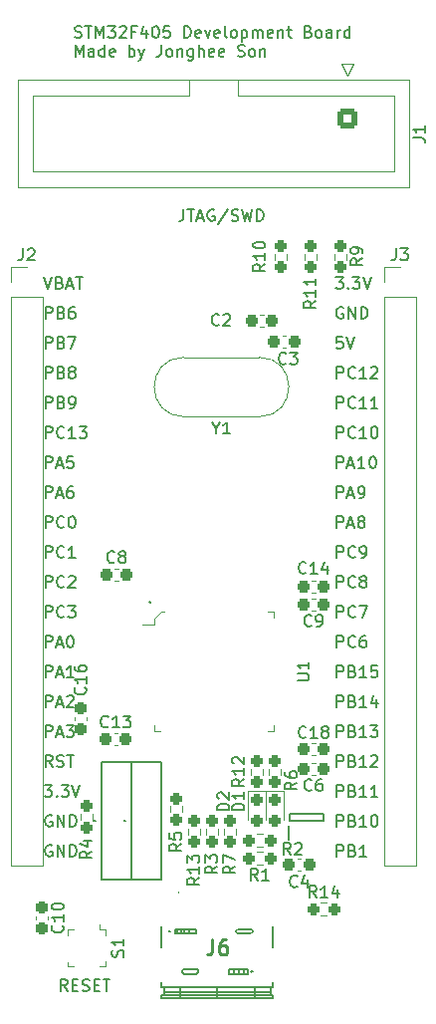
<source format=gbr>
%TF.GenerationSoftware,KiCad,Pcbnew,7.0.9*%
%TF.CreationDate,2023-12-16T19:18:36+09:00*%
%TF.ProjectId,STM32F405_dev_board,53544d33-3246-4343-9035-5f6465765f62,1.0.0*%
%TF.SameCoordinates,Original*%
%TF.FileFunction,Legend,Top*%
%TF.FilePolarity,Positive*%
%FSLAX46Y46*%
G04 Gerber Fmt 4.6, Leading zero omitted, Abs format (unit mm)*
G04 Created by KiCad (PCBNEW 7.0.9) date 2023-12-16 19:18:36*
%MOMM*%
%LPD*%
G01*
G04 APERTURE LIST*
G04 Aperture macros list*
%AMRoundRect*
0 Rectangle with rounded corners*
0 $1 Rounding radius*
0 $2 $3 $4 $5 $6 $7 $8 $9 X,Y pos of 4 corners*
0 Add a 4 corners polygon primitive as box body*
4,1,4,$2,$3,$4,$5,$6,$7,$8,$9,$2,$3,0*
0 Add four circle primitives for the rounded corners*
1,1,$1+$1,$2,$3*
1,1,$1+$1,$4,$5*
1,1,$1+$1,$6,$7*
1,1,$1+$1,$8,$9*
0 Add four rect primitives between the rounded corners*
20,1,$1+$1,$2,$3,$4,$5,0*
20,1,$1+$1,$4,$5,$6,$7,0*
20,1,$1+$1,$6,$7,$8,$9,0*
20,1,$1+$1,$8,$9,$2,$3,0*%
G04 Aperture macros list end*
%ADD10C,0.150000*%
%ADD11C,0.254000*%
%ADD12C,0.120000*%
%ADD13C,0.200000*%
%ADD14C,0.100000*%
%ADD15RoundRect,0.237500X0.300000X0.237500X-0.300000X0.237500X-0.300000X-0.237500X0.300000X-0.237500X0*%
%ADD16R,1.300000X1.300000*%
%ADD17C,1.300000*%
%ADD18RoundRect,0.237500X-0.237500X0.250000X-0.237500X-0.250000X0.237500X-0.250000X0.237500X0.250000X0*%
%ADD19R,1.700000X0.800000*%
%ADD20RoundRect,0.237500X0.237500X-0.250000X0.237500X0.250000X-0.237500X0.250000X-0.237500X-0.250000X0*%
%ADD21R,1.200000X0.300000*%
%ADD22R,0.300000X1.200000*%
%ADD23RoundRect,0.237500X-0.237500X0.287500X-0.237500X-0.287500X0.237500X-0.287500X0.237500X0.287500X0*%
%ADD24C,3.500000*%
%ADD25RoundRect,0.237500X0.237500X-0.300000X0.237500X0.300000X-0.237500X0.300000X-0.237500X-0.300000X0*%
%ADD26C,0.800000*%
%ADD27R,0.600000X1.250000*%
%ADD28R,0.300000X1.250000*%
%ADD29C,2.000000*%
%ADD30C,2.565000*%
%ADD31RoundRect,0.237500X-0.250000X-0.237500X0.250000X-0.237500X0.250000X0.237500X-0.250000X0.237500X0*%
%ADD32RoundRect,0.237500X0.250000X0.237500X-0.250000X0.237500X-0.250000X-0.237500X0.250000X-0.237500X0*%
%ADD33R,0.600000X1.200000*%
%ADD34RoundRect,0.250000X-0.600000X0.600000X-0.600000X-0.600000X0.600000X-0.600000X0.600000X0.600000X0*%
%ADD35C,1.700000*%
%ADD36R,1.700000X1.700000*%
%ADD37O,1.700000X1.700000*%
%ADD38RoundRect,0.237500X-0.300000X-0.237500X0.300000X-0.237500X0.300000X0.237500X-0.300000X0.237500X0*%
%ADD39C,1.500000*%
G04 APERTURE END LIST*
D10*
X155911779Y-114169819D02*
X155911779Y-113169819D01*
X155911779Y-113169819D02*
X156292731Y-113169819D01*
X156292731Y-113169819D02*
X156387969Y-113217438D01*
X156387969Y-113217438D02*
X156435588Y-113265057D01*
X156435588Y-113265057D02*
X156483207Y-113360295D01*
X156483207Y-113360295D02*
X156483207Y-113503152D01*
X156483207Y-113503152D02*
X156435588Y-113598390D01*
X156435588Y-113598390D02*
X156387969Y-113646009D01*
X156387969Y-113646009D02*
X156292731Y-113693628D01*
X156292731Y-113693628D02*
X155911779Y-113693628D01*
X157245112Y-113646009D02*
X157387969Y-113693628D01*
X157387969Y-113693628D02*
X157435588Y-113741247D01*
X157435588Y-113741247D02*
X157483207Y-113836485D01*
X157483207Y-113836485D02*
X157483207Y-113979342D01*
X157483207Y-113979342D02*
X157435588Y-114074580D01*
X157435588Y-114074580D02*
X157387969Y-114122200D01*
X157387969Y-114122200D02*
X157292731Y-114169819D01*
X157292731Y-114169819D02*
X156911779Y-114169819D01*
X156911779Y-114169819D02*
X156911779Y-113169819D01*
X156911779Y-113169819D02*
X157245112Y-113169819D01*
X157245112Y-113169819D02*
X157340350Y-113217438D01*
X157340350Y-113217438D02*
X157387969Y-113265057D01*
X157387969Y-113265057D02*
X157435588Y-113360295D01*
X157435588Y-113360295D02*
X157435588Y-113455533D01*
X157435588Y-113455533D02*
X157387969Y-113550771D01*
X157387969Y-113550771D02*
X157340350Y-113598390D01*
X157340350Y-113598390D02*
X157245112Y-113646009D01*
X157245112Y-113646009D02*
X156911779Y-113646009D01*
X158435588Y-114169819D02*
X157864160Y-114169819D01*
X158149874Y-114169819D02*
X158149874Y-113169819D01*
X158149874Y-113169819D02*
X158054636Y-113312676D01*
X158054636Y-113312676D02*
X157959398Y-113407914D01*
X157959398Y-113407914D02*
X157864160Y-113455533D01*
X159340350Y-113169819D02*
X158864160Y-113169819D01*
X158864160Y-113169819D02*
X158816541Y-113646009D01*
X158816541Y-113646009D02*
X158864160Y-113598390D01*
X158864160Y-113598390D02*
X158959398Y-113550771D01*
X158959398Y-113550771D02*
X159197493Y-113550771D01*
X159197493Y-113550771D02*
X159292731Y-113598390D01*
X159292731Y-113598390D02*
X159340350Y-113646009D01*
X159340350Y-113646009D02*
X159387969Y-113741247D01*
X159387969Y-113741247D02*
X159387969Y-113979342D01*
X159387969Y-113979342D02*
X159340350Y-114074580D01*
X159340350Y-114074580D02*
X159292731Y-114122200D01*
X159292731Y-114122200D02*
X159197493Y-114169819D01*
X159197493Y-114169819D02*
X158959398Y-114169819D01*
X158959398Y-114169819D02*
X158864160Y-114122200D01*
X158864160Y-114122200D02*
X158816541Y-114074580D01*
X131146779Y-119249819D02*
X131146779Y-118249819D01*
X131146779Y-118249819D02*
X131527731Y-118249819D01*
X131527731Y-118249819D02*
X131622969Y-118297438D01*
X131622969Y-118297438D02*
X131670588Y-118345057D01*
X131670588Y-118345057D02*
X131718207Y-118440295D01*
X131718207Y-118440295D02*
X131718207Y-118583152D01*
X131718207Y-118583152D02*
X131670588Y-118678390D01*
X131670588Y-118678390D02*
X131622969Y-118726009D01*
X131622969Y-118726009D02*
X131527731Y-118773628D01*
X131527731Y-118773628D02*
X131146779Y-118773628D01*
X132099160Y-118964104D02*
X132575350Y-118964104D01*
X132003922Y-119249819D02*
X132337255Y-118249819D01*
X132337255Y-118249819D02*
X132670588Y-119249819D01*
X132908684Y-118249819D02*
X133527731Y-118249819D01*
X133527731Y-118249819D02*
X133194398Y-118630771D01*
X133194398Y-118630771D02*
X133337255Y-118630771D01*
X133337255Y-118630771D02*
X133432493Y-118678390D01*
X133432493Y-118678390D02*
X133480112Y-118726009D01*
X133480112Y-118726009D02*
X133527731Y-118821247D01*
X133527731Y-118821247D02*
X133527731Y-119059342D01*
X133527731Y-119059342D02*
X133480112Y-119154580D01*
X133480112Y-119154580D02*
X133432493Y-119202200D01*
X133432493Y-119202200D02*
X133337255Y-119249819D01*
X133337255Y-119249819D02*
X133051541Y-119249819D01*
X133051541Y-119249819D02*
X132956303Y-119202200D01*
X132956303Y-119202200D02*
X132908684Y-119154580D01*
X155911779Y-129409819D02*
X155911779Y-128409819D01*
X155911779Y-128409819D02*
X156292731Y-128409819D01*
X156292731Y-128409819D02*
X156387969Y-128457438D01*
X156387969Y-128457438D02*
X156435588Y-128505057D01*
X156435588Y-128505057D02*
X156483207Y-128600295D01*
X156483207Y-128600295D02*
X156483207Y-128743152D01*
X156483207Y-128743152D02*
X156435588Y-128838390D01*
X156435588Y-128838390D02*
X156387969Y-128886009D01*
X156387969Y-128886009D02*
X156292731Y-128933628D01*
X156292731Y-128933628D02*
X155911779Y-128933628D01*
X157245112Y-128886009D02*
X157387969Y-128933628D01*
X157387969Y-128933628D02*
X157435588Y-128981247D01*
X157435588Y-128981247D02*
X157483207Y-129076485D01*
X157483207Y-129076485D02*
X157483207Y-129219342D01*
X157483207Y-129219342D02*
X157435588Y-129314580D01*
X157435588Y-129314580D02*
X157387969Y-129362200D01*
X157387969Y-129362200D02*
X157292731Y-129409819D01*
X157292731Y-129409819D02*
X156911779Y-129409819D01*
X156911779Y-129409819D02*
X156911779Y-128409819D01*
X156911779Y-128409819D02*
X157245112Y-128409819D01*
X157245112Y-128409819D02*
X157340350Y-128457438D01*
X157340350Y-128457438D02*
X157387969Y-128505057D01*
X157387969Y-128505057D02*
X157435588Y-128600295D01*
X157435588Y-128600295D02*
X157435588Y-128695533D01*
X157435588Y-128695533D02*
X157387969Y-128790771D01*
X157387969Y-128790771D02*
X157340350Y-128838390D01*
X157340350Y-128838390D02*
X157245112Y-128886009D01*
X157245112Y-128886009D02*
X156911779Y-128886009D01*
X158435588Y-129409819D02*
X157864160Y-129409819D01*
X158149874Y-129409819D02*
X158149874Y-128409819D01*
X158149874Y-128409819D02*
X158054636Y-128552676D01*
X158054636Y-128552676D02*
X157959398Y-128647914D01*
X157959398Y-128647914D02*
X157864160Y-128695533D01*
X131146779Y-104009819D02*
X131146779Y-103009819D01*
X131146779Y-103009819D02*
X131527731Y-103009819D01*
X131527731Y-103009819D02*
X131622969Y-103057438D01*
X131622969Y-103057438D02*
X131670588Y-103105057D01*
X131670588Y-103105057D02*
X131718207Y-103200295D01*
X131718207Y-103200295D02*
X131718207Y-103343152D01*
X131718207Y-103343152D02*
X131670588Y-103438390D01*
X131670588Y-103438390D02*
X131622969Y-103486009D01*
X131622969Y-103486009D02*
X131527731Y-103533628D01*
X131527731Y-103533628D02*
X131146779Y-103533628D01*
X132718207Y-103914580D02*
X132670588Y-103962200D01*
X132670588Y-103962200D02*
X132527731Y-104009819D01*
X132527731Y-104009819D02*
X132432493Y-104009819D01*
X132432493Y-104009819D02*
X132289636Y-103962200D01*
X132289636Y-103962200D02*
X132194398Y-103866961D01*
X132194398Y-103866961D02*
X132146779Y-103771723D01*
X132146779Y-103771723D02*
X132099160Y-103581247D01*
X132099160Y-103581247D02*
X132099160Y-103438390D01*
X132099160Y-103438390D02*
X132146779Y-103247914D01*
X132146779Y-103247914D02*
X132194398Y-103152676D01*
X132194398Y-103152676D02*
X132289636Y-103057438D01*
X132289636Y-103057438D02*
X132432493Y-103009819D01*
X132432493Y-103009819D02*
X132527731Y-103009819D01*
X132527731Y-103009819D02*
X132670588Y-103057438D01*
X132670588Y-103057438D02*
X132718207Y-103105057D01*
X133670588Y-104009819D02*
X133099160Y-104009819D01*
X133384874Y-104009819D02*
X133384874Y-103009819D01*
X133384874Y-103009819D02*
X133289636Y-103152676D01*
X133289636Y-103152676D02*
X133194398Y-103247914D01*
X133194398Y-103247914D02*
X133099160Y-103295533D01*
X155911779Y-116709819D02*
X155911779Y-115709819D01*
X155911779Y-115709819D02*
X156292731Y-115709819D01*
X156292731Y-115709819D02*
X156387969Y-115757438D01*
X156387969Y-115757438D02*
X156435588Y-115805057D01*
X156435588Y-115805057D02*
X156483207Y-115900295D01*
X156483207Y-115900295D02*
X156483207Y-116043152D01*
X156483207Y-116043152D02*
X156435588Y-116138390D01*
X156435588Y-116138390D02*
X156387969Y-116186009D01*
X156387969Y-116186009D02*
X156292731Y-116233628D01*
X156292731Y-116233628D02*
X155911779Y-116233628D01*
X157245112Y-116186009D02*
X157387969Y-116233628D01*
X157387969Y-116233628D02*
X157435588Y-116281247D01*
X157435588Y-116281247D02*
X157483207Y-116376485D01*
X157483207Y-116376485D02*
X157483207Y-116519342D01*
X157483207Y-116519342D02*
X157435588Y-116614580D01*
X157435588Y-116614580D02*
X157387969Y-116662200D01*
X157387969Y-116662200D02*
X157292731Y-116709819D01*
X157292731Y-116709819D02*
X156911779Y-116709819D01*
X156911779Y-116709819D02*
X156911779Y-115709819D01*
X156911779Y-115709819D02*
X157245112Y-115709819D01*
X157245112Y-115709819D02*
X157340350Y-115757438D01*
X157340350Y-115757438D02*
X157387969Y-115805057D01*
X157387969Y-115805057D02*
X157435588Y-115900295D01*
X157435588Y-115900295D02*
X157435588Y-115995533D01*
X157435588Y-115995533D02*
X157387969Y-116090771D01*
X157387969Y-116090771D02*
X157340350Y-116138390D01*
X157340350Y-116138390D02*
X157245112Y-116186009D01*
X157245112Y-116186009D02*
X156911779Y-116186009D01*
X158435588Y-116709819D02*
X157864160Y-116709819D01*
X158149874Y-116709819D02*
X158149874Y-115709819D01*
X158149874Y-115709819D02*
X158054636Y-115852676D01*
X158054636Y-115852676D02*
X157959398Y-115947914D01*
X157959398Y-115947914D02*
X157864160Y-115995533D01*
X159292731Y-116043152D02*
X159292731Y-116709819D01*
X159054636Y-115662200D02*
X158816541Y-116376485D01*
X158816541Y-116376485D02*
X159435588Y-116376485D01*
X155911779Y-93849819D02*
X155911779Y-92849819D01*
X155911779Y-92849819D02*
X156292731Y-92849819D01*
X156292731Y-92849819D02*
X156387969Y-92897438D01*
X156387969Y-92897438D02*
X156435588Y-92945057D01*
X156435588Y-92945057D02*
X156483207Y-93040295D01*
X156483207Y-93040295D02*
X156483207Y-93183152D01*
X156483207Y-93183152D02*
X156435588Y-93278390D01*
X156435588Y-93278390D02*
X156387969Y-93326009D01*
X156387969Y-93326009D02*
X156292731Y-93373628D01*
X156292731Y-93373628D02*
X155911779Y-93373628D01*
X157483207Y-93754580D02*
X157435588Y-93802200D01*
X157435588Y-93802200D02*
X157292731Y-93849819D01*
X157292731Y-93849819D02*
X157197493Y-93849819D01*
X157197493Y-93849819D02*
X157054636Y-93802200D01*
X157054636Y-93802200D02*
X156959398Y-93706961D01*
X156959398Y-93706961D02*
X156911779Y-93611723D01*
X156911779Y-93611723D02*
X156864160Y-93421247D01*
X156864160Y-93421247D02*
X156864160Y-93278390D01*
X156864160Y-93278390D02*
X156911779Y-93087914D01*
X156911779Y-93087914D02*
X156959398Y-92992676D01*
X156959398Y-92992676D02*
X157054636Y-92897438D01*
X157054636Y-92897438D02*
X157197493Y-92849819D01*
X157197493Y-92849819D02*
X157292731Y-92849819D01*
X157292731Y-92849819D02*
X157435588Y-92897438D01*
X157435588Y-92897438D02*
X157483207Y-92945057D01*
X158435588Y-93849819D02*
X157864160Y-93849819D01*
X158149874Y-93849819D02*
X158149874Y-92849819D01*
X158149874Y-92849819D02*
X158054636Y-92992676D01*
X158054636Y-92992676D02*
X157959398Y-93087914D01*
X157959398Y-93087914D02*
X157864160Y-93135533D01*
X159054636Y-92849819D02*
X159149874Y-92849819D01*
X159149874Y-92849819D02*
X159245112Y-92897438D01*
X159245112Y-92897438D02*
X159292731Y-92945057D01*
X159292731Y-92945057D02*
X159340350Y-93040295D01*
X159340350Y-93040295D02*
X159387969Y-93230771D01*
X159387969Y-93230771D02*
X159387969Y-93468866D01*
X159387969Y-93468866D02*
X159340350Y-93659342D01*
X159340350Y-93659342D02*
X159292731Y-93754580D01*
X159292731Y-93754580D02*
X159245112Y-93802200D01*
X159245112Y-93802200D02*
X159149874Y-93849819D01*
X159149874Y-93849819D02*
X159054636Y-93849819D01*
X159054636Y-93849819D02*
X158959398Y-93802200D01*
X158959398Y-93802200D02*
X158911779Y-93754580D01*
X158911779Y-93754580D02*
X158864160Y-93659342D01*
X158864160Y-93659342D02*
X158816541Y-93468866D01*
X158816541Y-93468866D02*
X158816541Y-93230771D01*
X158816541Y-93230771D02*
X158864160Y-93040295D01*
X158864160Y-93040295D02*
X158911779Y-92945057D01*
X158911779Y-92945057D02*
X158959398Y-92897438D01*
X158959398Y-92897438D02*
X159054636Y-92849819D01*
X131718207Y-121789819D02*
X131384874Y-121313628D01*
X131146779Y-121789819D02*
X131146779Y-120789819D01*
X131146779Y-120789819D02*
X131527731Y-120789819D01*
X131527731Y-120789819D02*
X131622969Y-120837438D01*
X131622969Y-120837438D02*
X131670588Y-120885057D01*
X131670588Y-120885057D02*
X131718207Y-120980295D01*
X131718207Y-120980295D02*
X131718207Y-121123152D01*
X131718207Y-121123152D02*
X131670588Y-121218390D01*
X131670588Y-121218390D02*
X131622969Y-121266009D01*
X131622969Y-121266009D02*
X131527731Y-121313628D01*
X131527731Y-121313628D02*
X131146779Y-121313628D01*
X132099160Y-121742200D02*
X132242017Y-121789819D01*
X132242017Y-121789819D02*
X132480112Y-121789819D01*
X132480112Y-121789819D02*
X132575350Y-121742200D01*
X132575350Y-121742200D02*
X132622969Y-121694580D01*
X132622969Y-121694580D02*
X132670588Y-121599342D01*
X132670588Y-121599342D02*
X132670588Y-121504104D01*
X132670588Y-121504104D02*
X132622969Y-121408866D01*
X132622969Y-121408866D02*
X132575350Y-121361247D01*
X132575350Y-121361247D02*
X132480112Y-121313628D01*
X132480112Y-121313628D02*
X132289636Y-121266009D01*
X132289636Y-121266009D02*
X132194398Y-121218390D01*
X132194398Y-121218390D02*
X132146779Y-121170771D01*
X132146779Y-121170771D02*
X132099160Y-121075533D01*
X132099160Y-121075533D02*
X132099160Y-120980295D01*
X132099160Y-120980295D02*
X132146779Y-120885057D01*
X132146779Y-120885057D02*
X132194398Y-120837438D01*
X132194398Y-120837438D02*
X132289636Y-120789819D01*
X132289636Y-120789819D02*
X132527731Y-120789819D01*
X132527731Y-120789819D02*
X132670588Y-120837438D01*
X132956303Y-120789819D02*
X133527731Y-120789819D01*
X133242017Y-121789819D02*
X133242017Y-120789819D01*
X131146779Y-109089819D02*
X131146779Y-108089819D01*
X131146779Y-108089819D02*
X131527731Y-108089819D01*
X131527731Y-108089819D02*
X131622969Y-108137438D01*
X131622969Y-108137438D02*
X131670588Y-108185057D01*
X131670588Y-108185057D02*
X131718207Y-108280295D01*
X131718207Y-108280295D02*
X131718207Y-108423152D01*
X131718207Y-108423152D02*
X131670588Y-108518390D01*
X131670588Y-108518390D02*
X131622969Y-108566009D01*
X131622969Y-108566009D02*
X131527731Y-108613628D01*
X131527731Y-108613628D02*
X131146779Y-108613628D01*
X132718207Y-108994580D02*
X132670588Y-109042200D01*
X132670588Y-109042200D02*
X132527731Y-109089819D01*
X132527731Y-109089819D02*
X132432493Y-109089819D01*
X132432493Y-109089819D02*
X132289636Y-109042200D01*
X132289636Y-109042200D02*
X132194398Y-108946961D01*
X132194398Y-108946961D02*
X132146779Y-108851723D01*
X132146779Y-108851723D02*
X132099160Y-108661247D01*
X132099160Y-108661247D02*
X132099160Y-108518390D01*
X132099160Y-108518390D02*
X132146779Y-108327914D01*
X132146779Y-108327914D02*
X132194398Y-108232676D01*
X132194398Y-108232676D02*
X132289636Y-108137438D01*
X132289636Y-108137438D02*
X132432493Y-108089819D01*
X132432493Y-108089819D02*
X132527731Y-108089819D01*
X132527731Y-108089819D02*
X132670588Y-108137438D01*
X132670588Y-108137438D02*
X132718207Y-108185057D01*
X133051541Y-108089819D02*
X133670588Y-108089819D01*
X133670588Y-108089819D02*
X133337255Y-108470771D01*
X133337255Y-108470771D02*
X133480112Y-108470771D01*
X133480112Y-108470771D02*
X133575350Y-108518390D01*
X133575350Y-108518390D02*
X133622969Y-108566009D01*
X133622969Y-108566009D02*
X133670588Y-108661247D01*
X133670588Y-108661247D02*
X133670588Y-108899342D01*
X133670588Y-108899342D02*
X133622969Y-108994580D01*
X133622969Y-108994580D02*
X133575350Y-109042200D01*
X133575350Y-109042200D02*
X133480112Y-109089819D01*
X133480112Y-109089819D02*
X133194398Y-109089819D01*
X133194398Y-109089819D02*
X133099160Y-109042200D01*
X133099160Y-109042200D02*
X133051541Y-108994580D01*
X155911779Y-119249819D02*
X155911779Y-118249819D01*
X155911779Y-118249819D02*
X156292731Y-118249819D01*
X156292731Y-118249819D02*
X156387969Y-118297438D01*
X156387969Y-118297438D02*
X156435588Y-118345057D01*
X156435588Y-118345057D02*
X156483207Y-118440295D01*
X156483207Y-118440295D02*
X156483207Y-118583152D01*
X156483207Y-118583152D02*
X156435588Y-118678390D01*
X156435588Y-118678390D02*
X156387969Y-118726009D01*
X156387969Y-118726009D02*
X156292731Y-118773628D01*
X156292731Y-118773628D02*
X155911779Y-118773628D01*
X157245112Y-118726009D02*
X157387969Y-118773628D01*
X157387969Y-118773628D02*
X157435588Y-118821247D01*
X157435588Y-118821247D02*
X157483207Y-118916485D01*
X157483207Y-118916485D02*
X157483207Y-119059342D01*
X157483207Y-119059342D02*
X157435588Y-119154580D01*
X157435588Y-119154580D02*
X157387969Y-119202200D01*
X157387969Y-119202200D02*
X157292731Y-119249819D01*
X157292731Y-119249819D02*
X156911779Y-119249819D01*
X156911779Y-119249819D02*
X156911779Y-118249819D01*
X156911779Y-118249819D02*
X157245112Y-118249819D01*
X157245112Y-118249819D02*
X157340350Y-118297438D01*
X157340350Y-118297438D02*
X157387969Y-118345057D01*
X157387969Y-118345057D02*
X157435588Y-118440295D01*
X157435588Y-118440295D02*
X157435588Y-118535533D01*
X157435588Y-118535533D02*
X157387969Y-118630771D01*
X157387969Y-118630771D02*
X157340350Y-118678390D01*
X157340350Y-118678390D02*
X157245112Y-118726009D01*
X157245112Y-118726009D02*
X156911779Y-118726009D01*
X158435588Y-119249819D02*
X157864160Y-119249819D01*
X158149874Y-119249819D02*
X158149874Y-118249819D01*
X158149874Y-118249819D02*
X158054636Y-118392676D01*
X158054636Y-118392676D02*
X157959398Y-118487914D01*
X157959398Y-118487914D02*
X157864160Y-118535533D01*
X158768922Y-118249819D02*
X159387969Y-118249819D01*
X159387969Y-118249819D02*
X159054636Y-118630771D01*
X159054636Y-118630771D02*
X159197493Y-118630771D01*
X159197493Y-118630771D02*
X159292731Y-118678390D01*
X159292731Y-118678390D02*
X159340350Y-118726009D01*
X159340350Y-118726009D02*
X159387969Y-118821247D01*
X159387969Y-118821247D02*
X159387969Y-119059342D01*
X159387969Y-119059342D02*
X159340350Y-119154580D01*
X159340350Y-119154580D02*
X159292731Y-119202200D01*
X159292731Y-119202200D02*
X159197493Y-119249819D01*
X159197493Y-119249819D02*
X158911779Y-119249819D01*
X158911779Y-119249819D02*
X158816541Y-119202200D01*
X158816541Y-119202200D02*
X158768922Y-119154580D01*
X131146779Y-83689819D02*
X131146779Y-82689819D01*
X131146779Y-82689819D02*
X131527731Y-82689819D01*
X131527731Y-82689819D02*
X131622969Y-82737438D01*
X131622969Y-82737438D02*
X131670588Y-82785057D01*
X131670588Y-82785057D02*
X131718207Y-82880295D01*
X131718207Y-82880295D02*
X131718207Y-83023152D01*
X131718207Y-83023152D02*
X131670588Y-83118390D01*
X131670588Y-83118390D02*
X131622969Y-83166009D01*
X131622969Y-83166009D02*
X131527731Y-83213628D01*
X131527731Y-83213628D02*
X131146779Y-83213628D01*
X132480112Y-83166009D02*
X132622969Y-83213628D01*
X132622969Y-83213628D02*
X132670588Y-83261247D01*
X132670588Y-83261247D02*
X132718207Y-83356485D01*
X132718207Y-83356485D02*
X132718207Y-83499342D01*
X132718207Y-83499342D02*
X132670588Y-83594580D01*
X132670588Y-83594580D02*
X132622969Y-83642200D01*
X132622969Y-83642200D02*
X132527731Y-83689819D01*
X132527731Y-83689819D02*
X132146779Y-83689819D01*
X132146779Y-83689819D02*
X132146779Y-82689819D01*
X132146779Y-82689819D02*
X132480112Y-82689819D01*
X132480112Y-82689819D02*
X132575350Y-82737438D01*
X132575350Y-82737438D02*
X132622969Y-82785057D01*
X132622969Y-82785057D02*
X132670588Y-82880295D01*
X132670588Y-82880295D02*
X132670588Y-82975533D01*
X132670588Y-82975533D02*
X132622969Y-83070771D01*
X132622969Y-83070771D02*
X132575350Y-83118390D01*
X132575350Y-83118390D02*
X132480112Y-83166009D01*
X132480112Y-83166009D02*
X132146779Y-83166009D01*
X133575350Y-82689819D02*
X133384874Y-82689819D01*
X133384874Y-82689819D02*
X133289636Y-82737438D01*
X133289636Y-82737438D02*
X133242017Y-82785057D01*
X133242017Y-82785057D02*
X133146779Y-82927914D01*
X133146779Y-82927914D02*
X133099160Y-83118390D01*
X133099160Y-83118390D02*
X133099160Y-83499342D01*
X133099160Y-83499342D02*
X133146779Y-83594580D01*
X133146779Y-83594580D02*
X133194398Y-83642200D01*
X133194398Y-83642200D02*
X133289636Y-83689819D01*
X133289636Y-83689819D02*
X133480112Y-83689819D01*
X133480112Y-83689819D02*
X133575350Y-83642200D01*
X133575350Y-83642200D02*
X133622969Y-83594580D01*
X133622969Y-83594580D02*
X133670588Y-83499342D01*
X133670588Y-83499342D02*
X133670588Y-83261247D01*
X133670588Y-83261247D02*
X133622969Y-83166009D01*
X133622969Y-83166009D02*
X133575350Y-83118390D01*
X133575350Y-83118390D02*
X133480112Y-83070771D01*
X133480112Y-83070771D02*
X133289636Y-83070771D01*
X133289636Y-83070771D02*
X133194398Y-83118390D01*
X133194398Y-83118390D02*
X133146779Y-83166009D01*
X133146779Y-83166009D02*
X133099160Y-83261247D01*
X131146779Y-91309819D02*
X131146779Y-90309819D01*
X131146779Y-90309819D02*
X131527731Y-90309819D01*
X131527731Y-90309819D02*
X131622969Y-90357438D01*
X131622969Y-90357438D02*
X131670588Y-90405057D01*
X131670588Y-90405057D02*
X131718207Y-90500295D01*
X131718207Y-90500295D02*
X131718207Y-90643152D01*
X131718207Y-90643152D02*
X131670588Y-90738390D01*
X131670588Y-90738390D02*
X131622969Y-90786009D01*
X131622969Y-90786009D02*
X131527731Y-90833628D01*
X131527731Y-90833628D02*
X131146779Y-90833628D01*
X132480112Y-90786009D02*
X132622969Y-90833628D01*
X132622969Y-90833628D02*
X132670588Y-90881247D01*
X132670588Y-90881247D02*
X132718207Y-90976485D01*
X132718207Y-90976485D02*
X132718207Y-91119342D01*
X132718207Y-91119342D02*
X132670588Y-91214580D01*
X132670588Y-91214580D02*
X132622969Y-91262200D01*
X132622969Y-91262200D02*
X132527731Y-91309819D01*
X132527731Y-91309819D02*
X132146779Y-91309819D01*
X132146779Y-91309819D02*
X132146779Y-90309819D01*
X132146779Y-90309819D02*
X132480112Y-90309819D01*
X132480112Y-90309819D02*
X132575350Y-90357438D01*
X132575350Y-90357438D02*
X132622969Y-90405057D01*
X132622969Y-90405057D02*
X132670588Y-90500295D01*
X132670588Y-90500295D02*
X132670588Y-90595533D01*
X132670588Y-90595533D02*
X132622969Y-90690771D01*
X132622969Y-90690771D02*
X132575350Y-90738390D01*
X132575350Y-90738390D02*
X132480112Y-90786009D01*
X132480112Y-90786009D02*
X132146779Y-90786009D01*
X133194398Y-91309819D02*
X133384874Y-91309819D01*
X133384874Y-91309819D02*
X133480112Y-91262200D01*
X133480112Y-91262200D02*
X133527731Y-91214580D01*
X133527731Y-91214580D02*
X133622969Y-91071723D01*
X133622969Y-91071723D02*
X133670588Y-90881247D01*
X133670588Y-90881247D02*
X133670588Y-90500295D01*
X133670588Y-90500295D02*
X133622969Y-90405057D01*
X133622969Y-90405057D02*
X133575350Y-90357438D01*
X133575350Y-90357438D02*
X133480112Y-90309819D01*
X133480112Y-90309819D02*
X133289636Y-90309819D01*
X133289636Y-90309819D02*
X133194398Y-90357438D01*
X133194398Y-90357438D02*
X133146779Y-90405057D01*
X133146779Y-90405057D02*
X133099160Y-90500295D01*
X133099160Y-90500295D02*
X133099160Y-90738390D01*
X133099160Y-90738390D02*
X133146779Y-90833628D01*
X133146779Y-90833628D02*
X133194398Y-90881247D01*
X133194398Y-90881247D02*
X133289636Y-90928866D01*
X133289636Y-90928866D02*
X133480112Y-90928866D01*
X133480112Y-90928866D02*
X133575350Y-90881247D01*
X133575350Y-90881247D02*
X133622969Y-90833628D01*
X133622969Y-90833628D02*
X133670588Y-90738390D01*
X131003922Y-80149819D02*
X131337255Y-81149819D01*
X131337255Y-81149819D02*
X131670588Y-80149819D01*
X132337255Y-80626009D02*
X132480112Y-80673628D01*
X132480112Y-80673628D02*
X132527731Y-80721247D01*
X132527731Y-80721247D02*
X132575350Y-80816485D01*
X132575350Y-80816485D02*
X132575350Y-80959342D01*
X132575350Y-80959342D02*
X132527731Y-81054580D01*
X132527731Y-81054580D02*
X132480112Y-81102200D01*
X132480112Y-81102200D02*
X132384874Y-81149819D01*
X132384874Y-81149819D02*
X132003922Y-81149819D01*
X132003922Y-81149819D02*
X132003922Y-80149819D01*
X132003922Y-80149819D02*
X132337255Y-80149819D01*
X132337255Y-80149819D02*
X132432493Y-80197438D01*
X132432493Y-80197438D02*
X132480112Y-80245057D01*
X132480112Y-80245057D02*
X132527731Y-80340295D01*
X132527731Y-80340295D02*
X132527731Y-80435533D01*
X132527731Y-80435533D02*
X132480112Y-80530771D01*
X132480112Y-80530771D02*
X132432493Y-80578390D01*
X132432493Y-80578390D02*
X132337255Y-80626009D01*
X132337255Y-80626009D02*
X132003922Y-80626009D01*
X132956303Y-80864104D02*
X133432493Y-80864104D01*
X132861065Y-81149819D02*
X133194398Y-80149819D01*
X133194398Y-80149819D02*
X133527731Y-81149819D01*
X133718208Y-80149819D02*
X134289636Y-80149819D01*
X134003922Y-81149819D02*
X134003922Y-80149819D01*
X155911779Y-101469819D02*
X155911779Y-100469819D01*
X155911779Y-100469819D02*
X156292731Y-100469819D01*
X156292731Y-100469819D02*
X156387969Y-100517438D01*
X156387969Y-100517438D02*
X156435588Y-100565057D01*
X156435588Y-100565057D02*
X156483207Y-100660295D01*
X156483207Y-100660295D02*
X156483207Y-100803152D01*
X156483207Y-100803152D02*
X156435588Y-100898390D01*
X156435588Y-100898390D02*
X156387969Y-100946009D01*
X156387969Y-100946009D02*
X156292731Y-100993628D01*
X156292731Y-100993628D02*
X155911779Y-100993628D01*
X156864160Y-101184104D02*
X157340350Y-101184104D01*
X156768922Y-101469819D02*
X157102255Y-100469819D01*
X157102255Y-100469819D02*
X157435588Y-101469819D01*
X157911779Y-100898390D02*
X157816541Y-100850771D01*
X157816541Y-100850771D02*
X157768922Y-100803152D01*
X157768922Y-100803152D02*
X157721303Y-100707914D01*
X157721303Y-100707914D02*
X157721303Y-100660295D01*
X157721303Y-100660295D02*
X157768922Y-100565057D01*
X157768922Y-100565057D02*
X157816541Y-100517438D01*
X157816541Y-100517438D02*
X157911779Y-100469819D01*
X157911779Y-100469819D02*
X158102255Y-100469819D01*
X158102255Y-100469819D02*
X158197493Y-100517438D01*
X158197493Y-100517438D02*
X158245112Y-100565057D01*
X158245112Y-100565057D02*
X158292731Y-100660295D01*
X158292731Y-100660295D02*
X158292731Y-100707914D01*
X158292731Y-100707914D02*
X158245112Y-100803152D01*
X158245112Y-100803152D02*
X158197493Y-100850771D01*
X158197493Y-100850771D02*
X158102255Y-100898390D01*
X158102255Y-100898390D02*
X157911779Y-100898390D01*
X157911779Y-100898390D02*
X157816541Y-100946009D01*
X157816541Y-100946009D02*
X157768922Y-100993628D01*
X157768922Y-100993628D02*
X157721303Y-101088866D01*
X157721303Y-101088866D02*
X157721303Y-101279342D01*
X157721303Y-101279342D02*
X157768922Y-101374580D01*
X157768922Y-101374580D02*
X157816541Y-101422200D01*
X157816541Y-101422200D02*
X157911779Y-101469819D01*
X157911779Y-101469819D02*
X158102255Y-101469819D01*
X158102255Y-101469819D02*
X158197493Y-101422200D01*
X158197493Y-101422200D02*
X158245112Y-101374580D01*
X158245112Y-101374580D02*
X158292731Y-101279342D01*
X158292731Y-101279342D02*
X158292731Y-101088866D01*
X158292731Y-101088866D02*
X158245112Y-100993628D01*
X158245112Y-100993628D02*
X158197493Y-100946009D01*
X158197493Y-100946009D02*
X158102255Y-100898390D01*
X131146779Y-93849819D02*
X131146779Y-92849819D01*
X131146779Y-92849819D02*
X131527731Y-92849819D01*
X131527731Y-92849819D02*
X131622969Y-92897438D01*
X131622969Y-92897438D02*
X131670588Y-92945057D01*
X131670588Y-92945057D02*
X131718207Y-93040295D01*
X131718207Y-93040295D02*
X131718207Y-93183152D01*
X131718207Y-93183152D02*
X131670588Y-93278390D01*
X131670588Y-93278390D02*
X131622969Y-93326009D01*
X131622969Y-93326009D02*
X131527731Y-93373628D01*
X131527731Y-93373628D02*
X131146779Y-93373628D01*
X132718207Y-93754580D02*
X132670588Y-93802200D01*
X132670588Y-93802200D02*
X132527731Y-93849819D01*
X132527731Y-93849819D02*
X132432493Y-93849819D01*
X132432493Y-93849819D02*
X132289636Y-93802200D01*
X132289636Y-93802200D02*
X132194398Y-93706961D01*
X132194398Y-93706961D02*
X132146779Y-93611723D01*
X132146779Y-93611723D02*
X132099160Y-93421247D01*
X132099160Y-93421247D02*
X132099160Y-93278390D01*
X132099160Y-93278390D02*
X132146779Y-93087914D01*
X132146779Y-93087914D02*
X132194398Y-92992676D01*
X132194398Y-92992676D02*
X132289636Y-92897438D01*
X132289636Y-92897438D02*
X132432493Y-92849819D01*
X132432493Y-92849819D02*
X132527731Y-92849819D01*
X132527731Y-92849819D02*
X132670588Y-92897438D01*
X132670588Y-92897438D02*
X132718207Y-92945057D01*
X133670588Y-93849819D02*
X133099160Y-93849819D01*
X133384874Y-93849819D02*
X133384874Y-92849819D01*
X133384874Y-92849819D02*
X133289636Y-92992676D01*
X133289636Y-92992676D02*
X133194398Y-93087914D01*
X133194398Y-93087914D02*
X133099160Y-93135533D01*
X134003922Y-92849819D02*
X134622969Y-92849819D01*
X134622969Y-92849819D02*
X134289636Y-93230771D01*
X134289636Y-93230771D02*
X134432493Y-93230771D01*
X134432493Y-93230771D02*
X134527731Y-93278390D01*
X134527731Y-93278390D02*
X134575350Y-93326009D01*
X134575350Y-93326009D02*
X134622969Y-93421247D01*
X134622969Y-93421247D02*
X134622969Y-93659342D01*
X134622969Y-93659342D02*
X134575350Y-93754580D01*
X134575350Y-93754580D02*
X134527731Y-93802200D01*
X134527731Y-93802200D02*
X134432493Y-93849819D01*
X134432493Y-93849819D02*
X134146779Y-93849819D01*
X134146779Y-93849819D02*
X134051541Y-93802200D01*
X134051541Y-93802200D02*
X134003922Y-93754580D01*
X155911779Y-98929819D02*
X155911779Y-97929819D01*
X155911779Y-97929819D02*
X156292731Y-97929819D01*
X156292731Y-97929819D02*
X156387969Y-97977438D01*
X156387969Y-97977438D02*
X156435588Y-98025057D01*
X156435588Y-98025057D02*
X156483207Y-98120295D01*
X156483207Y-98120295D02*
X156483207Y-98263152D01*
X156483207Y-98263152D02*
X156435588Y-98358390D01*
X156435588Y-98358390D02*
X156387969Y-98406009D01*
X156387969Y-98406009D02*
X156292731Y-98453628D01*
X156292731Y-98453628D02*
X155911779Y-98453628D01*
X156864160Y-98644104D02*
X157340350Y-98644104D01*
X156768922Y-98929819D02*
X157102255Y-97929819D01*
X157102255Y-97929819D02*
X157435588Y-98929819D01*
X157816541Y-98929819D02*
X158007017Y-98929819D01*
X158007017Y-98929819D02*
X158102255Y-98882200D01*
X158102255Y-98882200D02*
X158149874Y-98834580D01*
X158149874Y-98834580D02*
X158245112Y-98691723D01*
X158245112Y-98691723D02*
X158292731Y-98501247D01*
X158292731Y-98501247D02*
X158292731Y-98120295D01*
X158292731Y-98120295D02*
X158245112Y-98025057D01*
X158245112Y-98025057D02*
X158197493Y-97977438D01*
X158197493Y-97977438D02*
X158102255Y-97929819D01*
X158102255Y-97929819D02*
X157911779Y-97929819D01*
X157911779Y-97929819D02*
X157816541Y-97977438D01*
X157816541Y-97977438D02*
X157768922Y-98025057D01*
X157768922Y-98025057D02*
X157721303Y-98120295D01*
X157721303Y-98120295D02*
X157721303Y-98358390D01*
X157721303Y-98358390D02*
X157768922Y-98453628D01*
X157768922Y-98453628D02*
X157816541Y-98501247D01*
X157816541Y-98501247D02*
X157911779Y-98548866D01*
X157911779Y-98548866D02*
X158102255Y-98548866D01*
X158102255Y-98548866D02*
X158197493Y-98501247D01*
X158197493Y-98501247D02*
X158245112Y-98453628D01*
X158245112Y-98453628D02*
X158292731Y-98358390D01*
X140036779Y-107724580D02*
X140084398Y-107772200D01*
X140084398Y-107772200D02*
X140036779Y-107819819D01*
X140036779Y-107819819D02*
X139989160Y-107772200D01*
X139989160Y-107772200D02*
X140036779Y-107724580D01*
X140036779Y-107724580D02*
X140036779Y-107819819D01*
X132988207Y-140839819D02*
X132654874Y-140363628D01*
X132416779Y-140839819D02*
X132416779Y-139839819D01*
X132416779Y-139839819D02*
X132797731Y-139839819D01*
X132797731Y-139839819D02*
X132892969Y-139887438D01*
X132892969Y-139887438D02*
X132940588Y-139935057D01*
X132940588Y-139935057D02*
X132988207Y-140030295D01*
X132988207Y-140030295D02*
X132988207Y-140173152D01*
X132988207Y-140173152D02*
X132940588Y-140268390D01*
X132940588Y-140268390D02*
X132892969Y-140316009D01*
X132892969Y-140316009D02*
X132797731Y-140363628D01*
X132797731Y-140363628D02*
X132416779Y-140363628D01*
X133416779Y-140316009D02*
X133750112Y-140316009D01*
X133892969Y-140839819D02*
X133416779Y-140839819D01*
X133416779Y-140839819D02*
X133416779Y-139839819D01*
X133416779Y-139839819D02*
X133892969Y-139839819D01*
X134273922Y-140792200D02*
X134416779Y-140839819D01*
X134416779Y-140839819D02*
X134654874Y-140839819D01*
X134654874Y-140839819D02*
X134750112Y-140792200D01*
X134750112Y-140792200D02*
X134797731Y-140744580D01*
X134797731Y-140744580D02*
X134845350Y-140649342D01*
X134845350Y-140649342D02*
X134845350Y-140554104D01*
X134845350Y-140554104D02*
X134797731Y-140458866D01*
X134797731Y-140458866D02*
X134750112Y-140411247D01*
X134750112Y-140411247D02*
X134654874Y-140363628D01*
X134654874Y-140363628D02*
X134464398Y-140316009D01*
X134464398Y-140316009D02*
X134369160Y-140268390D01*
X134369160Y-140268390D02*
X134321541Y-140220771D01*
X134321541Y-140220771D02*
X134273922Y-140125533D01*
X134273922Y-140125533D02*
X134273922Y-140030295D01*
X134273922Y-140030295D02*
X134321541Y-139935057D01*
X134321541Y-139935057D02*
X134369160Y-139887438D01*
X134369160Y-139887438D02*
X134464398Y-139839819D01*
X134464398Y-139839819D02*
X134702493Y-139839819D01*
X134702493Y-139839819D02*
X134845350Y-139887438D01*
X135273922Y-140316009D02*
X135607255Y-140316009D01*
X135750112Y-140839819D02*
X135273922Y-140839819D01*
X135273922Y-140839819D02*
X135273922Y-139839819D01*
X135273922Y-139839819D02*
X135750112Y-139839819D01*
X136035827Y-139839819D02*
X136607255Y-139839819D01*
X136321541Y-140839819D02*
X136321541Y-139839819D01*
X131146779Y-86229819D02*
X131146779Y-85229819D01*
X131146779Y-85229819D02*
X131527731Y-85229819D01*
X131527731Y-85229819D02*
X131622969Y-85277438D01*
X131622969Y-85277438D02*
X131670588Y-85325057D01*
X131670588Y-85325057D02*
X131718207Y-85420295D01*
X131718207Y-85420295D02*
X131718207Y-85563152D01*
X131718207Y-85563152D02*
X131670588Y-85658390D01*
X131670588Y-85658390D02*
X131622969Y-85706009D01*
X131622969Y-85706009D02*
X131527731Y-85753628D01*
X131527731Y-85753628D02*
X131146779Y-85753628D01*
X132480112Y-85706009D02*
X132622969Y-85753628D01*
X132622969Y-85753628D02*
X132670588Y-85801247D01*
X132670588Y-85801247D02*
X132718207Y-85896485D01*
X132718207Y-85896485D02*
X132718207Y-86039342D01*
X132718207Y-86039342D02*
X132670588Y-86134580D01*
X132670588Y-86134580D02*
X132622969Y-86182200D01*
X132622969Y-86182200D02*
X132527731Y-86229819D01*
X132527731Y-86229819D02*
X132146779Y-86229819D01*
X132146779Y-86229819D02*
X132146779Y-85229819D01*
X132146779Y-85229819D02*
X132480112Y-85229819D01*
X132480112Y-85229819D02*
X132575350Y-85277438D01*
X132575350Y-85277438D02*
X132622969Y-85325057D01*
X132622969Y-85325057D02*
X132670588Y-85420295D01*
X132670588Y-85420295D02*
X132670588Y-85515533D01*
X132670588Y-85515533D02*
X132622969Y-85610771D01*
X132622969Y-85610771D02*
X132575350Y-85658390D01*
X132575350Y-85658390D02*
X132480112Y-85706009D01*
X132480112Y-85706009D02*
X132146779Y-85706009D01*
X133051541Y-85229819D02*
X133718207Y-85229819D01*
X133718207Y-85229819D02*
X133289636Y-86229819D01*
X155911779Y-121789819D02*
X155911779Y-120789819D01*
X155911779Y-120789819D02*
X156292731Y-120789819D01*
X156292731Y-120789819D02*
X156387969Y-120837438D01*
X156387969Y-120837438D02*
X156435588Y-120885057D01*
X156435588Y-120885057D02*
X156483207Y-120980295D01*
X156483207Y-120980295D02*
X156483207Y-121123152D01*
X156483207Y-121123152D02*
X156435588Y-121218390D01*
X156435588Y-121218390D02*
X156387969Y-121266009D01*
X156387969Y-121266009D02*
X156292731Y-121313628D01*
X156292731Y-121313628D02*
X155911779Y-121313628D01*
X157245112Y-121266009D02*
X157387969Y-121313628D01*
X157387969Y-121313628D02*
X157435588Y-121361247D01*
X157435588Y-121361247D02*
X157483207Y-121456485D01*
X157483207Y-121456485D02*
X157483207Y-121599342D01*
X157483207Y-121599342D02*
X157435588Y-121694580D01*
X157435588Y-121694580D02*
X157387969Y-121742200D01*
X157387969Y-121742200D02*
X157292731Y-121789819D01*
X157292731Y-121789819D02*
X156911779Y-121789819D01*
X156911779Y-121789819D02*
X156911779Y-120789819D01*
X156911779Y-120789819D02*
X157245112Y-120789819D01*
X157245112Y-120789819D02*
X157340350Y-120837438D01*
X157340350Y-120837438D02*
X157387969Y-120885057D01*
X157387969Y-120885057D02*
X157435588Y-120980295D01*
X157435588Y-120980295D02*
X157435588Y-121075533D01*
X157435588Y-121075533D02*
X157387969Y-121170771D01*
X157387969Y-121170771D02*
X157340350Y-121218390D01*
X157340350Y-121218390D02*
X157245112Y-121266009D01*
X157245112Y-121266009D02*
X156911779Y-121266009D01*
X158435588Y-121789819D02*
X157864160Y-121789819D01*
X158149874Y-121789819D02*
X158149874Y-120789819D01*
X158149874Y-120789819D02*
X158054636Y-120932676D01*
X158054636Y-120932676D02*
X157959398Y-121027914D01*
X157959398Y-121027914D02*
X157864160Y-121075533D01*
X158816541Y-120885057D02*
X158864160Y-120837438D01*
X158864160Y-120837438D02*
X158959398Y-120789819D01*
X158959398Y-120789819D02*
X159197493Y-120789819D01*
X159197493Y-120789819D02*
X159292731Y-120837438D01*
X159292731Y-120837438D02*
X159340350Y-120885057D01*
X159340350Y-120885057D02*
X159387969Y-120980295D01*
X159387969Y-120980295D02*
X159387969Y-121075533D01*
X159387969Y-121075533D02*
X159340350Y-121218390D01*
X159340350Y-121218390D02*
X158768922Y-121789819D01*
X158768922Y-121789819D02*
X159387969Y-121789819D01*
X155911779Y-88769819D02*
X155911779Y-87769819D01*
X155911779Y-87769819D02*
X156292731Y-87769819D01*
X156292731Y-87769819D02*
X156387969Y-87817438D01*
X156387969Y-87817438D02*
X156435588Y-87865057D01*
X156435588Y-87865057D02*
X156483207Y-87960295D01*
X156483207Y-87960295D02*
X156483207Y-88103152D01*
X156483207Y-88103152D02*
X156435588Y-88198390D01*
X156435588Y-88198390D02*
X156387969Y-88246009D01*
X156387969Y-88246009D02*
X156292731Y-88293628D01*
X156292731Y-88293628D02*
X155911779Y-88293628D01*
X157483207Y-88674580D02*
X157435588Y-88722200D01*
X157435588Y-88722200D02*
X157292731Y-88769819D01*
X157292731Y-88769819D02*
X157197493Y-88769819D01*
X157197493Y-88769819D02*
X157054636Y-88722200D01*
X157054636Y-88722200D02*
X156959398Y-88626961D01*
X156959398Y-88626961D02*
X156911779Y-88531723D01*
X156911779Y-88531723D02*
X156864160Y-88341247D01*
X156864160Y-88341247D02*
X156864160Y-88198390D01*
X156864160Y-88198390D02*
X156911779Y-88007914D01*
X156911779Y-88007914D02*
X156959398Y-87912676D01*
X156959398Y-87912676D02*
X157054636Y-87817438D01*
X157054636Y-87817438D02*
X157197493Y-87769819D01*
X157197493Y-87769819D02*
X157292731Y-87769819D01*
X157292731Y-87769819D02*
X157435588Y-87817438D01*
X157435588Y-87817438D02*
X157483207Y-87865057D01*
X158435588Y-88769819D02*
X157864160Y-88769819D01*
X158149874Y-88769819D02*
X158149874Y-87769819D01*
X158149874Y-87769819D02*
X158054636Y-87912676D01*
X158054636Y-87912676D02*
X157959398Y-88007914D01*
X157959398Y-88007914D02*
X157864160Y-88055533D01*
X158816541Y-87865057D02*
X158864160Y-87817438D01*
X158864160Y-87817438D02*
X158959398Y-87769819D01*
X158959398Y-87769819D02*
X159197493Y-87769819D01*
X159197493Y-87769819D02*
X159292731Y-87817438D01*
X159292731Y-87817438D02*
X159340350Y-87865057D01*
X159340350Y-87865057D02*
X159387969Y-87960295D01*
X159387969Y-87960295D02*
X159387969Y-88055533D01*
X159387969Y-88055533D02*
X159340350Y-88198390D01*
X159340350Y-88198390D02*
X158768922Y-88769819D01*
X158768922Y-88769819D02*
X159387969Y-88769819D01*
X155911779Y-124329819D02*
X155911779Y-123329819D01*
X155911779Y-123329819D02*
X156292731Y-123329819D01*
X156292731Y-123329819D02*
X156387969Y-123377438D01*
X156387969Y-123377438D02*
X156435588Y-123425057D01*
X156435588Y-123425057D02*
X156483207Y-123520295D01*
X156483207Y-123520295D02*
X156483207Y-123663152D01*
X156483207Y-123663152D02*
X156435588Y-123758390D01*
X156435588Y-123758390D02*
X156387969Y-123806009D01*
X156387969Y-123806009D02*
X156292731Y-123853628D01*
X156292731Y-123853628D02*
X155911779Y-123853628D01*
X157245112Y-123806009D02*
X157387969Y-123853628D01*
X157387969Y-123853628D02*
X157435588Y-123901247D01*
X157435588Y-123901247D02*
X157483207Y-123996485D01*
X157483207Y-123996485D02*
X157483207Y-124139342D01*
X157483207Y-124139342D02*
X157435588Y-124234580D01*
X157435588Y-124234580D02*
X157387969Y-124282200D01*
X157387969Y-124282200D02*
X157292731Y-124329819D01*
X157292731Y-124329819D02*
X156911779Y-124329819D01*
X156911779Y-124329819D02*
X156911779Y-123329819D01*
X156911779Y-123329819D02*
X157245112Y-123329819D01*
X157245112Y-123329819D02*
X157340350Y-123377438D01*
X157340350Y-123377438D02*
X157387969Y-123425057D01*
X157387969Y-123425057D02*
X157435588Y-123520295D01*
X157435588Y-123520295D02*
X157435588Y-123615533D01*
X157435588Y-123615533D02*
X157387969Y-123710771D01*
X157387969Y-123710771D02*
X157340350Y-123758390D01*
X157340350Y-123758390D02*
X157245112Y-123806009D01*
X157245112Y-123806009D02*
X156911779Y-123806009D01*
X158435588Y-124329819D02*
X157864160Y-124329819D01*
X158149874Y-124329819D02*
X158149874Y-123329819D01*
X158149874Y-123329819D02*
X158054636Y-123472676D01*
X158054636Y-123472676D02*
X157959398Y-123567914D01*
X157959398Y-123567914D02*
X157864160Y-123615533D01*
X159387969Y-124329819D02*
X158816541Y-124329819D01*
X159102255Y-124329819D02*
X159102255Y-123329819D01*
X159102255Y-123329819D02*
X159007017Y-123472676D01*
X159007017Y-123472676D02*
X158911779Y-123567914D01*
X158911779Y-123567914D02*
X158816541Y-123615533D01*
X142862493Y-74379819D02*
X142862493Y-75094104D01*
X142862493Y-75094104D02*
X142814874Y-75236961D01*
X142814874Y-75236961D02*
X142719636Y-75332200D01*
X142719636Y-75332200D02*
X142576779Y-75379819D01*
X142576779Y-75379819D02*
X142481541Y-75379819D01*
X143195827Y-74379819D02*
X143767255Y-74379819D01*
X143481541Y-75379819D02*
X143481541Y-74379819D01*
X144052970Y-75094104D02*
X144529160Y-75094104D01*
X143957732Y-75379819D02*
X144291065Y-74379819D01*
X144291065Y-74379819D02*
X144624398Y-75379819D01*
X145481541Y-74427438D02*
X145386303Y-74379819D01*
X145386303Y-74379819D02*
X145243446Y-74379819D01*
X145243446Y-74379819D02*
X145100589Y-74427438D01*
X145100589Y-74427438D02*
X145005351Y-74522676D01*
X145005351Y-74522676D02*
X144957732Y-74617914D01*
X144957732Y-74617914D02*
X144910113Y-74808390D01*
X144910113Y-74808390D02*
X144910113Y-74951247D01*
X144910113Y-74951247D02*
X144957732Y-75141723D01*
X144957732Y-75141723D02*
X145005351Y-75236961D01*
X145005351Y-75236961D02*
X145100589Y-75332200D01*
X145100589Y-75332200D02*
X145243446Y-75379819D01*
X145243446Y-75379819D02*
X145338684Y-75379819D01*
X145338684Y-75379819D02*
X145481541Y-75332200D01*
X145481541Y-75332200D02*
X145529160Y-75284580D01*
X145529160Y-75284580D02*
X145529160Y-74951247D01*
X145529160Y-74951247D02*
X145338684Y-74951247D01*
X146672017Y-74332200D02*
X145814875Y-75617914D01*
X146957732Y-75332200D02*
X147100589Y-75379819D01*
X147100589Y-75379819D02*
X147338684Y-75379819D01*
X147338684Y-75379819D02*
X147433922Y-75332200D01*
X147433922Y-75332200D02*
X147481541Y-75284580D01*
X147481541Y-75284580D02*
X147529160Y-75189342D01*
X147529160Y-75189342D02*
X147529160Y-75094104D01*
X147529160Y-75094104D02*
X147481541Y-74998866D01*
X147481541Y-74998866D02*
X147433922Y-74951247D01*
X147433922Y-74951247D02*
X147338684Y-74903628D01*
X147338684Y-74903628D02*
X147148208Y-74856009D01*
X147148208Y-74856009D02*
X147052970Y-74808390D01*
X147052970Y-74808390D02*
X147005351Y-74760771D01*
X147005351Y-74760771D02*
X146957732Y-74665533D01*
X146957732Y-74665533D02*
X146957732Y-74570295D01*
X146957732Y-74570295D02*
X147005351Y-74475057D01*
X147005351Y-74475057D02*
X147052970Y-74427438D01*
X147052970Y-74427438D02*
X147148208Y-74379819D01*
X147148208Y-74379819D02*
X147386303Y-74379819D01*
X147386303Y-74379819D02*
X147529160Y-74427438D01*
X147862494Y-74379819D02*
X148100589Y-75379819D01*
X148100589Y-75379819D02*
X148291065Y-74665533D01*
X148291065Y-74665533D02*
X148481541Y-75379819D01*
X148481541Y-75379819D02*
X148719637Y-74379819D01*
X149100589Y-75379819D02*
X149100589Y-74379819D01*
X149100589Y-74379819D02*
X149338684Y-74379819D01*
X149338684Y-74379819D02*
X149481541Y-74427438D01*
X149481541Y-74427438D02*
X149576779Y-74522676D01*
X149576779Y-74522676D02*
X149624398Y-74617914D01*
X149624398Y-74617914D02*
X149672017Y-74808390D01*
X149672017Y-74808390D02*
X149672017Y-74951247D01*
X149672017Y-74951247D02*
X149624398Y-75141723D01*
X149624398Y-75141723D02*
X149576779Y-75236961D01*
X149576779Y-75236961D02*
X149481541Y-75332200D01*
X149481541Y-75332200D02*
X149338684Y-75379819D01*
X149338684Y-75379819D02*
X149100589Y-75379819D01*
X131146779Y-101469819D02*
X131146779Y-100469819D01*
X131146779Y-100469819D02*
X131527731Y-100469819D01*
X131527731Y-100469819D02*
X131622969Y-100517438D01*
X131622969Y-100517438D02*
X131670588Y-100565057D01*
X131670588Y-100565057D02*
X131718207Y-100660295D01*
X131718207Y-100660295D02*
X131718207Y-100803152D01*
X131718207Y-100803152D02*
X131670588Y-100898390D01*
X131670588Y-100898390D02*
X131622969Y-100946009D01*
X131622969Y-100946009D02*
X131527731Y-100993628D01*
X131527731Y-100993628D02*
X131146779Y-100993628D01*
X132718207Y-101374580D02*
X132670588Y-101422200D01*
X132670588Y-101422200D02*
X132527731Y-101469819D01*
X132527731Y-101469819D02*
X132432493Y-101469819D01*
X132432493Y-101469819D02*
X132289636Y-101422200D01*
X132289636Y-101422200D02*
X132194398Y-101326961D01*
X132194398Y-101326961D02*
X132146779Y-101231723D01*
X132146779Y-101231723D02*
X132099160Y-101041247D01*
X132099160Y-101041247D02*
X132099160Y-100898390D01*
X132099160Y-100898390D02*
X132146779Y-100707914D01*
X132146779Y-100707914D02*
X132194398Y-100612676D01*
X132194398Y-100612676D02*
X132289636Y-100517438D01*
X132289636Y-100517438D02*
X132432493Y-100469819D01*
X132432493Y-100469819D02*
X132527731Y-100469819D01*
X132527731Y-100469819D02*
X132670588Y-100517438D01*
X132670588Y-100517438D02*
X132718207Y-100565057D01*
X133337255Y-100469819D02*
X133432493Y-100469819D01*
X133432493Y-100469819D02*
X133527731Y-100517438D01*
X133527731Y-100517438D02*
X133575350Y-100565057D01*
X133575350Y-100565057D02*
X133622969Y-100660295D01*
X133622969Y-100660295D02*
X133670588Y-100850771D01*
X133670588Y-100850771D02*
X133670588Y-101088866D01*
X133670588Y-101088866D02*
X133622969Y-101279342D01*
X133622969Y-101279342D02*
X133575350Y-101374580D01*
X133575350Y-101374580D02*
X133527731Y-101422200D01*
X133527731Y-101422200D02*
X133432493Y-101469819D01*
X133432493Y-101469819D02*
X133337255Y-101469819D01*
X133337255Y-101469819D02*
X133242017Y-101422200D01*
X133242017Y-101422200D02*
X133194398Y-101374580D01*
X133194398Y-101374580D02*
X133146779Y-101279342D01*
X133146779Y-101279342D02*
X133099160Y-101088866D01*
X133099160Y-101088866D02*
X133099160Y-100850771D01*
X133099160Y-100850771D02*
X133146779Y-100660295D01*
X133146779Y-100660295D02*
X133194398Y-100565057D01*
X133194398Y-100565057D02*
X133242017Y-100517438D01*
X133242017Y-100517438D02*
X133337255Y-100469819D01*
X131670588Y-125917438D02*
X131575350Y-125869819D01*
X131575350Y-125869819D02*
X131432493Y-125869819D01*
X131432493Y-125869819D02*
X131289636Y-125917438D01*
X131289636Y-125917438D02*
X131194398Y-126012676D01*
X131194398Y-126012676D02*
X131146779Y-126107914D01*
X131146779Y-126107914D02*
X131099160Y-126298390D01*
X131099160Y-126298390D02*
X131099160Y-126441247D01*
X131099160Y-126441247D02*
X131146779Y-126631723D01*
X131146779Y-126631723D02*
X131194398Y-126726961D01*
X131194398Y-126726961D02*
X131289636Y-126822200D01*
X131289636Y-126822200D02*
X131432493Y-126869819D01*
X131432493Y-126869819D02*
X131527731Y-126869819D01*
X131527731Y-126869819D02*
X131670588Y-126822200D01*
X131670588Y-126822200D02*
X131718207Y-126774580D01*
X131718207Y-126774580D02*
X131718207Y-126441247D01*
X131718207Y-126441247D02*
X131527731Y-126441247D01*
X132146779Y-126869819D02*
X132146779Y-125869819D01*
X132146779Y-125869819D02*
X132718207Y-126869819D01*
X132718207Y-126869819D02*
X132718207Y-125869819D01*
X133194398Y-126869819D02*
X133194398Y-125869819D01*
X133194398Y-125869819D02*
X133432493Y-125869819D01*
X133432493Y-125869819D02*
X133575350Y-125917438D01*
X133575350Y-125917438D02*
X133670588Y-126012676D01*
X133670588Y-126012676D02*
X133718207Y-126107914D01*
X133718207Y-126107914D02*
X133765826Y-126298390D01*
X133765826Y-126298390D02*
X133765826Y-126441247D01*
X133765826Y-126441247D02*
X133718207Y-126631723D01*
X133718207Y-126631723D02*
X133670588Y-126726961D01*
X133670588Y-126726961D02*
X133575350Y-126822200D01*
X133575350Y-126822200D02*
X133432493Y-126869819D01*
X133432493Y-126869819D02*
X133194398Y-126869819D01*
X131146779Y-98929819D02*
X131146779Y-97929819D01*
X131146779Y-97929819D02*
X131527731Y-97929819D01*
X131527731Y-97929819D02*
X131622969Y-97977438D01*
X131622969Y-97977438D02*
X131670588Y-98025057D01*
X131670588Y-98025057D02*
X131718207Y-98120295D01*
X131718207Y-98120295D02*
X131718207Y-98263152D01*
X131718207Y-98263152D02*
X131670588Y-98358390D01*
X131670588Y-98358390D02*
X131622969Y-98406009D01*
X131622969Y-98406009D02*
X131527731Y-98453628D01*
X131527731Y-98453628D02*
X131146779Y-98453628D01*
X132099160Y-98644104D02*
X132575350Y-98644104D01*
X132003922Y-98929819D02*
X132337255Y-97929819D01*
X132337255Y-97929819D02*
X132670588Y-98929819D01*
X133432493Y-97929819D02*
X133242017Y-97929819D01*
X133242017Y-97929819D02*
X133146779Y-97977438D01*
X133146779Y-97977438D02*
X133099160Y-98025057D01*
X133099160Y-98025057D02*
X133003922Y-98167914D01*
X133003922Y-98167914D02*
X132956303Y-98358390D01*
X132956303Y-98358390D02*
X132956303Y-98739342D01*
X132956303Y-98739342D02*
X133003922Y-98834580D01*
X133003922Y-98834580D02*
X133051541Y-98882200D01*
X133051541Y-98882200D02*
X133146779Y-98929819D01*
X133146779Y-98929819D02*
X133337255Y-98929819D01*
X133337255Y-98929819D02*
X133432493Y-98882200D01*
X133432493Y-98882200D02*
X133480112Y-98834580D01*
X133480112Y-98834580D02*
X133527731Y-98739342D01*
X133527731Y-98739342D02*
X133527731Y-98501247D01*
X133527731Y-98501247D02*
X133480112Y-98406009D01*
X133480112Y-98406009D02*
X133432493Y-98358390D01*
X133432493Y-98358390D02*
X133337255Y-98310771D01*
X133337255Y-98310771D02*
X133146779Y-98310771D01*
X133146779Y-98310771D02*
X133051541Y-98358390D01*
X133051541Y-98358390D02*
X133003922Y-98406009D01*
X133003922Y-98406009D02*
X132956303Y-98501247D01*
X131146779Y-111629819D02*
X131146779Y-110629819D01*
X131146779Y-110629819D02*
X131527731Y-110629819D01*
X131527731Y-110629819D02*
X131622969Y-110677438D01*
X131622969Y-110677438D02*
X131670588Y-110725057D01*
X131670588Y-110725057D02*
X131718207Y-110820295D01*
X131718207Y-110820295D02*
X131718207Y-110963152D01*
X131718207Y-110963152D02*
X131670588Y-111058390D01*
X131670588Y-111058390D02*
X131622969Y-111106009D01*
X131622969Y-111106009D02*
X131527731Y-111153628D01*
X131527731Y-111153628D02*
X131146779Y-111153628D01*
X132099160Y-111344104D02*
X132575350Y-111344104D01*
X132003922Y-111629819D02*
X132337255Y-110629819D01*
X132337255Y-110629819D02*
X132670588Y-111629819D01*
X133194398Y-110629819D02*
X133289636Y-110629819D01*
X133289636Y-110629819D02*
X133384874Y-110677438D01*
X133384874Y-110677438D02*
X133432493Y-110725057D01*
X133432493Y-110725057D02*
X133480112Y-110820295D01*
X133480112Y-110820295D02*
X133527731Y-111010771D01*
X133527731Y-111010771D02*
X133527731Y-111248866D01*
X133527731Y-111248866D02*
X133480112Y-111439342D01*
X133480112Y-111439342D02*
X133432493Y-111534580D01*
X133432493Y-111534580D02*
X133384874Y-111582200D01*
X133384874Y-111582200D02*
X133289636Y-111629819D01*
X133289636Y-111629819D02*
X133194398Y-111629819D01*
X133194398Y-111629819D02*
X133099160Y-111582200D01*
X133099160Y-111582200D02*
X133051541Y-111534580D01*
X133051541Y-111534580D02*
X133003922Y-111439342D01*
X133003922Y-111439342D02*
X132956303Y-111248866D01*
X132956303Y-111248866D02*
X132956303Y-111010771D01*
X132956303Y-111010771D02*
X133003922Y-110820295D01*
X133003922Y-110820295D02*
X133051541Y-110725057D01*
X133051541Y-110725057D02*
X133099160Y-110677438D01*
X133099160Y-110677438D02*
X133194398Y-110629819D01*
X155911779Y-126869819D02*
X155911779Y-125869819D01*
X155911779Y-125869819D02*
X156292731Y-125869819D01*
X156292731Y-125869819D02*
X156387969Y-125917438D01*
X156387969Y-125917438D02*
X156435588Y-125965057D01*
X156435588Y-125965057D02*
X156483207Y-126060295D01*
X156483207Y-126060295D02*
X156483207Y-126203152D01*
X156483207Y-126203152D02*
X156435588Y-126298390D01*
X156435588Y-126298390D02*
X156387969Y-126346009D01*
X156387969Y-126346009D02*
X156292731Y-126393628D01*
X156292731Y-126393628D02*
X155911779Y-126393628D01*
X157245112Y-126346009D02*
X157387969Y-126393628D01*
X157387969Y-126393628D02*
X157435588Y-126441247D01*
X157435588Y-126441247D02*
X157483207Y-126536485D01*
X157483207Y-126536485D02*
X157483207Y-126679342D01*
X157483207Y-126679342D02*
X157435588Y-126774580D01*
X157435588Y-126774580D02*
X157387969Y-126822200D01*
X157387969Y-126822200D02*
X157292731Y-126869819D01*
X157292731Y-126869819D02*
X156911779Y-126869819D01*
X156911779Y-126869819D02*
X156911779Y-125869819D01*
X156911779Y-125869819D02*
X157245112Y-125869819D01*
X157245112Y-125869819D02*
X157340350Y-125917438D01*
X157340350Y-125917438D02*
X157387969Y-125965057D01*
X157387969Y-125965057D02*
X157435588Y-126060295D01*
X157435588Y-126060295D02*
X157435588Y-126155533D01*
X157435588Y-126155533D02*
X157387969Y-126250771D01*
X157387969Y-126250771D02*
X157340350Y-126298390D01*
X157340350Y-126298390D02*
X157245112Y-126346009D01*
X157245112Y-126346009D02*
X156911779Y-126346009D01*
X158435588Y-126869819D02*
X157864160Y-126869819D01*
X158149874Y-126869819D02*
X158149874Y-125869819D01*
X158149874Y-125869819D02*
X158054636Y-126012676D01*
X158054636Y-126012676D02*
X157959398Y-126107914D01*
X157959398Y-126107914D02*
X157864160Y-126155533D01*
X159054636Y-125869819D02*
X159149874Y-125869819D01*
X159149874Y-125869819D02*
X159245112Y-125917438D01*
X159245112Y-125917438D02*
X159292731Y-125965057D01*
X159292731Y-125965057D02*
X159340350Y-126060295D01*
X159340350Y-126060295D02*
X159387969Y-126250771D01*
X159387969Y-126250771D02*
X159387969Y-126488866D01*
X159387969Y-126488866D02*
X159340350Y-126679342D01*
X159340350Y-126679342D02*
X159292731Y-126774580D01*
X159292731Y-126774580D02*
X159245112Y-126822200D01*
X159245112Y-126822200D02*
X159149874Y-126869819D01*
X159149874Y-126869819D02*
X159054636Y-126869819D01*
X159054636Y-126869819D02*
X158959398Y-126822200D01*
X158959398Y-126822200D02*
X158911779Y-126774580D01*
X158911779Y-126774580D02*
X158864160Y-126679342D01*
X158864160Y-126679342D02*
X158816541Y-126488866D01*
X158816541Y-126488866D02*
X158816541Y-126250771D01*
X158816541Y-126250771D02*
X158864160Y-126060295D01*
X158864160Y-126060295D02*
X158911779Y-125965057D01*
X158911779Y-125965057D02*
X158959398Y-125917438D01*
X158959398Y-125917438D02*
X159054636Y-125869819D01*
X156435588Y-82737438D02*
X156340350Y-82689819D01*
X156340350Y-82689819D02*
X156197493Y-82689819D01*
X156197493Y-82689819D02*
X156054636Y-82737438D01*
X156054636Y-82737438D02*
X155959398Y-82832676D01*
X155959398Y-82832676D02*
X155911779Y-82927914D01*
X155911779Y-82927914D02*
X155864160Y-83118390D01*
X155864160Y-83118390D02*
X155864160Y-83261247D01*
X155864160Y-83261247D02*
X155911779Y-83451723D01*
X155911779Y-83451723D02*
X155959398Y-83546961D01*
X155959398Y-83546961D02*
X156054636Y-83642200D01*
X156054636Y-83642200D02*
X156197493Y-83689819D01*
X156197493Y-83689819D02*
X156292731Y-83689819D01*
X156292731Y-83689819D02*
X156435588Y-83642200D01*
X156435588Y-83642200D02*
X156483207Y-83594580D01*
X156483207Y-83594580D02*
X156483207Y-83261247D01*
X156483207Y-83261247D02*
X156292731Y-83261247D01*
X156911779Y-83689819D02*
X156911779Y-82689819D01*
X156911779Y-82689819D02*
X157483207Y-83689819D01*
X157483207Y-83689819D02*
X157483207Y-82689819D01*
X157959398Y-83689819D02*
X157959398Y-82689819D01*
X157959398Y-82689819D02*
X158197493Y-82689819D01*
X158197493Y-82689819D02*
X158340350Y-82737438D01*
X158340350Y-82737438D02*
X158435588Y-82832676D01*
X158435588Y-82832676D02*
X158483207Y-82927914D01*
X158483207Y-82927914D02*
X158530826Y-83118390D01*
X158530826Y-83118390D02*
X158530826Y-83261247D01*
X158530826Y-83261247D02*
X158483207Y-83451723D01*
X158483207Y-83451723D02*
X158435588Y-83546961D01*
X158435588Y-83546961D02*
X158340350Y-83642200D01*
X158340350Y-83642200D02*
X158197493Y-83689819D01*
X158197493Y-83689819D02*
X157959398Y-83689819D01*
X131146779Y-106549819D02*
X131146779Y-105549819D01*
X131146779Y-105549819D02*
X131527731Y-105549819D01*
X131527731Y-105549819D02*
X131622969Y-105597438D01*
X131622969Y-105597438D02*
X131670588Y-105645057D01*
X131670588Y-105645057D02*
X131718207Y-105740295D01*
X131718207Y-105740295D02*
X131718207Y-105883152D01*
X131718207Y-105883152D02*
X131670588Y-105978390D01*
X131670588Y-105978390D02*
X131622969Y-106026009D01*
X131622969Y-106026009D02*
X131527731Y-106073628D01*
X131527731Y-106073628D02*
X131146779Y-106073628D01*
X132718207Y-106454580D02*
X132670588Y-106502200D01*
X132670588Y-106502200D02*
X132527731Y-106549819D01*
X132527731Y-106549819D02*
X132432493Y-106549819D01*
X132432493Y-106549819D02*
X132289636Y-106502200D01*
X132289636Y-106502200D02*
X132194398Y-106406961D01*
X132194398Y-106406961D02*
X132146779Y-106311723D01*
X132146779Y-106311723D02*
X132099160Y-106121247D01*
X132099160Y-106121247D02*
X132099160Y-105978390D01*
X132099160Y-105978390D02*
X132146779Y-105787914D01*
X132146779Y-105787914D02*
X132194398Y-105692676D01*
X132194398Y-105692676D02*
X132289636Y-105597438D01*
X132289636Y-105597438D02*
X132432493Y-105549819D01*
X132432493Y-105549819D02*
X132527731Y-105549819D01*
X132527731Y-105549819D02*
X132670588Y-105597438D01*
X132670588Y-105597438D02*
X132718207Y-105645057D01*
X133099160Y-105645057D02*
X133146779Y-105597438D01*
X133146779Y-105597438D02*
X133242017Y-105549819D01*
X133242017Y-105549819D02*
X133480112Y-105549819D01*
X133480112Y-105549819D02*
X133575350Y-105597438D01*
X133575350Y-105597438D02*
X133622969Y-105645057D01*
X133622969Y-105645057D02*
X133670588Y-105740295D01*
X133670588Y-105740295D02*
X133670588Y-105835533D01*
X133670588Y-105835533D02*
X133622969Y-105978390D01*
X133622969Y-105978390D02*
X133051541Y-106549819D01*
X133051541Y-106549819D02*
X133670588Y-106549819D01*
X131146779Y-114169819D02*
X131146779Y-113169819D01*
X131146779Y-113169819D02*
X131527731Y-113169819D01*
X131527731Y-113169819D02*
X131622969Y-113217438D01*
X131622969Y-113217438D02*
X131670588Y-113265057D01*
X131670588Y-113265057D02*
X131718207Y-113360295D01*
X131718207Y-113360295D02*
X131718207Y-113503152D01*
X131718207Y-113503152D02*
X131670588Y-113598390D01*
X131670588Y-113598390D02*
X131622969Y-113646009D01*
X131622969Y-113646009D02*
X131527731Y-113693628D01*
X131527731Y-113693628D02*
X131146779Y-113693628D01*
X132099160Y-113884104D02*
X132575350Y-113884104D01*
X132003922Y-114169819D02*
X132337255Y-113169819D01*
X132337255Y-113169819D02*
X132670588Y-114169819D01*
X133527731Y-114169819D02*
X132956303Y-114169819D01*
X133242017Y-114169819D02*
X133242017Y-113169819D01*
X133242017Y-113169819D02*
X133146779Y-113312676D01*
X133146779Y-113312676D02*
X133051541Y-113407914D01*
X133051541Y-113407914D02*
X132956303Y-113455533D01*
X131146779Y-116709819D02*
X131146779Y-115709819D01*
X131146779Y-115709819D02*
X131527731Y-115709819D01*
X131527731Y-115709819D02*
X131622969Y-115757438D01*
X131622969Y-115757438D02*
X131670588Y-115805057D01*
X131670588Y-115805057D02*
X131718207Y-115900295D01*
X131718207Y-115900295D02*
X131718207Y-116043152D01*
X131718207Y-116043152D02*
X131670588Y-116138390D01*
X131670588Y-116138390D02*
X131622969Y-116186009D01*
X131622969Y-116186009D02*
X131527731Y-116233628D01*
X131527731Y-116233628D02*
X131146779Y-116233628D01*
X132099160Y-116424104D02*
X132575350Y-116424104D01*
X132003922Y-116709819D02*
X132337255Y-115709819D01*
X132337255Y-115709819D02*
X132670588Y-116709819D01*
X132956303Y-115805057D02*
X133003922Y-115757438D01*
X133003922Y-115757438D02*
X133099160Y-115709819D01*
X133099160Y-115709819D02*
X133337255Y-115709819D01*
X133337255Y-115709819D02*
X133432493Y-115757438D01*
X133432493Y-115757438D02*
X133480112Y-115805057D01*
X133480112Y-115805057D02*
X133527731Y-115900295D01*
X133527731Y-115900295D02*
X133527731Y-115995533D01*
X133527731Y-115995533D02*
X133480112Y-116138390D01*
X133480112Y-116138390D02*
X132908684Y-116709819D01*
X132908684Y-116709819D02*
X133527731Y-116709819D01*
X131146779Y-88769819D02*
X131146779Y-87769819D01*
X131146779Y-87769819D02*
X131527731Y-87769819D01*
X131527731Y-87769819D02*
X131622969Y-87817438D01*
X131622969Y-87817438D02*
X131670588Y-87865057D01*
X131670588Y-87865057D02*
X131718207Y-87960295D01*
X131718207Y-87960295D02*
X131718207Y-88103152D01*
X131718207Y-88103152D02*
X131670588Y-88198390D01*
X131670588Y-88198390D02*
X131622969Y-88246009D01*
X131622969Y-88246009D02*
X131527731Y-88293628D01*
X131527731Y-88293628D02*
X131146779Y-88293628D01*
X132480112Y-88246009D02*
X132622969Y-88293628D01*
X132622969Y-88293628D02*
X132670588Y-88341247D01*
X132670588Y-88341247D02*
X132718207Y-88436485D01*
X132718207Y-88436485D02*
X132718207Y-88579342D01*
X132718207Y-88579342D02*
X132670588Y-88674580D01*
X132670588Y-88674580D02*
X132622969Y-88722200D01*
X132622969Y-88722200D02*
X132527731Y-88769819D01*
X132527731Y-88769819D02*
X132146779Y-88769819D01*
X132146779Y-88769819D02*
X132146779Y-87769819D01*
X132146779Y-87769819D02*
X132480112Y-87769819D01*
X132480112Y-87769819D02*
X132575350Y-87817438D01*
X132575350Y-87817438D02*
X132622969Y-87865057D01*
X132622969Y-87865057D02*
X132670588Y-87960295D01*
X132670588Y-87960295D02*
X132670588Y-88055533D01*
X132670588Y-88055533D02*
X132622969Y-88150771D01*
X132622969Y-88150771D02*
X132575350Y-88198390D01*
X132575350Y-88198390D02*
X132480112Y-88246009D01*
X132480112Y-88246009D02*
X132146779Y-88246009D01*
X133289636Y-88198390D02*
X133194398Y-88150771D01*
X133194398Y-88150771D02*
X133146779Y-88103152D01*
X133146779Y-88103152D02*
X133099160Y-88007914D01*
X133099160Y-88007914D02*
X133099160Y-87960295D01*
X133099160Y-87960295D02*
X133146779Y-87865057D01*
X133146779Y-87865057D02*
X133194398Y-87817438D01*
X133194398Y-87817438D02*
X133289636Y-87769819D01*
X133289636Y-87769819D02*
X133480112Y-87769819D01*
X133480112Y-87769819D02*
X133575350Y-87817438D01*
X133575350Y-87817438D02*
X133622969Y-87865057D01*
X133622969Y-87865057D02*
X133670588Y-87960295D01*
X133670588Y-87960295D02*
X133670588Y-88007914D01*
X133670588Y-88007914D02*
X133622969Y-88103152D01*
X133622969Y-88103152D02*
X133575350Y-88150771D01*
X133575350Y-88150771D02*
X133480112Y-88198390D01*
X133480112Y-88198390D02*
X133289636Y-88198390D01*
X133289636Y-88198390D02*
X133194398Y-88246009D01*
X133194398Y-88246009D02*
X133146779Y-88293628D01*
X133146779Y-88293628D02*
X133099160Y-88388866D01*
X133099160Y-88388866D02*
X133099160Y-88579342D01*
X133099160Y-88579342D02*
X133146779Y-88674580D01*
X133146779Y-88674580D02*
X133194398Y-88722200D01*
X133194398Y-88722200D02*
X133289636Y-88769819D01*
X133289636Y-88769819D02*
X133480112Y-88769819D01*
X133480112Y-88769819D02*
X133575350Y-88722200D01*
X133575350Y-88722200D02*
X133622969Y-88674580D01*
X133622969Y-88674580D02*
X133670588Y-88579342D01*
X133670588Y-88579342D02*
X133670588Y-88388866D01*
X133670588Y-88388866D02*
X133622969Y-88293628D01*
X133622969Y-88293628D02*
X133575350Y-88246009D01*
X133575350Y-88246009D02*
X133480112Y-88198390D01*
X155911779Y-109089819D02*
X155911779Y-108089819D01*
X155911779Y-108089819D02*
X156292731Y-108089819D01*
X156292731Y-108089819D02*
X156387969Y-108137438D01*
X156387969Y-108137438D02*
X156435588Y-108185057D01*
X156435588Y-108185057D02*
X156483207Y-108280295D01*
X156483207Y-108280295D02*
X156483207Y-108423152D01*
X156483207Y-108423152D02*
X156435588Y-108518390D01*
X156435588Y-108518390D02*
X156387969Y-108566009D01*
X156387969Y-108566009D02*
X156292731Y-108613628D01*
X156292731Y-108613628D02*
X155911779Y-108613628D01*
X157483207Y-108994580D02*
X157435588Y-109042200D01*
X157435588Y-109042200D02*
X157292731Y-109089819D01*
X157292731Y-109089819D02*
X157197493Y-109089819D01*
X157197493Y-109089819D02*
X157054636Y-109042200D01*
X157054636Y-109042200D02*
X156959398Y-108946961D01*
X156959398Y-108946961D02*
X156911779Y-108851723D01*
X156911779Y-108851723D02*
X156864160Y-108661247D01*
X156864160Y-108661247D02*
X156864160Y-108518390D01*
X156864160Y-108518390D02*
X156911779Y-108327914D01*
X156911779Y-108327914D02*
X156959398Y-108232676D01*
X156959398Y-108232676D02*
X157054636Y-108137438D01*
X157054636Y-108137438D02*
X157197493Y-108089819D01*
X157197493Y-108089819D02*
X157292731Y-108089819D01*
X157292731Y-108089819D02*
X157435588Y-108137438D01*
X157435588Y-108137438D02*
X157483207Y-108185057D01*
X157816541Y-108089819D02*
X158483207Y-108089819D01*
X158483207Y-108089819D02*
X158054636Y-109089819D01*
X155911779Y-104009819D02*
X155911779Y-103009819D01*
X155911779Y-103009819D02*
X156292731Y-103009819D01*
X156292731Y-103009819D02*
X156387969Y-103057438D01*
X156387969Y-103057438D02*
X156435588Y-103105057D01*
X156435588Y-103105057D02*
X156483207Y-103200295D01*
X156483207Y-103200295D02*
X156483207Y-103343152D01*
X156483207Y-103343152D02*
X156435588Y-103438390D01*
X156435588Y-103438390D02*
X156387969Y-103486009D01*
X156387969Y-103486009D02*
X156292731Y-103533628D01*
X156292731Y-103533628D02*
X155911779Y-103533628D01*
X157483207Y-103914580D02*
X157435588Y-103962200D01*
X157435588Y-103962200D02*
X157292731Y-104009819D01*
X157292731Y-104009819D02*
X157197493Y-104009819D01*
X157197493Y-104009819D02*
X157054636Y-103962200D01*
X157054636Y-103962200D02*
X156959398Y-103866961D01*
X156959398Y-103866961D02*
X156911779Y-103771723D01*
X156911779Y-103771723D02*
X156864160Y-103581247D01*
X156864160Y-103581247D02*
X156864160Y-103438390D01*
X156864160Y-103438390D02*
X156911779Y-103247914D01*
X156911779Y-103247914D02*
X156959398Y-103152676D01*
X156959398Y-103152676D02*
X157054636Y-103057438D01*
X157054636Y-103057438D02*
X157197493Y-103009819D01*
X157197493Y-103009819D02*
X157292731Y-103009819D01*
X157292731Y-103009819D02*
X157435588Y-103057438D01*
X157435588Y-103057438D02*
X157483207Y-103105057D01*
X157959398Y-104009819D02*
X158149874Y-104009819D01*
X158149874Y-104009819D02*
X158245112Y-103962200D01*
X158245112Y-103962200D02*
X158292731Y-103914580D01*
X158292731Y-103914580D02*
X158387969Y-103771723D01*
X158387969Y-103771723D02*
X158435588Y-103581247D01*
X158435588Y-103581247D02*
X158435588Y-103200295D01*
X158435588Y-103200295D02*
X158387969Y-103105057D01*
X158387969Y-103105057D02*
X158340350Y-103057438D01*
X158340350Y-103057438D02*
X158245112Y-103009819D01*
X158245112Y-103009819D02*
X158054636Y-103009819D01*
X158054636Y-103009819D02*
X157959398Y-103057438D01*
X157959398Y-103057438D02*
X157911779Y-103105057D01*
X157911779Y-103105057D02*
X157864160Y-103200295D01*
X157864160Y-103200295D02*
X157864160Y-103438390D01*
X157864160Y-103438390D02*
X157911779Y-103533628D01*
X157911779Y-103533628D02*
X157959398Y-103581247D01*
X157959398Y-103581247D02*
X158054636Y-103628866D01*
X158054636Y-103628866D02*
X158245112Y-103628866D01*
X158245112Y-103628866D02*
X158340350Y-103581247D01*
X158340350Y-103581247D02*
X158387969Y-103533628D01*
X158387969Y-103533628D02*
X158435588Y-103438390D01*
X155911779Y-111629819D02*
X155911779Y-110629819D01*
X155911779Y-110629819D02*
X156292731Y-110629819D01*
X156292731Y-110629819D02*
X156387969Y-110677438D01*
X156387969Y-110677438D02*
X156435588Y-110725057D01*
X156435588Y-110725057D02*
X156483207Y-110820295D01*
X156483207Y-110820295D02*
X156483207Y-110963152D01*
X156483207Y-110963152D02*
X156435588Y-111058390D01*
X156435588Y-111058390D02*
X156387969Y-111106009D01*
X156387969Y-111106009D02*
X156292731Y-111153628D01*
X156292731Y-111153628D02*
X155911779Y-111153628D01*
X157483207Y-111534580D02*
X157435588Y-111582200D01*
X157435588Y-111582200D02*
X157292731Y-111629819D01*
X157292731Y-111629819D02*
X157197493Y-111629819D01*
X157197493Y-111629819D02*
X157054636Y-111582200D01*
X157054636Y-111582200D02*
X156959398Y-111486961D01*
X156959398Y-111486961D02*
X156911779Y-111391723D01*
X156911779Y-111391723D02*
X156864160Y-111201247D01*
X156864160Y-111201247D02*
X156864160Y-111058390D01*
X156864160Y-111058390D02*
X156911779Y-110867914D01*
X156911779Y-110867914D02*
X156959398Y-110772676D01*
X156959398Y-110772676D02*
X157054636Y-110677438D01*
X157054636Y-110677438D02*
X157197493Y-110629819D01*
X157197493Y-110629819D02*
X157292731Y-110629819D01*
X157292731Y-110629819D02*
X157435588Y-110677438D01*
X157435588Y-110677438D02*
X157483207Y-110725057D01*
X158340350Y-110629819D02*
X158149874Y-110629819D01*
X158149874Y-110629819D02*
X158054636Y-110677438D01*
X158054636Y-110677438D02*
X158007017Y-110725057D01*
X158007017Y-110725057D02*
X157911779Y-110867914D01*
X157911779Y-110867914D02*
X157864160Y-111058390D01*
X157864160Y-111058390D02*
X157864160Y-111439342D01*
X157864160Y-111439342D02*
X157911779Y-111534580D01*
X157911779Y-111534580D02*
X157959398Y-111582200D01*
X157959398Y-111582200D02*
X158054636Y-111629819D01*
X158054636Y-111629819D02*
X158245112Y-111629819D01*
X158245112Y-111629819D02*
X158340350Y-111582200D01*
X158340350Y-111582200D02*
X158387969Y-111534580D01*
X158387969Y-111534580D02*
X158435588Y-111439342D01*
X158435588Y-111439342D02*
X158435588Y-111201247D01*
X158435588Y-111201247D02*
X158387969Y-111106009D01*
X158387969Y-111106009D02*
X158340350Y-111058390D01*
X158340350Y-111058390D02*
X158245112Y-111010771D01*
X158245112Y-111010771D02*
X158054636Y-111010771D01*
X158054636Y-111010771D02*
X157959398Y-111058390D01*
X157959398Y-111058390D02*
X157911779Y-111106009D01*
X157911779Y-111106009D02*
X157864160Y-111201247D01*
X156387969Y-85229819D02*
X155911779Y-85229819D01*
X155911779Y-85229819D02*
X155864160Y-85706009D01*
X155864160Y-85706009D02*
X155911779Y-85658390D01*
X155911779Y-85658390D02*
X156007017Y-85610771D01*
X156007017Y-85610771D02*
X156245112Y-85610771D01*
X156245112Y-85610771D02*
X156340350Y-85658390D01*
X156340350Y-85658390D02*
X156387969Y-85706009D01*
X156387969Y-85706009D02*
X156435588Y-85801247D01*
X156435588Y-85801247D02*
X156435588Y-86039342D01*
X156435588Y-86039342D02*
X156387969Y-86134580D01*
X156387969Y-86134580D02*
X156340350Y-86182200D01*
X156340350Y-86182200D02*
X156245112Y-86229819D01*
X156245112Y-86229819D02*
X156007017Y-86229819D01*
X156007017Y-86229819D02*
X155911779Y-86182200D01*
X155911779Y-86182200D02*
X155864160Y-86134580D01*
X156721303Y-85229819D02*
X157054636Y-86229819D01*
X157054636Y-86229819D02*
X157387969Y-85229819D01*
X131670588Y-128457438D02*
X131575350Y-128409819D01*
X131575350Y-128409819D02*
X131432493Y-128409819D01*
X131432493Y-128409819D02*
X131289636Y-128457438D01*
X131289636Y-128457438D02*
X131194398Y-128552676D01*
X131194398Y-128552676D02*
X131146779Y-128647914D01*
X131146779Y-128647914D02*
X131099160Y-128838390D01*
X131099160Y-128838390D02*
X131099160Y-128981247D01*
X131099160Y-128981247D02*
X131146779Y-129171723D01*
X131146779Y-129171723D02*
X131194398Y-129266961D01*
X131194398Y-129266961D02*
X131289636Y-129362200D01*
X131289636Y-129362200D02*
X131432493Y-129409819D01*
X131432493Y-129409819D02*
X131527731Y-129409819D01*
X131527731Y-129409819D02*
X131670588Y-129362200D01*
X131670588Y-129362200D02*
X131718207Y-129314580D01*
X131718207Y-129314580D02*
X131718207Y-128981247D01*
X131718207Y-128981247D02*
X131527731Y-128981247D01*
X132146779Y-129409819D02*
X132146779Y-128409819D01*
X132146779Y-128409819D02*
X132718207Y-129409819D01*
X132718207Y-129409819D02*
X132718207Y-128409819D01*
X133194398Y-129409819D02*
X133194398Y-128409819D01*
X133194398Y-128409819D02*
X133432493Y-128409819D01*
X133432493Y-128409819D02*
X133575350Y-128457438D01*
X133575350Y-128457438D02*
X133670588Y-128552676D01*
X133670588Y-128552676D02*
X133718207Y-128647914D01*
X133718207Y-128647914D02*
X133765826Y-128838390D01*
X133765826Y-128838390D02*
X133765826Y-128981247D01*
X133765826Y-128981247D02*
X133718207Y-129171723D01*
X133718207Y-129171723D02*
X133670588Y-129266961D01*
X133670588Y-129266961D02*
X133575350Y-129362200D01*
X133575350Y-129362200D02*
X133432493Y-129409819D01*
X133432493Y-129409819D02*
X133194398Y-129409819D01*
X133639160Y-59752200D02*
X133782017Y-59799819D01*
X133782017Y-59799819D02*
X134020112Y-59799819D01*
X134020112Y-59799819D02*
X134115350Y-59752200D01*
X134115350Y-59752200D02*
X134162969Y-59704580D01*
X134162969Y-59704580D02*
X134210588Y-59609342D01*
X134210588Y-59609342D02*
X134210588Y-59514104D01*
X134210588Y-59514104D02*
X134162969Y-59418866D01*
X134162969Y-59418866D02*
X134115350Y-59371247D01*
X134115350Y-59371247D02*
X134020112Y-59323628D01*
X134020112Y-59323628D02*
X133829636Y-59276009D01*
X133829636Y-59276009D02*
X133734398Y-59228390D01*
X133734398Y-59228390D02*
X133686779Y-59180771D01*
X133686779Y-59180771D02*
X133639160Y-59085533D01*
X133639160Y-59085533D02*
X133639160Y-58990295D01*
X133639160Y-58990295D02*
X133686779Y-58895057D01*
X133686779Y-58895057D02*
X133734398Y-58847438D01*
X133734398Y-58847438D02*
X133829636Y-58799819D01*
X133829636Y-58799819D02*
X134067731Y-58799819D01*
X134067731Y-58799819D02*
X134210588Y-58847438D01*
X134496303Y-58799819D02*
X135067731Y-58799819D01*
X134782017Y-59799819D02*
X134782017Y-58799819D01*
X135401065Y-59799819D02*
X135401065Y-58799819D01*
X135401065Y-58799819D02*
X135734398Y-59514104D01*
X135734398Y-59514104D02*
X136067731Y-58799819D01*
X136067731Y-58799819D02*
X136067731Y-59799819D01*
X136448684Y-58799819D02*
X137067731Y-58799819D01*
X137067731Y-58799819D02*
X136734398Y-59180771D01*
X136734398Y-59180771D02*
X136877255Y-59180771D01*
X136877255Y-59180771D02*
X136972493Y-59228390D01*
X136972493Y-59228390D02*
X137020112Y-59276009D01*
X137020112Y-59276009D02*
X137067731Y-59371247D01*
X137067731Y-59371247D02*
X137067731Y-59609342D01*
X137067731Y-59609342D02*
X137020112Y-59704580D01*
X137020112Y-59704580D02*
X136972493Y-59752200D01*
X136972493Y-59752200D02*
X136877255Y-59799819D01*
X136877255Y-59799819D02*
X136591541Y-59799819D01*
X136591541Y-59799819D02*
X136496303Y-59752200D01*
X136496303Y-59752200D02*
X136448684Y-59704580D01*
X137448684Y-58895057D02*
X137496303Y-58847438D01*
X137496303Y-58847438D02*
X137591541Y-58799819D01*
X137591541Y-58799819D02*
X137829636Y-58799819D01*
X137829636Y-58799819D02*
X137924874Y-58847438D01*
X137924874Y-58847438D02*
X137972493Y-58895057D01*
X137972493Y-58895057D02*
X138020112Y-58990295D01*
X138020112Y-58990295D02*
X138020112Y-59085533D01*
X138020112Y-59085533D02*
X137972493Y-59228390D01*
X137972493Y-59228390D02*
X137401065Y-59799819D01*
X137401065Y-59799819D02*
X138020112Y-59799819D01*
X138782017Y-59276009D02*
X138448684Y-59276009D01*
X138448684Y-59799819D02*
X138448684Y-58799819D01*
X138448684Y-58799819D02*
X138924874Y-58799819D01*
X139734398Y-59133152D02*
X139734398Y-59799819D01*
X139496303Y-58752200D02*
X139258208Y-59466485D01*
X139258208Y-59466485D02*
X139877255Y-59466485D01*
X140448684Y-58799819D02*
X140543922Y-58799819D01*
X140543922Y-58799819D02*
X140639160Y-58847438D01*
X140639160Y-58847438D02*
X140686779Y-58895057D01*
X140686779Y-58895057D02*
X140734398Y-58990295D01*
X140734398Y-58990295D02*
X140782017Y-59180771D01*
X140782017Y-59180771D02*
X140782017Y-59418866D01*
X140782017Y-59418866D02*
X140734398Y-59609342D01*
X140734398Y-59609342D02*
X140686779Y-59704580D01*
X140686779Y-59704580D02*
X140639160Y-59752200D01*
X140639160Y-59752200D02*
X140543922Y-59799819D01*
X140543922Y-59799819D02*
X140448684Y-59799819D01*
X140448684Y-59799819D02*
X140353446Y-59752200D01*
X140353446Y-59752200D02*
X140305827Y-59704580D01*
X140305827Y-59704580D02*
X140258208Y-59609342D01*
X140258208Y-59609342D02*
X140210589Y-59418866D01*
X140210589Y-59418866D02*
X140210589Y-59180771D01*
X140210589Y-59180771D02*
X140258208Y-58990295D01*
X140258208Y-58990295D02*
X140305827Y-58895057D01*
X140305827Y-58895057D02*
X140353446Y-58847438D01*
X140353446Y-58847438D02*
X140448684Y-58799819D01*
X141686779Y-58799819D02*
X141210589Y-58799819D01*
X141210589Y-58799819D02*
X141162970Y-59276009D01*
X141162970Y-59276009D02*
X141210589Y-59228390D01*
X141210589Y-59228390D02*
X141305827Y-59180771D01*
X141305827Y-59180771D02*
X141543922Y-59180771D01*
X141543922Y-59180771D02*
X141639160Y-59228390D01*
X141639160Y-59228390D02*
X141686779Y-59276009D01*
X141686779Y-59276009D02*
X141734398Y-59371247D01*
X141734398Y-59371247D02*
X141734398Y-59609342D01*
X141734398Y-59609342D02*
X141686779Y-59704580D01*
X141686779Y-59704580D02*
X141639160Y-59752200D01*
X141639160Y-59752200D02*
X141543922Y-59799819D01*
X141543922Y-59799819D02*
X141305827Y-59799819D01*
X141305827Y-59799819D02*
X141210589Y-59752200D01*
X141210589Y-59752200D02*
X141162970Y-59704580D01*
X142924875Y-59799819D02*
X142924875Y-58799819D01*
X142924875Y-58799819D02*
X143162970Y-58799819D01*
X143162970Y-58799819D02*
X143305827Y-58847438D01*
X143305827Y-58847438D02*
X143401065Y-58942676D01*
X143401065Y-58942676D02*
X143448684Y-59037914D01*
X143448684Y-59037914D02*
X143496303Y-59228390D01*
X143496303Y-59228390D02*
X143496303Y-59371247D01*
X143496303Y-59371247D02*
X143448684Y-59561723D01*
X143448684Y-59561723D02*
X143401065Y-59656961D01*
X143401065Y-59656961D02*
X143305827Y-59752200D01*
X143305827Y-59752200D02*
X143162970Y-59799819D01*
X143162970Y-59799819D02*
X142924875Y-59799819D01*
X144305827Y-59752200D02*
X144210589Y-59799819D01*
X144210589Y-59799819D02*
X144020113Y-59799819D01*
X144020113Y-59799819D02*
X143924875Y-59752200D01*
X143924875Y-59752200D02*
X143877256Y-59656961D01*
X143877256Y-59656961D02*
X143877256Y-59276009D01*
X143877256Y-59276009D02*
X143924875Y-59180771D01*
X143924875Y-59180771D02*
X144020113Y-59133152D01*
X144020113Y-59133152D02*
X144210589Y-59133152D01*
X144210589Y-59133152D02*
X144305827Y-59180771D01*
X144305827Y-59180771D02*
X144353446Y-59276009D01*
X144353446Y-59276009D02*
X144353446Y-59371247D01*
X144353446Y-59371247D02*
X143877256Y-59466485D01*
X144686780Y-59133152D02*
X144924875Y-59799819D01*
X144924875Y-59799819D02*
X145162970Y-59133152D01*
X145924875Y-59752200D02*
X145829637Y-59799819D01*
X145829637Y-59799819D02*
X145639161Y-59799819D01*
X145639161Y-59799819D02*
X145543923Y-59752200D01*
X145543923Y-59752200D02*
X145496304Y-59656961D01*
X145496304Y-59656961D02*
X145496304Y-59276009D01*
X145496304Y-59276009D02*
X145543923Y-59180771D01*
X145543923Y-59180771D02*
X145639161Y-59133152D01*
X145639161Y-59133152D02*
X145829637Y-59133152D01*
X145829637Y-59133152D02*
X145924875Y-59180771D01*
X145924875Y-59180771D02*
X145972494Y-59276009D01*
X145972494Y-59276009D02*
X145972494Y-59371247D01*
X145972494Y-59371247D02*
X145496304Y-59466485D01*
X146543923Y-59799819D02*
X146448685Y-59752200D01*
X146448685Y-59752200D02*
X146401066Y-59656961D01*
X146401066Y-59656961D02*
X146401066Y-58799819D01*
X147067733Y-59799819D02*
X146972495Y-59752200D01*
X146972495Y-59752200D02*
X146924876Y-59704580D01*
X146924876Y-59704580D02*
X146877257Y-59609342D01*
X146877257Y-59609342D02*
X146877257Y-59323628D01*
X146877257Y-59323628D02*
X146924876Y-59228390D01*
X146924876Y-59228390D02*
X146972495Y-59180771D01*
X146972495Y-59180771D02*
X147067733Y-59133152D01*
X147067733Y-59133152D02*
X147210590Y-59133152D01*
X147210590Y-59133152D02*
X147305828Y-59180771D01*
X147305828Y-59180771D02*
X147353447Y-59228390D01*
X147353447Y-59228390D02*
X147401066Y-59323628D01*
X147401066Y-59323628D02*
X147401066Y-59609342D01*
X147401066Y-59609342D02*
X147353447Y-59704580D01*
X147353447Y-59704580D02*
X147305828Y-59752200D01*
X147305828Y-59752200D02*
X147210590Y-59799819D01*
X147210590Y-59799819D02*
X147067733Y-59799819D01*
X147829638Y-59133152D02*
X147829638Y-60133152D01*
X147829638Y-59180771D02*
X147924876Y-59133152D01*
X147924876Y-59133152D02*
X148115352Y-59133152D01*
X148115352Y-59133152D02*
X148210590Y-59180771D01*
X148210590Y-59180771D02*
X148258209Y-59228390D01*
X148258209Y-59228390D02*
X148305828Y-59323628D01*
X148305828Y-59323628D02*
X148305828Y-59609342D01*
X148305828Y-59609342D02*
X148258209Y-59704580D01*
X148258209Y-59704580D02*
X148210590Y-59752200D01*
X148210590Y-59752200D02*
X148115352Y-59799819D01*
X148115352Y-59799819D02*
X147924876Y-59799819D01*
X147924876Y-59799819D02*
X147829638Y-59752200D01*
X148734400Y-59799819D02*
X148734400Y-59133152D01*
X148734400Y-59228390D02*
X148782019Y-59180771D01*
X148782019Y-59180771D02*
X148877257Y-59133152D01*
X148877257Y-59133152D02*
X149020114Y-59133152D01*
X149020114Y-59133152D02*
X149115352Y-59180771D01*
X149115352Y-59180771D02*
X149162971Y-59276009D01*
X149162971Y-59276009D02*
X149162971Y-59799819D01*
X149162971Y-59276009D02*
X149210590Y-59180771D01*
X149210590Y-59180771D02*
X149305828Y-59133152D01*
X149305828Y-59133152D02*
X149448685Y-59133152D01*
X149448685Y-59133152D02*
X149543924Y-59180771D01*
X149543924Y-59180771D02*
X149591543Y-59276009D01*
X149591543Y-59276009D02*
X149591543Y-59799819D01*
X150448685Y-59752200D02*
X150353447Y-59799819D01*
X150353447Y-59799819D02*
X150162971Y-59799819D01*
X150162971Y-59799819D02*
X150067733Y-59752200D01*
X150067733Y-59752200D02*
X150020114Y-59656961D01*
X150020114Y-59656961D02*
X150020114Y-59276009D01*
X150020114Y-59276009D02*
X150067733Y-59180771D01*
X150067733Y-59180771D02*
X150162971Y-59133152D01*
X150162971Y-59133152D02*
X150353447Y-59133152D01*
X150353447Y-59133152D02*
X150448685Y-59180771D01*
X150448685Y-59180771D02*
X150496304Y-59276009D01*
X150496304Y-59276009D02*
X150496304Y-59371247D01*
X150496304Y-59371247D02*
X150020114Y-59466485D01*
X150924876Y-59133152D02*
X150924876Y-59799819D01*
X150924876Y-59228390D02*
X150972495Y-59180771D01*
X150972495Y-59180771D02*
X151067733Y-59133152D01*
X151067733Y-59133152D02*
X151210590Y-59133152D01*
X151210590Y-59133152D02*
X151305828Y-59180771D01*
X151305828Y-59180771D02*
X151353447Y-59276009D01*
X151353447Y-59276009D02*
X151353447Y-59799819D01*
X151686781Y-59133152D02*
X152067733Y-59133152D01*
X151829638Y-58799819D02*
X151829638Y-59656961D01*
X151829638Y-59656961D02*
X151877257Y-59752200D01*
X151877257Y-59752200D02*
X151972495Y-59799819D01*
X151972495Y-59799819D02*
X152067733Y-59799819D01*
X153496305Y-59276009D02*
X153639162Y-59323628D01*
X153639162Y-59323628D02*
X153686781Y-59371247D01*
X153686781Y-59371247D02*
X153734400Y-59466485D01*
X153734400Y-59466485D02*
X153734400Y-59609342D01*
X153734400Y-59609342D02*
X153686781Y-59704580D01*
X153686781Y-59704580D02*
X153639162Y-59752200D01*
X153639162Y-59752200D02*
X153543924Y-59799819D01*
X153543924Y-59799819D02*
X153162972Y-59799819D01*
X153162972Y-59799819D02*
X153162972Y-58799819D01*
X153162972Y-58799819D02*
X153496305Y-58799819D01*
X153496305Y-58799819D02*
X153591543Y-58847438D01*
X153591543Y-58847438D02*
X153639162Y-58895057D01*
X153639162Y-58895057D02*
X153686781Y-58990295D01*
X153686781Y-58990295D02*
X153686781Y-59085533D01*
X153686781Y-59085533D02*
X153639162Y-59180771D01*
X153639162Y-59180771D02*
X153591543Y-59228390D01*
X153591543Y-59228390D02*
X153496305Y-59276009D01*
X153496305Y-59276009D02*
X153162972Y-59276009D01*
X154305829Y-59799819D02*
X154210591Y-59752200D01*
X154210591Y-59752200D02*
X154162972Y-59704580D01*
X154162972Y-59704580D02*
X154115353Y-59609342D01*
X154115353Y-59609342D02*
X154115353Y-59323628D01*
X154115353Y-59323628D02*
X154162972Y-59228390D01*
X154162972Y-59228390D02*
X154210591Y-59180771D01*
X154210591Y-59180771D02*
X154305829Y-59133152D01*
X154305829Y-59133152D02*
X154448686Y-59133152D01*
X154448686Y-59133152D02*
X154543924Y-59180771D01*
X154543924Y-59180771D02*
X154591543Y-59228390D01*
X154591543Y-59228390D02*
X154639162Y-59323628D01*
X154639162Y-59323628D02*
X154639162Y-59609342D01*
X154639162Y-59609342D02*
X154591543Y-59704580D01*
X154591543Y-59704580D02*
X154543924Y-59752200D01*
X154543924Y-59752200D02*
X154448686Y-59799819D01*
X154448686Y-59799819D02*
X154305829Y-59799819D01*
X155496305Y-59799819D02*
X155496305Y-59276009D01*
X155496305Y-59276009D02*
X155448686Y-59180771D01*
X155448686Y-59180771D02*
X155353448Y-59133152D01*
X155353448Y-59133152D02*
X155162972Y-59133152D01*
X155162972Y-59133152D02*
X155067734Y-59180771D01*
X155496305Y-59752200D02*
X155401067Y-59799819D01*
X155401067Y-59799819D02*
X155162972Y-59799819D01*
X155162972Y-59799819D02*
X155067734Y-59752200D01*
X155067734Y-59752200D02*
X155020115Y-59656961D01*
X155020115Y-59656961D02*
X155020115Y-59561723D01*
X155020115Y-59561723D02*
X155067734Y-59466485D01*
X155067734Y-59466485D02*
X155162972Y-59418866D01*
X155162972Y-59418866D02*
X155401067Y-59418866D01*
X155401067Y-59418866D02*
X155496305Y-59371247D01*
X155972496Y-59799819D02*
X155972496Y-59133152D01*
X155972496Y-59323628D02*
X156020115Y-59228390D01*
X156020115Y-59228390D02*
X156067734Y-59180771D01*
X156067734Y-59180771D02*
X156162972Y-59133152D01*
X156162972Y-59133152D02*
X156258210Y-59133152D01*
X157020115Y-59799819D02*
X157020115Y-58799819D01*
X157020115Y-59752200D02*
X156924877Y-59799819D01*
X156924877Y-59799819D02*
X156734401Y-59799819D01*
X156734401Y-59799819D02*
X156639163Y-59752200D01*
X156639163Y-59752200D02*
X156591544Y-59704580D01*
X156591544Y-59704580D02*
X156543925Y-59609342D01*
X156543925Y-59609342D02*
X156543925Y-59323628D01*
X156543925Y-59323628D02*
X156591544Y-59228390D01*
X156591544Y-59228390D02*
X156639163Y-59180771D01*
X156639163Y-59180771D02*
X156734401Y-59133152D01*
X156734401Y-59133152D02*
X156924877Y-59133152D01*
X156924877Y-59133152D02*
X157020115Y-59180771D01*
X133686779Y-61409819D02*
X133686779Y-60409819D01*
X133686779Y-60409819D02*
X134020112Y-61124104D01*
X134020112Y-61124104D02*
X134353445Y-60409819D01*
X134353445Y-60409819D02*
X134353445Y-61409819D01*
X135258207Y-61409819D02*
X135258207Y-60886009D01*
X135258207Y-60886009D02*
X135210588Y-60790771D01*
X135210588Y-60790771D02*
X135115350Y-60743152D01*
X135115350Y-60743152D02*
X134924874Y-60743152D01*
X134924874Y-60743152D02*
X134829636Y-60790771D01*
X135258207Y-61362200D02*
X135162969Y-61409819D01*
X135162969Y-61409819D02*
X134924874Y-61409819D01*
X134924874Y-61409819D02*
X134829636Y-61362200D01*
X134829636Y-61362200D02*
X134782017Y-61266961D01*
X134782017Y-61266961D02*
X134782017Y-61171723D01*
X134782017Y-61171723D02*
X134829636Y-61076485D01*
X134829636Y-61076485D02*
X134924874Y-61028866D01*
X134924874Y-61028866D02*
X135162969Y-61028866D01*
X135162969Y-61028866D02*
X135258207Y-60981247D01*
X136162969Y-61409819D02*
X136162969Y-60409819D01*
X136162969Y-61362200D02*
X136067731Y-61409819D01*
X136067731Y-61409819D02*
X135877255Y-61409819D01*
X135877255Y-61409819D02*
X135782017Y-61362200D01*
X135782017Y-61362200D02*
X135734398Y-61314580D01*
X135734398Y-61314580D02*
X135686779Y-61219342D01*
X135686779Y-61219342D02*
X135686779Y-60933628D01*
X135686779Y-60933628D02*
X135734398Y-60838390D01*
X135734398Y-60838390D02*
X135782017Y-60790771D01*
X135782017Y-60790771D02*
X135877255Y-60743152D01*
X135877255Y-60743152D02*
X136067731Y-60743152D01*
X136067731Y-60743152D02*
X136162969Y-60790771D01*
X137020112Y-61362200D02*
X136924874Y-61409819D01*
X136924874Y-61409819D02*
X136734398Y-61409819D01*
X136734398Y-61409819D02*
X136639160Y-61362200D01*
X136639160Y-61362200D02*
X136591541Y-61266961D01*
X136591541Y-61266961D02*
X136591541Y-60886009D01*
X136591541Y-60886009D02*
X136639160Y-60790771D01*
X136639160Y-60790771D02*
X136734398Y-60743152D01*
X136734398Y-60743152D02*
X136924874Y-60743152D01*
X136924874Y-60743152D02*
X137020112Y-60790771D01*
X137020112Y-60790771D02*
X137067731Y-60886009D01*
X137067731Y-60886009D02*
X137067731Y-60981247D01*
X137067731Y-60981247D02*
X136591541Y-61076485D01*
X138258208Y-61409819D02*
X138258208Y-60409819D01*
X138258208Y-60790771D02*
X138353446Y-60743152D01*
X138353446Y-60743152D02*
X138543922Y-60743152D01*
X138543922Y-60743152D02*
X138639160Y-60790771D01*
X138639160Y-60790771D02*
X138686779Y-60838390D01*
X138686779Y-60838390D02*
X138734398Y-60933628D01*
X138734398Y-60933628D02*
X138734398Y-61219342D01*
X138734398Y-61219342D02*
X138686779Y-61314580D01*
X138686779Y-61314580D02*
X138639160Y-61362200D01*
X138639160Y-61362200D02*
X138543922Y-61409819D01*
X138543922Y-61409819D02*
X138353446Y-61409819D01*
X138353446Y-61409819D02*
X138258208Y-61362200D01*
X139067732Y-60743152D02*
X139305827Y-61409819D01*
X139543922Y-60743152D02*
X139305827Y-61409819D01*
X139305827Y-61409819D02*
X139210589Y-61647914D01*
X139210589Y-61647914D02*
X139162970Y-61695533D01*
X139162970Y-61695533D02*
X139067732Y-61743152D01*
X140972494Y-60409819D02*
X140972494Y-61124104D01*
X140972494Y-61124104D02*
X140924875Y-61266961D01*
X140924875Y-61266961D02*
X140829637Y-61362200D01*
X140829637Y-61362200D02*
X140686780Y-61409819D01*
X140686780Y-61409819D02*
X140591542Y-61409819D01*
X141591542Y-61409819D02*
X141496304Y-61362200D01*
X141496304Y-61362200D02*
X141448685Y-61314580D01*
X141448685Y-61314580D02*
X141401066Y-61219342D01*
X141401066Y-61219342D02*
X141401066Y-60933628D01*
X141401066Y-60933628D02*
X141448685Y-60838390D01*
X141448685Y-60838390D02*
X141496304Y-60790771D01*
X141496304Y-60790771D02*
X141591542Y-60743152D01*
X141591542Y-60743152D02*
X141734399Y-60743152D01*
X141734399Y-60743152D02*
X141829637Y-60790771D01*
X141829637Y-60790771D02*
X141877256Y-60838390D01*
X141877256Y-60838390D02*
X141924875Y-60933628D01*
X141924875Y-60933628D02*
X141924875Y-61219342D01*
X141924875Y-61219342D02*
X141877256Y-61314580D01*
X141877256Y-61314580D02*
X141829637Y-61362200D01*
X141829637Y-61362200D02*
X141734399Y-61409819D01*
X141734399Y-61409819D02*
X141591542Y-61409819D01*
X142353447Y-60743152D02*
X142353447Y-61409819D01*
X142353447Y-60838390D02*
X142401066Y-60790771D01*
X142401066Y-60790771D02*
X142496304Y-60743152D01*
X142496304Y-60743152D02*
X142639161Y-60743152D01*
X142639161Y-60743152D02*
X142734399Y-60790771D01*
X142734399Y-60790771D02*
X142782018Y-60886009D01*
X142782018Y-60886009D02*
X142782018Y-61409819D01*
X143686780Y-60743152D02*
X143686780Y-61552676D01*
X143686780Y-61552676D02*
X143639161Y-61647914D01*
X143639161Y-61647914D02*
X143591542Y-61695533D01*
X143591542Y-61695533D02*
X143496304Y-61743152D01*
X143496304Y-61743152D02*
X143353447Y-61743152D01*
X143353447Y-61743152D02*
X143258209Y-61695533D01*
X143686780Y-61362200D02*
X143591542Y-61409819D01*
X143591542Y-61409819D02*
X143401066Y-61409819D01*
X143401066Y-61409819D02*
X143305828Y-61362200D01*
X143305828Y-61362200D02*
X143258209Y-61314580D01*
X143258209Y-61314580D02*
X143210590Y-61219342D01*
X143210590Y-61219342D02*
X143210590Y-60933628D01*
X143210590Y-60933628D02*
X143258209Y-60838390D01*
X143258209Y-60838390D02*
X143305828Y-60790771D01*
X143305828Y-60790771D02*
X143401066Y-60743152D01*
X143401066Y-60743152D02*
X143591542Y-60743152D01*
X143591542Y-60743152D02*
X143686780Y-60790771D01*
X144162971Y-61409819D02*
X144162971Y-60409819D01*
X144591542Y-61409819D02*
X144591542Y-60886009D01*
X144591542Y-60886009D02*
X144543923Y-60790771D01*
X144543923Y-60790771D02*
X144448685Y-60743152D01*
X144448685Y-60743152D02*
X144305828Y-60743152D01*
X144305828Y-60743152D02*
X144210590Y-60790771D01*
X144210590Y-60790771D02*
X144162971Y-60838390D01*
X145448685Y-61362200D02*
X145353447Y-61409819D01*
X145353447Y-61409819D02*
X145162971Y-61409819D01*
X145162971Y-61409819D02*
X145067733Y-61362200D01*
X145067733Y-61362200D02*
X145020114Y-61266961D01*
X145020114Y-61266961D02*
X145020114Y-60886009D01*
X145020114Y-60886009D02*
X145067733Y-60790771D01*
X145067733Y-60790771D02*
X145162971Y-60743152D01*
X145162971Y-60743152D02*
X145353447Y-60743152D01*
X145353447Y-60743152D02*
X145448685Y-60790771D01*
X145448685Y-60790771D02*
X145496304Y-60886009D01*
X145496304Y-60886009D02*
X145496304Y-60981247D01*
X145496304Y-60981247D02*
X145020114Y-61076485D01*
X146305828Y-61362200D02*
X146210590Y-61409819D01*
X146210590Y-61409819D02*
X146020114Y-61409819D01*
X146020114Y-61409819D02*
X145924876Y-61362200D01*
X145924876Y-61362200D02*
X145877257Y-61266961D01*
X145877257Y-61266961D02*
X145877257Y-60886009D01*
X145877257Y-60886009D02*
X145924876Y-60790771D01*
X145924876Y-60790771D02*
X146020114Y-60743152D01*
X146020114Y-60743152D02*
X146210590Y-60743152D01*
X146210590Y-60743152D02*
X146305828Y-60790771D01*
X146305828Y-60790771D02*
X146353447Y-60886009D01*
X146353447Y-60886009D02*
X146353447Y-60981247D01*
X146353447Y-60981247D02*
X145877257Y-61076485D01*
X147496305Y-61362200D02*
X147639162Y-61409819D01*
X147639162Y-61409819D02*
X147877257Y-61409819D01*
X147877257Y-61409819D02*
X147972495Y-61362200D01*
X147972495Y-61362200D02*
X148020114Y-61314580D01*
X148020114Y-61314580D02*
X148067733Y-61219342D01*
X148067733Y-61219342D02*
X148067733Y-61124104D01*
X148067733Y-61124104D02*
X148020114Y-61028866D01*
X148020114Y-61028866D02*
X147972495Y-60981247D01*
X147972495Y-60981247D02*
X147877257Y-60933628D01*
X147877257Y-60933628D02*
X147686781Y-60886009D01*
X147686781Y-60886009D02*
X147591543Y-60838390D01*
X147591543Y-60838390D02*
X147543924Y-60790771D01*
X147543924Y-60790771D02*
X147496305Y-60695533D01*
X147496305Y-60695533D02*
X147496305Y-60600295D01*
X147496305Y-60600295D02*
X147543924Y-60505057D01*
X147543924Y-60505057D02*
X147591543Y-60457438D01*
X147591543Y-60457438D02*
X147686781Y-60409819D01*
X147686781Y-60409819D02*
X147924876Y-60409819D01*
X147924876Y-60409819D02*
X148067733Y-60457438D01*
X148639162Y-61409819D02*
X148543924Y-61362200D01*
X148543924Y-61362200D02*
X148496305Y-61314580D01*
X148496305Y-61314580D02*
X148448686Y-61219342D01*
X148448686Y-61219342D02*
X148448686Y-60933628D01*
X148448686Y-60933628D02*
X148496305Y-60838390D01*
X148496305Y-60838390D02*
X148543924Y-60790771D01*
X148543924Y-60790771D02*
X148639162Y-60743152D01*
X148639162Y-60743152D02*
X148782019Y-60743152D01*
X148782019Y-60743152D02*
X148877257Y-60790771D01*
X148877257Y-60790771D02*
X148924876Y-60838390D01*
X148924876Y-60838390D02*
X148972495Y-60933628D01*
X148972495Y-60933628D02*
X148972495Y-61219342D01*
X148972495Y-61219342D02*
X148924876Y-61314580D01*
X148924876Y-61314580D02*
X148877257Y-61362200D01*
X148877257Y-61362200D02*
X148782019Y-61409819D01*
X148782019Y-61409819D02*
X148639162Y-61409819D01*
X149401067Y-60743152D02*
X149401067Y-61409819D01*
X149401067Y-60838390D02*
X149448686Y-60790771D01*
X149448686Y-60790771D02*
X149543924Y-60743152D01*
X149543924Y-60743152D02*
X149686781Y-60743152D01*
X149686781Y-60743152D02*
X149782019Y-60790771D01*
X149782019Y-60790771D02*
X149829638Y-60886009D01*
X149829638Y-60886009D02*
X149829638Y-61409819D01*
X155911779Y-91309819D02*
X155911779Y-90309819D01*
X155911779Y-90309819D02*
X156292731Y-90309819D01*
X156292731Y-90309819D02*
X156387969Y-90357438D01*
X156387969Y-90357438D02*
X156435588Y-90405057D01*
X156435588Y-90405057D02*
X156483207Y-90500295D01*
X156483207Y-90500295D02*
X156483207Y-90643152D01*
X156483207Y-90643152D02*
X156435588Y-90738390D01*
X156435588Y-90738390D02*
X156387969Y-90786009D01*
X156387969Y-90786009D02*
X156292731Y-90833628D01*
X156292731Y-90833628D02*
X155911779Y-90833628D01*
X157483207Y-91214580D02*
X157435588Y-91262200D01*
X157435588Y-91262200D02*
X157292731Y-91309819D01*
X157292731Y-91309819D02*
X157197493Y-91309819D01*
X157197493Y-91309819D02*
X157054636Y-91262200D01*
X157054636Y-91262200D02*
X156959398Y-91166961D01*
X156959398Y-91166961D02*
X156911779Y-91071723D01*
X156911779Y-91071723D02*
X156864160Y-90881247D01*
X156864160Y-90881247D02*
X156864160Y-90738390D01*
X156864160Y-90738390D02*
X156911779Y-90547914D01*
X156911779Y-90547914D02*
X156959398Y-90452676D01*
X156959398Y-90452676D02*
X157054636Y-90357438D01*
X157054636Y-90357438D02*
X157197493Y-90309819D01*
X157197493Y-90309819D02*
X157292731Y-90309819D01*
X157292731Y-90309819D02*
X157435588Y-90357438D01*
X157435588Y-90357438D02*
X157483207Y-90405057D01*
X158435588Y-91309819D02*
X157864160Y-91309819D01*
X158149874Y-91309819D02*
X158149874Y-90309819D01*
X158149874Y-90309819D02*
X158054636Y-90452676D01*
X158054636Y-90452676D02*
X157959398Y-90547914D01*
X157959398Y-90547914D02*
X157864160Y-90595533D01*
X159387969Y-91309819D02*
X158816541Y-91309819D01*
X159102255Y-91309819D02*
X159102255Y-90309819D01*
X159102255Y-90309819D02*
X159007017Y-90452676D01*
X159007017Y-90452676D02*
X158911779Y-90547914D01*
X158911779Y-90547914D02*
X158816541Y-90595533D01*
X131146779Y-96389819D02*
X131146779Y-95389819D01*
X131146779Y-95389819D02*
X131527731Y-95389819D01*
X131527731Y-95389819D02*
X131622969Y-95437438D01*
X131622969Y-95437438D02*
X131670588Y-95485057D01*
X131670588Y-95485057D02*
X131718207Y-95580295D01*
X131718207Y-95580295D02*
X131718207Y-95723152D01*
X131718207Y-95723152D02*
X131670588Y-95818390D01*
X131670588Y-95818390D02*
X131622969Y-95866009D01*
X131622969Y-95866009D02*
X131527731Y-95913628D01*
X131527731Y-95913628D02*
X131146779Y-95913628D01*
X132099160Y-96104104D02*
X132575350Y-96104104D01*
X132003922Y-96389819D02*
X132337255Y-95389819D01*
X132337255Y-95389819D02*
X132670588Y-96389819D01*
X133480112Y-95389819D02*
X133003922Y-95389819D01*
X133003922Y-95389819D02*
X132956303Y-95866009D01*
X132956303Y-95866009D02*
X133003922Y-95818390D01*
X133003922Y-95818390D02*
X133099160Y-95770771D01*
X133099160Y-95770771D02*
X133337255Y-95770771D01*
X133337255Y-95770771D02*
X133432493Y-95818390D01*
X133432493Y-95818390D02*
X133480112Y-95866009D01*
X133480112Y-95866009D02*
X133527731Y-95961247D01*
X133527731Y-95961247D02*
X133527731Y-96199342D01*
X133527731Y-96199342D02*
X133480112Y-96294580D01*
X133480112Y-96294580D02*
X133432493Y-96342200D01*
X133432493Y-96342200D02*
X133337255Y-96389819D01*
X133337255Y-96389819D02*
X133099160Y-96389819D01*
X133099160Y-96389819D02*
X133003922Y-96342200D01*
X133003922Y-96342200D02*
X132956303Y-96294580D01*
X155816541Y-80149819D02*
X156435588Y-80149819D01*
X156435588Y-80149819D02*
X156102255Y-80530771D01*
X156102255Y-80530771D02*
X156245112Y-80530771D01*
X156245112Y-80530771D02*
X156340350Y-80578390D01*
X156340350Y-80578390D02*
X156387969Y-80626009D01*
X156387969Y-80626009D02*
X156435588Y-80721247D01*
X156435588Y-80721247D02*
X156435588Y-80959342D01*
X156435588Y-80959342D02*
X156387969Y-81054580D01*
X156387969Y-81054580D02*
X156340350Y-81102200D01*
X156340350Y-81102200D02*
X156245112Y-81149819D01*
X156245112Y-81149819D02*
X155959398Y-81149819D01*
X155959398Y-81149819D02*
X155864160Y-81102200D01*
X155864160Y-81102200D02*
X155816541Y-81054580D01*
X156864160Y-81054580D02*
X156911779Y-81102200D01*
X156911779Y-81102200D02*
X156864160Y-81149819D01*
X156864160Y-81149819D02*
X156816541Y-81102200D01*
X156816541Y-81102200D02*
X156864160Y-81054580D01*
X156864160Y-81054580D02*
X156864160Y-81149819D01*
X157245112Y-80149819D02*
X157864159Y-80149819D01*
X157864159Y-80149819D02*
X157530826Y-80530771D01*
X157530826Y-80530771D02*
X157673683Y-80530771D01*
X157673683Y-80530771D02*
X157768921Y-80578390D01*
X157768921Y-80578390D02*
X157816540Y-80626009D01*
X157816540Y-80626009D02*
X157864159Y-80721247D01*
X157864159Y-80721247D02*
X157864159Y-80959342D01*
X157864159Y-80959342D02*
X157816540Y-81054580D01*
X157816540Y-81054580D02*
X157768921Y-81102200D01*
X157768921Y-81102200D02*
X157673683Y-81149819D01*
X157673683Y-81149819D02*
X157387969Y-81149819D01*
X157387969Y-81149819D02*
X157292731Y-81102200D01*
X157292731Y-81102200D02*
X157245112Y-81054580D01*
X158149874Y-80149819D02*
X158483207Y-81149819D01*
X158483207Y-81149819D02*
X158816540Y-80149819D01*
X155911779Y-106549819D02*
X155911779Y-105549819D01*
X155911779Y-105549819D02*
X156292731Y-105549819D01*
X156292731Y-105549819D02*
X156387969Y-105597438D01*
X156387969Y-105597438D02*
X156435588Y-105645057D01*
X156435588Y-105645057D02*
X156483207Y-105740295D01*
X156483207Y-105740295D02*
X156483207Y-105883152D01*
X156483207Y-105883152D02*
X156435588Y-105978390D01*
X156435588Y-105978390D02*
X156387969Y-106026009D01*
X156387969Y-106026009D02*
X156292731Y-106073628D01*
X156292731Y-106073628D02*
X155911779Y-106073628D01*
X157483207Y-106454580D02*
X157435588Y-106502200D01*
X157435588Y-106502200D02*
X157292731Y-106549819D01*
X157292731Y-106549819D02*
X157197493Y-106549819D01*
X157197493Y-106549819D02*
X157054636Y-106502200D01*
X157054636Y-106502200D02*
X156959398Y-106406961D01*
X156959398Y-106406961D02*
X156911779Y-106311723D01*
X156911779Y-106311723D02*
X156864160Y-106121247D01*
X156864160Y-106121247D02*
X156864160Y-105978390D01*
X156864160Y-105978390D02*
X156911779Y-105787914D01*
X156911779Y-105787914D02*
X156959398Y-105692676D01*
X156959398Y-105692676D02*
X157054636Y-105597438D01*
X157054636Y-105597438D02*
X157197493Y-105549819D01*
X157197493Y-105549819D02*
X157292731Y-105549819D01*
X157292731Y-105549819D02*
X157435588Y-105597438D01*
X157435588Y-105597438D02*
X157483207Y-105645057D01*
X158054636Y-105978390D02*
X157959398Y-105930771D01*
X157959398Y-105930771D02*
X157911779Y-105883152D01*
X157911779Y-105883152D02*
X157864160Y-105787914D01*
X157864160Y-105787914D02*
X157864160Y-105740295D01*
X157864160Y-105740295D02*
X157911779Y-105645057D01*
X157911779Y-105645057D02*
X157959398Y-105597438D01*
X157959398Y-105597438D02*
X158054636Y-105549819D01*
X158054636Y-105549819D02*
X158245112Y-105549819D01*
X158245112Y-105549819D02*
X158340350Y-105597438D01*
X158340350Y-105597438D02*
X158387969Y-105645057D01*
X158387969Y-105645057D02*
X158435588Y-105740295D01*
X158435588Y-105740295D02*
X158435588Y-105787914D01*
X158435588Y-105787914D02*
X158387969Y-105883152D01*
X158387969Y-105883152D02*
X158340350Y-105930771D01*
X158340350Y-105930771D02*
X158245112Y-105978390D01*
X158245112Y-105978390D02*
X158054636Y-105978390D01*
X158054636Y-105978390D02*
X157959398Y-106026009D01*
X157959398Y-106026009D02*
X157911779Y-106073628D01*
X157911779Y-106073628D02*
X157864160Y-106168866D01*
X157864160Y-106168866D02*
X157864160Y-106359342D01*
X157864160Y-106359342D02*
X157911779Y-106454580D01*
X157911779Y-106454580D02*
X157959398Y-106502200D01*
X157959398Y-106502200D02*
X158054636Y-106549819D01*
X158054636Y-106549819D02*
X158245112Y-106549819D01*
X158245112Y-106549819D02*
X158340350Y-106502200D01*
X158340350Y-106502200D02*
X158387969Y-106454580D01*
X158387969Y-106454580D02*
X158435588Y-106359342D01*
X158435588Y-106359342D02*
X158435588Y-106168866D01*
X158435588Y-106168866D02*
X158387969Y-106073628D01*
X158387969Y-106073628D02*
X158340350Y-106026009D01*
X158340350Y-106026009D02*
X158245112Y-105978390D01*
X155911779Y-96389819D02*
X155911779Y-95389819D01*
X155911779Y-95389819D02*
X156292731Y-95389819D01*
X156292731Y-95389819D02*
X156387969Y-95437438D01*
X156387969Y-95437438D02*
X156435588Y-95485057D01*
X156435588Y-95485057D02*
X156483207Y-95580295D01*
X156483207Y-95580295D02*
X156483207Y-95723152D01*
X156483207Y-95723152D02*
X156435588Y-95818390D01*
X156435588Y-95818390D02*
X156387969Y-95866009D01*
X156387969Y-95866009D02*
X156292731Y-95913628D01*
X156292731Y-95913628D02*
X155911779Y-95913628D01*
X156864160Y-96104104D02*
X157340350Y-96104104D01*
X156768922Y-96389819D02*
X157102255Y-95389819D01*
X157102255Y-95389819D02*
X157435588Y-96389819D01*
X158292731Y-96389819D02*
X157721303Y-96389819D01*
X158007017Y-96389819D02*
X158007017Y-95389819D01*
X158007017Y-95389819D02*
X157911779Y-95532676D01*
X157911779Y-95532676D02*
X157816541Y-95627914D01*
X157816541Y-95627914D02*
X157721303Y-95675533D01*
X158911779Y-95389819D02*
X159007017Y-95389819D01*
X159007017Y-95389819D02*
X159102255Y-95437438D01*
X159102255Y-95437438D02*
X159149874Y-95485057D01*
X159149874Y-95485057D02*
X159197493Y-95580295D01*
X159197493Y-95580295D02*
X159245112Y-95770771D01*
X159245112Y-95770771D02*
X159245112Y-96008866D01*
X159245112Y-96008866D02*
X159197493Y-96199342D01*
X159197493Y-96199342D02*
X159149874Y-96294580D01*
X159149874Y-96294580D02*
X159102255Y-96342200D01*
X159102255Y-96342200D02*
X159007017Y-96389819D01*
X159007017Y-96389819D02*
X158911779Y-96389819D01*
X158911779Y-96389819D02*
X158816541Y-96342200D01*
X158816541Y-96342200D02*
X158768922Y-96294580D01*
X158768922Y-96294580D02*
X158721303Y-96199342D01*
X158721303Y-96199342D02*
X158673684Y-96008866D01*
X158673684Y-96008866D02*
X158673684Y-95770771D01*
X158673684Y-95770771D02*
X158721303Y-95580295D01*
X158721303Y-95580295D02*
X158768922Y-95485057D01*
X158768922Y-95485057D02*
X158816541Y-95437438D01*
X158816541Y-95437438D02*
X158911779Y-95389819D01*
X131051541Y-123329819D02*
X131670588Y-123329819D01*
X131670588Y-123329819D02*
X131337255Y-123710771D01*
X131337255Y-123710771D02*
X131480112Y-123710771D01*
X131480112Y-123710771D02*
X131575350Y-123758390D01*
X131575350Y-123758390D02*
X131622969Y-123806009D01*
X131622969Y-123806009D02*
X131670588Y-123901247D01*
X131670588Y-123901247D02*
X131670588Y-124139342D01*
X131670588Y-124139342D02*
X131622969Y-124234580D01*
X131622969Y-124234580D02*
X131575350Y-124282200D01*
X131575350Y-124282200D02*
X131480112Y-124329819D01*
X131480112Y-124329819D02*
X131194398Y-124329819D01*
X131194398Y-124329819D02*
X131099160Y-124282200D01*
X131099160Y-124282200D02*
X131051541Y-124234580D01*
X132099160Y-124234580D02*
X132146779Y-124282200D01*
X132146779Y-124282200D02*
X132099160Y-124329819D01*
X132099160Y-124329819D02*
X132051541Y-124282200D01*
X132051541Y-124282200D02*
X132099160Y-124234580D01*
X132099160Y-124234580D02*
X132099160Y-124329819D01*
X132480112Y-123329819D02*
X133099159Y-123329819D01*
X133099159Y-123329819D02*
X132765826Y-123710771D01*
X132765826Y-123710771D02*
X132908683Y-123710771D01*
X132908683Y-123710771D02*
X133003921Y-123758390D01*
X133003921Y-123758390D02*
X133051540Y-123806009D01*
X133051540Y-123806009D02*
X133099159Y-123901247D01*
X133099159Y-123901247D02*
X133099159Y-124139342D01*
X133099159Y-124139342D02*
X133051540Y-124234580D01*
X133051540Y-124234580D02*
X133003921Y-124282200D01*
X133003921Y-124282200D02*
X132908683Y-124329819D01*
X132908683Y-124329819D02*
X132622969Y-124329819D01*
X132622969Y-124329819D02*
X132527731Y-124282200D01*
X132527731Y-124282200D02*
X132480112Y-124234580D01*
X133384874Y-123329819D02*
X133718207Y-124329819D01*
X133718207Y-124329819D02*
X134051540Y-123329819D01*
X152553333Y-131909580D02*
X152505714Y-131957200D01*
X152505714Y-131957200D02*
X152362857Y-132004819D01*
X152362857Y-132004819D02*
X152267619Y-132004819D01*
X152267619Y-132004819D02*
X152124762Y-131957200D01*
X152124762Y-131957200D02*
X152029524Y-131861961D01*
X152029524Y-131861961D02*
X151981905Y-131766723D01*
X151981905Y-131766723D02*
X151934286Y-131576247D01*
X151934286Y-131576247D02*
X151934286Y-131433390D01*
X151934286Y-131433390D02*
X151981905Y-131242914D01*
X151981905Y-131242914D02*
X152029524Y-131147676D01*
X152029524Y-131147676D02*
X152124762Y-131052438D01*
X152124762Y-131052438D02*
X152267619Y-131004819D01*
X152267619Y-131004819D02*
X152362857Y-131004819D01*
X152362857Y-131004819D02*
X152505714Y-131052438D01*
X152505714Y-131052438D02*
X152553333Y-131100057D01*
X153410476Y-131338152D02*
X153410476Y-132004819D01*
X153172381Y-130957200D02*
X152934286Y-131671485D01*
X152934286Y-131671485D02*
X153553333Y-131671485D01*
X152506819Y-123102666D02*
X152030628Y-123435999D01*
X152506819Y-123674094D02*
X151506819Y-123674094D01*
X151506819Y-123674094D02*
X151506819Y-123293142D01*
X151506819Y-123293142D02*
X151554438Y-123197904D01*
X151554438Y-123197904D02*
X151602057Y-123150285D01*
X151602057Y-123150285D02*
X151697295Y-123102666D01*
X151697295Y-123102666D02*
X151840152Y-123102666D01*
X151840152Y-123102666D02*
X151935390Y-123150285D01*
X151935390Y-123150285D02*
X151983009Y-123197904D01*
X151983009Y-123197904D02*
X152030628Y-123293142D01*
X152030628Y-123293142D02*
X152030628Y-123674094D01*
X151506819Y-122245523D02*
X151506819Y-122435999D01*
X151506819Y-122435999D02*
X151554438Y-122531237D01*
X151554438Y-122531237D02*
X151602057Y-122578856D01*
X151602057Y-122578856D02*
X151744914Y-122674094D01*
X151744914Y-122674094D02*
X151935390Y-122721713D01*
X151935390Y-122721713D02*
X152316342Y-122721713D01*
X152316342Y-122721713D02*
X152411580Y-122674094D01*
X152411580Y-122674094D02*
X152459200Y-122626475D01*
X152459200Y-122626475D02*
X152506819Y-122531237D01*
X152506819Y-122531237D02*
X152506819Y-122340761D01*
X152506819Y-122340761D02*
X152459200Y-122245523D01*
X152459200Y-122245523D02*
X152411580Y-122197904D01*
X152411580Y-122197904D02*
X152316342Y-122150285D01*
X152316342Y-122150285D02*
X152078247Y-122150285D01*
X152078247Y-122150285D02*
X151983009Y-122197904D01*
X151983009Y-122197904D02*
X151935390Y-122245523D01*
X151935390Y-122245523D02*
X151887771Y-122340761D01*
X151887771Y-122340761D02*
X151887771Y-122531237D01*
X151887771Y-122531237D02*
X151935390Y-122626475D01*
X151935390Y-122626475D02*
X151983009Y-122674094D01*
X151983009Y-122674094D02*
X152078247Y-122721713D01*
X142694819Y-128309666D02*
X142218628Y-128642999D01*
X142694819Y-128881094D02*
X141694819Y-128881094D01*
X141694819Y-128881094D02*
X141694819Y-128500142D01*
X141694819Y-128500142D02*
X141742438Y-128404904D01*
X141742438Y-128404904D02*
X141790057Y-128357285D01*
X141790057Y-128357285D02*
X141885295Y-128309666D01*
X141885295Y-128309666D02*
X142028152Y-128309666D01*
X142028152Y-128309666D02*
X142123390Y-128357285D01*
X142123390Y-128357285D02*
X142171009Y-128404904D01*
X142171009Y-128404904D02*
X142218628Y-128500142D01*
X142218628Y-128500142D02*
X142218628Y-128881094D01*
X141694819Y-127404904D02*
X141694819Y-127881094D01*
X141694819Y-127881094D02*
X142171009Y-127928713D01*
X142171009Y-127928713D02*
X142123390Y-127881094D01*
X142123390Y-127881094D02*
X142075771Y-127785856D01*
X142075771Y-127785856D02*
X142075771Y-127547761D01*
X142075771Y-127547761D02*
X142123390Y-127452523D01*
X142123390Y-127452523D02*
X142171009Y-127404904D01*
X142171009Y-127404904D02*
X142266247Y-127357285D01*
X142266247Y-127357285D02*
X142504342Y-127357285D01*
X142504342Y-127357285D02*
X142599580Y-127404904D01*
X142599580Y-127404904D02*
X142647200Y-127452523D01*
X142647200Y-127452523D02*
X142694819Y-127547761D01*
X142694819Y-127547761D02*
X142694819Y-127785856D01*
X142694819Y-127785856D02*
X142647200Y-127881094D01*
X142647200Y-127881094D02*
X142599580Y-127928713D01*
X137727200Y-137921904D02*
X137774819Y-137779047D01*
X137774819Y-137779047D02*
X137774819Y-137540952D01*
X137774819Y-137540952D02*
X137727200Y-137445714D01*
X137727200Y-137445714D02*
X137679580Y-137398095D01*
X137679580Y-137398095D02*
X137584342Y-137350476D01*
X137584342Y-137350476D02*
X137489104Y-137350476D01*
X137489104Y-137350476D02*
X137393866Y-137398095D01*
X137393866Y-137398095D02*
X137346247Y-137445714D01*
X137346247Y-137445714D02*
X137298628Y-137540952D01*
X137298628Y-137540952D02*
X137251009Y-137731428D01*
X137251009Y-137731428D02*
X137203390Y-137826666D01*
X137203390Y-137826666D02*
X137155771Y-137874285D01*
X137155771Y-137874285D02*
X137060533Y-137921904D01*
X137060533Y-137921904D02*
X136965295Y-137921904D01*
X136965295Y-137921904D02*
X136870057Y-137874285D01*
X136870057Y-137874285D02*
X136822438Y-137826666D01*
X136822438Y-137826666D02*
X136774819Y-137731428D01*
X136774819Y-137731428D02*
X136774819Y-137493333D01*
X136774819Y-137493333D02*
X136822438Y-137350476D01*
X137774819Y-136398095D02*
X137774819Y-136969523D01*
X137774819Y-136683809D02*
X136774819Y-136683809D01*
X136774819Y-136683809D02*
X136917676Y-136779047D01*
X136917676Y-136779047D02*
X137012914Y-136874285D01*
X137012914Y-136874285D02*
X137060533Y-136969523D01*
X144218819Y-131198857D02*
X143742628Y-131532190D01*
X144218819Y-131770285D02*
X143218819Y-131770285D01*
X143218819Y-131770285D02*
X143218819Y-131389333D01*
X143218819Y-131389333D02*
X143266438Y-131294095D01*
X143266438Y-131294095D02*
X143314057Y-131246476D01*
X143314057Y-131246476D02*
X143409295Y-131198857D01*
X143409295Y-131198857D02*
X143552152Y-131198857D01*
X143552152Y-131198857D02*
X143647390Y-131246476D01*
X143647390Y-131246476D02*
X143695009Y-131294095D01*
X143695009Y-131294095D02*
X143742628Y-131389333D01*
X143742628Y-131389333D02*
X143742628Y-131770285D01*
X144218819Y-130246476D02*
X144218819Y-130817904D01*
X144218819Y-130532190D02*
X143218819Y-130532190D01*
X143218819Y-130532190D02*
X143361676Y-130627428D01*
X143361676Y-130627428D02*
X143456914Y-130722666D01*
X143456914Y-130722666D02*
X143504533Y-130817904D01*
X143218819Y-129913142D02*
X143218819Y-129294095D01*
X143218819Y-129294095D02*
X143599771Y-129627428D01*
X143599771Y-129627428D02*
X143599771Y-129484571D01*
X143599771Y-129484571D02*
X143647390Y-129389333D01*
X143647390Y-129389333D02*
X143695009Y-129341714D01*
X143695009Y-129341714D02*
X143790247Y-129294095D01*
X143790247Y-129294095D02*
X144028342Y-129294095D01*
X144028342Y-129294095D02*
X144123580Y-129341714D01*
X144123580Y-129341714D02*
X144171200Y-129389333D01*
X144171200Y-129389333D02*
X144218819Y-129484571D01*
X144218819Y-129484571D02*
X144218819Y-129770285D01*
X144218819Y-129770285D02*
X144171200Y-129865523D01*
X144171200Y-129865523D02*
X144123580Y-129913142D01*
X151598333Y-87459580D02*
X151550714Y-87507200D01*
X151550714Y-87507200D02*
X151407857Y-87554819D01*
X151407857Y-87554819D02*
X151312619Y-87554819D01*
X151312619Y-87554819D02*
X151169762Y-87507200D01*
X151169762Y-87507200D02*
X151074524Y-87411961D01*
X151074524Y-87411961D02*
X151026905Y-87316723D01*
X151026905Y-87316723D02*
X150979286Y-87126247D01*
X150979286Y-87126247D02*
X150979286Y-86983390D01*
X150979286Y-86983390D02*
X151026905Y-86792914D01*
X151026905Y-86792914D02*
X151074524Y-86697676D01*
X151074524Y-86697676D02*
X151169762Y-86602438D01*
X151169762Y-86602438D02*
X151312619Y-86554819D01*
X151312619Y-86554819D02*
X151407857Y-86554819D01*
X151407857Y-86554819D02*
X151550714Y-86602438D01*
X151550714Y-86602438D02*
X151598333Y-86650057D01*
X151931667Y-86554819D02*
X152550714Y-86554819D01*
X152550714Y-86554819D02*
X152217381Y-86935771D01*
X152217381Y-86935771D02*
X152360238Y-86935771D01*
X152360238Y-86935771D02*
X152455476Y-86983390D01*
X152455476Y-86983390D02*
X152503095Y-87031009D01*
X152503095Y-87031009D02*
X152550714Y-87126247D01*
X152550714Y-87126247D02*
X152550714Y-87364342D01*
X152550714Y-87364342D02*
X152503095Y-87459580D01*
X152503095Y-87459580D02*
X152455476Y-87507200D01*
X152455476Y-87507200D02*
X152360238Y-87554819D01*
X152360238Y-87554819D02*
X152074524Y-87554819D01*
X152074524Y-87554819D02*
X151979286Y-87507200D01*
X151979286Y-87507200D02*
X151931667Y-87459580D01*
X152540619Y-114436904D02*
X153350142Y-114436904D01*
X153350142Y-114436904D02*
X153445380Y-114389285D01*
X153445380Y-114389285D02*
X153493000Y-114341666D01*
X153493000Y-114341666D02*
X153540619Y-114246428D01*
X153540619Y-114246428D02*
X153540619Y-114055952D01*
X153540619Y-114055952D02*
X153493000Y-113960714D01*
X153493000Y-113960714D02*
X153445380Y-113913095D01*
X153445380Y-113913095D02*
X153350142Y-113865476D01*
X153350142Y-113865476D02*
X152540619Y-113865476D01*
X153540619Y-112865476D02*
X153540619Y-113436904D01*
X153540619Y-113151190D02*
X152540619Y-113151190D01*
X152540619Y-113151190D02*
X152683476Y-113246428D01*
X152683476Y-113246428D02*
X152778714Y-113341666D01*
X152778714Y-113341666D02*
X152826333Y-113436904D01*
X148028819Y-122816857D02*
X147552628Y-123150190D01*
X148028819Y-123388285D02*
X147028819Y-123388285D01*
X147028819Y-123388285D02*
X147028819Y-123007333D01*
X147028819Y-123007333D02*
X147076438Y-122912095D01*
X147076438Y-122912095D02*
X147124057Y-122864476D01*
X147124057Y-122864476D02*
X147219295Y-122816857D01*
X147219295Y-122816857D02*
X147362152Y-122816857D01*
X147362152Y-122816857D02*
X147457390Y-122864476D01*
X147457390Y-122864476D02*
X147505009Y-122912095D01*
X147505009Y-122912095D02*
X147552628Y-123007333D01*
X147552628Y-123007333D02*
X147552628Y-123388285D01*
X148028819Y-121864476D02*
X148028819Y-122435904D01*
X148028819Y-122150190D02*
X147028819Y-122150190D01*
X147028819Y-122150190D02*
X147171676Y-122245428D01*
X147171676Y-122245428D02*
X147266914Y-122340666D01*
X147266914Y-122340666D02*
X147314533Y-122435904D01*
X147124057Y-121483523D02*
X147076438Y-121435904D01*
X147076438Y-121435904D02*
X147028819Y-121340666D01*
X147028819Y-121340666D02*
X147028819Y-121102571D01*
X147028819Y-121102571D02*
X147076438Y-121007333D01*
X147076438Y-121007333D02*
X147124057Y-120959714D01*
X147124057Y-120959714D02*
X147219295Y-120912095D01*
X147219295Y-120912095D02*
X147314533Y-120912095D01*
X147314533Y-120912095D02*
X147457390Y-120959714D01*
X147457390Y-120959714D02*
X148028819Y-121531142D01*
X148028819Y-121531142D02*
X148028819Y-120912095D01*
X148028819Y-125452094D02*
X147028819Y-125452094D01*
X147028819Y-125452094D02*
X147028819Y-125213999D01*
X147028819Y-125213999D02*
X147076438Y-125071142D01*
X147076438Y-125071142D02*
X147171676Y-124975904D01*
X147171676Y-124975904D02*
X147266914Y-124928285D01*
X147266914Y-124928285D02*
X147457390Y-124880666D01*
X147457390Y-124880666D02*
X147600247Y-124880666D01*
X147600247Y-124880666D02*
X147790723Y-124928285D01*
X147790723Y-124928285D02*
X147885961Y-124975904D01*
X147885961Y-124975904D02*
X147981200Y-125071142D01*
X147981200Y-125071142D02*
X148028819Y-125213999D01*
X148028819Y-125213999D02*
X148028819Y-125452094D01*
X148028819Y-123928285D02*
X148028819Y-124499713D01*
X148028819Y-124213999D02*
X147028819Y-124213999D01*
X147028819Y-124213999D02*
X147171676Y-124309237D01*
X147171676Y-124309237D02*
X147266914Y-124404475D01*
X147266914Y-124404475D02*
X147314533Y-124499713D01*
X134496980Y-115019057D02*
X134544600Y-115066676D01*
X134544600Y-115066676D02*
X134592219Y-115209533D01*
X134592219Y-115209533D02*
X134592219Y-115304771D01*
X134592219Y-115304771D02*
X134544600Y-115447628D01*
X134544600Y-115447628D02*
X134449361Y-115542866D01*
X134449361Y-115542866D02*
X134354123Y-115590485D01*
X134354123Y-115590485D02*
X134163647Y-115638104D01*
X134163647Y-115638104D02*
X134020790Y-115638104D01*
X134020790Y-115638104D02*
X133830314Y-115590485D01*
X133830314Y-115590485D02*
X133735076Y-115542866D01*
X133735076Y-115542866D02*
X133639838Y-115447628D01*
X133639838Y-115447628D02*
X133592219Y-115304771D01*
X133592219Y-115304771D02*
X133592219Y-115209533D01*
X133592219Y-115209533D02*
X133639838Y-115066676D01*
X133639838Y-115066676D02*
X133687457Y-115019057D01*
X134592219Y-114066676D02*
X134592219Y-114638104D01*
X134592219Y-114352390D02*
X133592219Y-114352390D01*
X133592219Y-114352390D02*
X133735076Y-114447628D01*
X133735076Y-114447628D02*
X133830314Y-114542866D01*
X133830314Y-114542866D02*
X133877933Y-114638104D01*
X133592219Y-113209533D02*
X133592219Y-113400009D01*
X133592219Y-113400009D02*
X133639838Y-113495247D01*
X133639838Y-113495247D02*
X133687457Y-113542866D01*
X133687457Y-113542866D02*
X133830314Y-113638104D01*
X133830314Y-113638104D02*
X134020790Y-113685723D01*
X134020790Y-113685723D02*
X134401742Y-113685723D01*
X134401742Y-113685723D02*
X134496980Y-113638104D01*
X134496980Y-113638104D02*
X134544600Y-113590485D01*
X134544600Y-113590485D02*
X134592219Y-113495247D01*
X134592219Y-113495247D02*
X134592219Y-113304771D01*
X134592219Y-113304771D02*
X134544600Y-113209533D01*
X134544600Y-113209533D02*
X134496980Y-113161914D01*
X134496980Y-113161914D02*
X134401742Y-113114295D01*
X134401742Y-113114295D02*
X134163647Y-113114295D01*
X134163647Y-113114295D02*
X134068409Y-113161914D01*
X134068409Y-113161914D02*
X134020790Y-113209533D01*
X134020790Y-113209533D02*
X133973171Y-113304771D01*
X133973171Y-113304771D02*
X133973171Y-113495247D01*
X133973171Y-113495247D02*
X134020790Y-113590485D01*
X134020790Y-113590485D02*
X134068409Y-113638104D01*
X134068409Y-113638104D02*
X134163647Y-113685723D01*
X132566580Y-135262857D02*
X132614200Y-135310476D01*
X132614200Y-135310476D02*
X132661819Y-135453333D01*
X132661819Y-135453333D02*
X132661819Y-135548571D01*
X132661819Y-135548571D02*
X132614200Y-135691428D01*
X132614200Y-135691428D02*
X132518961Y-135786666D01*
X132518961Y-135786666D02*
X132423723Y-135834285D01*
X132423723Y-135834285D02*
X132233247Y-135881904D01*
X132233247Y-135881904D02*
X132090390Y-135881904D01*
X132090390Y-135881904D02*
X131899914Y-135834285D01*
X131899914Y-135834285D02*
X131804676Y-135786666D01*
X131804676Y-135786666D02*
X131709438Y-135691428D01*
X131709438Y-135691428D02*
X131661819Y-135548571D01*
X131661819Y-135548571D02*
X131661819Y-135453333D01*
X131661819Y-135453333D02*
X131709438Y-135310476D01*
X131709438Y-135310476D02*
X131757057Y-135262857D01*
X132661819Y-134310476D02*
X132661819Y-134881904D01*
X132661819Y-134596190D02*
X131661819Y-134596190D01*
X131661819Y-134596190D02*
X131804676Y-134691428D01*
X131804676Y-134691428D02*
X131899914Y-134786666D01*
X131899914Y-134786666D02*
X131947533Y-134881904D01*
X131661819Y-133691428D02*
X131661819Y-133596190D01*
X131661819Y-133596190D02*
X131709438Y-133500952D01*
X131709438Y-133500952D02*
X131757057Y-133453333D01*
X131757057Y-133453333D02*
X131852295Y-133405714D01*
X131852295Y-133405714D02*
X132042771Y-133358095D01*
X132042771Y-133358095D02*
X132280866Y-133358095D01*
X132280866Y-133358095D02*
X132471342Y-133405714D01*
X132471342Y-133405714D02*
X132566580Y-133453333D01*
X132566580Y-133453333D02*
X132614200Y-133500952D01*
X132614200Y-133500952D02*
X132661819Y-133596190D01*
X132661819Y-133596190D02*
X132661819Y-133691428D01*
X132661819Y-133691428D02*
X132614200Y-133786666D01*
X132614200Y-133786666D02*
X132566580Y-133834285D01*
X132566580Y-133834285D02*
X132471342Y-133881904D01*
X132471342Y-133881904D02*
X132280866Y-133929523D01*
X132280866Y-133929523D02*
X132042771Y-133929523D01*
X132042771Y-133929523D02*
X131852295Y-133881904D01*
X131852295Y-133881904D02*
X131757057Y-133834285D01*
X131757057Y-133834285D02*
X131709438Y-133786666D01*
X131709438Y-133786666D02*
X131661819Y-133691428D01*
D11*
X145334667Y-136461318D02*
X145334667Y-137368461D01*
X145334667Y-137368461D02*
X145274190Y-137549889D01*
X145274190Y-137549889D02*
X145153238Y-137670842D01*
X145153238Y-137670842D02*
X144971809Y-137731318D01*
X144971809Y-137731318D02*
X144850857Y-137731318D01*
X146483714Y-136461318D02*
X146241809Y-136461318D01*
X146241809Y-136461318D02*
X146120857Y-136521794D01*
X146120857Y-136521794D02*
X146060381Y-136582270D01*
X146060381Y-136582270D02*
X145939428Y-136763699D01*
X145939428Y-136763699D02*
X145878952Y-137005603D01*
X145878952Y-137005603D02*
X145878952Y-137489413D01*
X145878952Y-137489413D02*
X145939428Y-137610365D01*
X145939428Y-137610365D02*
X145999905Y-137670842D01*
X145999905Y-137670842D02*
X146120857Y-137731318D01*
X146120857Y-137731318D02*
X146362762Y-137731318D01*
X146362762Y-137731318D02*
X146483714Y-137670842D01*
X146483714Y-137670842D02*
X146544190Y-137610365D01*
X146544190Y-137610365D02*
X146604667Y-137489413D01*
X146604667Y-137489413D02*
X146604667Y-137187032D01*
X146604667Y-137187032D02*
X146544190Y-137066080D01*
X146544190Y-137066080D02*
X146483714Y-137005603D01*
X146483714Y-137005603D02*
X146362762Y-136945127D01*
X146362762Y-136945127D02*
X146120857Y-136945127D01*
X146120857Y-136945127D02*
X145999905Y-137005603D01*
X145999905Y-137005603D02*
X145939428Y-137066080D01*
X145939428Y-137066080D02*
X145878952Y-137187032D01*
D10*
X154170142Y-132882819D02*
X153836809Y-132406628D01*
X153598714Y-132882819D02*
X153598714Y-131882819D01*
X153598714Y-131882819D02*
X153979666Y-131882819D01*
X153979666Y-131882819D02*
X154074904Y-131930438D01*
X154074904Y-131930438D02*
X154122523Y-131978057D01*
X154122523Y-131978057D02*
X154170142Y-132073295D01*
X154170142Y-132073295D02*
X154170142Y-132216152D01*
X154170142Y-132216152D02*
X154122523Y-132311390D01*
X154122523Y-132311390D02*
X154074904Y-132359009D01*
X154074904Y-132359009D02*
X153979666Y-132406628D01*
X153979666Y-132406628D02*
X153598714Y-132406628D01*
X155122523Y-132882819D02*
X154551095Y-132882819D01*
X154836809Y-132882819D02*
X154836809Y-131882819D01*
X154836809Y-131882819D02*
X154741571Y-132025676D01*
X154741571Y-132025676D02*
X154646333Y-132120914D01*
X154646333Y-132120914D02*
X154551095Y-132168533D01*
X155979666Y-132216152D02*
X155979666Y-132882819D01*
X155741571Y-131835200D02*
X155503476Y-132549485D01*
X155503476Y-132549485D02*
X156122523Y-132549485D01*
X149185333Y-131424819D02*
X148852000Y-130948628D01*
X148613905Y-131424819D02*
X148613905Y-130424819D01*
X148613905Y-130424819D02*
X148994857Y-130424819D01*
X148994857Y-130424819D02*
X149090095Y-130472438D01*
X149090095Y-130472438D02*
X149137714Y-130520057D01*
X149137714Y-130520057D02*
X149185333Y-130615295D01*
X149185333Y-130615295D02*
X149185333Y-130758152D01*
X149185333Y-130758152D02*
X149137714Y-130853390D01*
X149137714Y-130853390D02*
X149090095Y-130901009D01*
X149090095Y-130901009D02*
X148994857Y-130948628D01*
X148994857Y-130948628D02*
X148613905Y-130948628D01*
X150137714Y-131424819D02*
X149566286Y-131424819D01*
X149852000Y-131424819D02*
X149852000Y-130424819D01*
X149852000Y-130424819D02*
X149756762Y-130567676D01*
X149756762Y-130567676D02*
X149661524Y-130662914D01*
X149661524Y-130662914D02*
X149566286Y-130710533D01*
X146758819Y-125452094D02*
X145758819Y-125452094D01*
X145758819Y-125452094D02*
X145758819Y-125213999D01*
X145758819Y-125213999D02*
X145806438Y-125071142D01*
X145806438Y-125071142D02*
X145901676Y-124975904D01*
X145901676Y-124975904D02*
X145996914Y-124928285D01*
X145996914Y-124928285D02*
X146187390Y-124880666D01*
X146187390Y-124880666D02*
X146330247Y-124880666D01*
X146330247Y-124880666D02*
X146520723Y-124928285D01*
X146520723Y-124928285D02*
X146615961Y-124975904D01*
X146615961Y-124975904D02*
X146711200Y-125071142D01*
X146711200Y-125071142D02*
X146758819Y-125213999D01*
X146758819Y-125213999D02*
X146758819Y-125452094D01*
X145854057Y-124499713D02*
X145806438Y-124452094D01*
X145806438Y-124452094D02*
X145758819Y-124356856D01*
X145758819Y-124356856D02*
X145758819Y-124118761D01*
X145758819Y-124118761D02*
X145806438Y-124023523D01*
X145806438Y-124023523D02*
X145854057Y-123975904D01*
X145854057Y-123975904D02*
X145949295Y-123928285D01*
X145949295Y-123928285D02*
X146044533Y-123928285D01*
X146044533Y-123928285D02*
X146187390Y-123975904D01*
X146187390Y-123975904D02*
X146758819Y-124547332D01*
X146758819Y-124547332D02*
X146758819Y-123928285D01*
X135074819Y-128944666D02*
X134598628Y-129277999D01*
X135074819Y-129516094D02*
X134074819Y-129516094D01*
X134074819Y-129516094D02*
X134074819Y-129135142D01*
X134074819Y-129135142D02*
X134122438Y-129039904D01*
X134122438Y-129039904D02*
X134170057Y-128992285D01*
X134170057Y-128992285D02*
X134265295Y-128944666D01*
X134265295Y-128944666D02*
X134408152Y-128944666D01*
X134408152Y-128944666D02*
X134503390Y-128992285D01*
X134503390Y-128992285D02*
X134551009Y-129039904D01*
X134551009Y-129039904D02*
X134598628Y-129135142D01*
X134598628Y-129135142D02*
X134598628Y-129516094D01*
X134408152Y-128087523D02*
X135074819Y-128087523D01*
X134027200Y-128325618D02*
X134741485Y-128563713D01*
X134741485Y-128563713D02*
X134741485Y-127944666D01*
X162399819Y-68278333D02*
X163114104Y-68278333D01*
X163114104Y-68278333D02*
X163256961Y-68325952D01*
X163256961Y-68325952D02*
X163352200Y-68421190D01*
X163352200Y-68421190D02*
X163399819Y-68564047D01*
X163399819Y-68564047D02*
X163399819Y-68659285D01*
X163399819Y-67278333D02*
X163399819Y-67849761D01*
X163399819Y-67564047D02*
X162399819Y-67564047D01*
X162399819Y-67564047D02*
X162542676Y-67659285D01*
X162542676Y-67659285D02*
X162637914Y-67754523D01*
X162637914Y-67754523D02*
X162685533Y-67849761D01*
X147266819Y-130214666D02*
X146790628Y-130547999D01*
X147266819Y-130786094D02*
X146266819Y-130786094D01*
X146266819Y-130786094D02*
X146266819Y-130405142D01*
X146266819Y-130405142D02*
X146314438Y-130309904D01*
X146314438Y-130309904D02*
X146362057Y-130262285D01*
X146362057Y-130262285D02*
X146457295Y-130214666D01*
X146457295Y-130214666D02*
X146600152Y-130214666D01*
X146600152Y-130214666D02*
X146695390Y-130262285D01*
X146695390Y-130262285D02*
X146743009Y-130309904D01*
X146743009Y-130309904D02*
X146790628Y-130405142D01*
X146790628Y-130405142D02*
X146790628Y-130786094D01*
X146266819Y-129881332D02*
X146266819Y-129214666D01*
X146266819Y-129214666D02*
X147266819Y-129643237D01*
X153281142Y-105261580D02*
X153233523Y-105309200D01*
X153233523Y-105309200D02*
X153090666Y-105356819D01*
X153090666Y-105356819D02*
X152995428Y-105356819D01*
X152995428Y-105356819D02*
X152852571Y-105309200D01*
X152852571Y-105309200D02*
X152757333Y-105213961D01*
X152757333Y-105213961D02*
X152709714Y-105118723D01*
X152709714Y-105118723D02*
X152662095Y-104928247D01*
X152662095Y-104928247D02*
X152662095Y-104785390D01*
X152662095Y-104785390D02*
X152709714Y-104594914D01*
X152709714Y-104594914D02*
X152757333Y-104499676D01*
X152757333Y-104499676D02*
X152852571Y-104404438D01*
X152852571Y-104404438D02*
X152995428Y-104356819D01*
X152995428Y-104356819D02*
X153090666Y-104356819D01*
X153090666Y-104356819D02*
X153233523Y-104404438D01*
X153233523Y-104404438D02*
X153281142Y-104452057D01*
X154233523Y-105356819D02*
X153662095Y-105356819D01*
X153947809Y-105356819D02*
X153947809Y-104356819D01*
X153947809Y-104356819D02*
X153852571Y-104499676D01*
X153852571Y-104499676D02*
X153757333Y-104594914D01*
X153757333Y-104594914D02*
X153662095Y-104642533D01*
X155090666Y-104690152D02*
X155090666Y-105356819D01*
X154852571Y-104309200D02*
X154614476Y-105023485D01*
X154614476Y-105023485D02*
X155233523Y-105023485D01*
X153757333Y-123709580D02*
X153709714Y-123757200D01*
X153709714Y-123757200D02*
X153566857Y-123804819D01*
X153566857Y-123804819D02*
X153471619Y-123804819D01*
X153471619Y-123804819D02*
X153328762Y-123757200D01*
X153328762Y-123757200D02*
X153233524Y-123661961D01*
X153233524Y-123661961D02*
X153185905Y-123566723D01*
X153185905Y-123566723D02*
X153138286Y-123376247D01*
X153138286Y-123376247D02*
X153138286Y-123233390D01*
X153138286Y-123233390D02*
X153185905Y-123042914D01*
X153185905Y-123042914D02*
X153233524Y-122947676D01*
X153233524Y-122947676D02*
X153328762Y-122852438D01*
X153328762Y-122852438D02*
X153471619Y-122804819D01*
X153471619Y-122804819D02*
X153566857Y-122804819D01*
X153566857Y-122804819D02*
X153709714Y-122852438D01*
X153709714Y-122852438D02*
X153757333Y-122900057D01*
X154614476Y-122804819D02*
X154424000Y-122804819D01*
X154424000Y-122804819D02*
X154328762Y-122852438D01*
X154328762Y-122852438D02*
X154281143Y-122900057D01*
X154281143Y-122900057D02*
X154185905Y-123042914D01*
X154185905Y-123042914D02*
X154138286Y-123233390D01*
X154138286Y-123233390D02*
X154138286Y-123614342D01*
X154138286Y-123614342D02*
X154185905Y-123709580D01*
X154185905Y-123709580D02*
X154233524Y-123757200D01*
X154233524Y-123757200D02*
X154328762Y-123804819D01*
X154328762Y-123804819D02*
X154519238Y-123804819D01*
X154519238Y-123804819D02*
X154614476Y-123757200D01*
X154614476Y-123757200D02*
X154662095Y-123709580D01*
X154662095Y-123709580D02*
X154709714Y-123614342D01*
X154709714Y-123614342D02*
X154709714Y-123376247D01*
X154709714Y-123376247D02*
X154662095Y-123281009D01*
X154662095Y-123281009D02*
X154614476Y-123233390D01*
X154614476Y-123233390D02*
X154519238Y-123185771D01*
X154519238Y-123185771D02*
X154328762Y-123185771D01*
X154328762Y-123185771D02*
X154233524Y-123233390D01*
X154233524Y-123233390D02*
X154185905Y-123281009D01*
X154185905Y-123281009D02*
X154138286Y-123376247D01*
X145883333Y-84179580D02*
X145835714Y-84227200D01*
X145835714Y-84227200D02*
X145692857Y-84274819D01*
X145692857Y-84274819D02*
X145597619Y-84274819D01*
X145597619Y-84274819D02*
X145454762Y-84227200D01*
X145454762Y-84227200D02*
X145359524Y-84131961D01*
X145359524Y-84131961D02*
X145311905Y-84036723D01*
X145311905Y-84036723D02*
X145264286Y-83846247D01*
X145264286Y-83846247D02*
X145264286Y-83703390D01*
X145264286Y-83703390D02*
X145311905Y-83512914D01*
X145311905Y-83512914D02*
X145359524Y-83417676D01*
X145359524Y-83417676D02*
X145454762Y-83322438D01*
X145454762Y-83322438D02*
X145597619Y-83274819D01*
X145597619Y-83274819D02*
X145692857Y-83274819D01*
X145692857Y-83274819D02*
X145835714Y-83322438D01*
X145835714Y-83322438D02*
X145883333Y-83370057D01*
X146264286Y-83370057D02*
X146311905Y-83322438D01*
X146311905Y-83322438D02*
X146407143Y-83274819D01*
X146407143Y-83274819D02*
X146645238Y-83274819D01*
X146645238Y-83274819D02*
X146740476Y-83322438D01*
X146740476Y-83322438D02*
X146788095Y-83370057D01*
X146788095Y-83370057D02*
X146835714Y-83465295D01*
X146835714Y-83465295D02*
X146835714Y-83560533D01*
X146835714Y-83560533D02*
X146788095Y-83703390D01*
X146788095Y-83703390D02*
X146216667Y-84274819D01*
X146216667Y-84274819D02*
X146835714Y-84274819D01*
X149806819Y-79037857D02*
X149330628Y-79371190D01*
X149806819Y-79609285D02*
X148806819Y-79609285D01*
X148806819Y-79609285D02*
X148806819Y-79228333D01*
X148806819Y-79228333D02*
X148854438Y-79133095D01*
X148854438Y-79133095D02*
X148902057Y-79085476D01*
X148902057Y-79085476D02*
X148997295Y-79037857D01*
X148997295Y-79037857D02*
X149140152Y-79037857D01*
X149140152Y-79037857D02*
X149235390Y-79085476D01*
X149235390Y-79085476D02*
X149283009Y-79133095D01*
X149283009Y-79133095D02*
X149330628Y-79228333D01*
X149330628Y-79228333D02*
X149330628Y-79609285D01*
X149806819Y-78085476D02*
X149806819Y-78656904D01*
X149806819Y-78371190D02*
X148806819Y-78371190D01*
X148806819Y-78371190D02*
X148949676Y-78466428D01*
X148949676Y-78466428D02*
X149044914Y-78561666D01*
X149044914Y-78561666D02*
X149092533Y-78656904D01*
X148806819Y-77466428D02*
X148806819Y-77371190D01*
X148806819Y-77371190D02*
X148854438Y-77275952D01*
X148854438Y-77275952D02*
X148902057Y-77228333D01*
X148902057Y-77228333D02*
X148997295Y-77180714D01*
X148997295Y-77180714D02*
X149187771Y-77133095D01*
X149187771Y-77133095D02*
X149425866Y-77133095D01*
X149425866Y-77133095D02*
X149616342Y-77180714D01*
X149616342Y-77180714D02*
X149711580Y-77228333D01*
X149711580Y-77228333D02*
X149759200Y-77275952D01*
X149759200Y-77275952D02*
X149806819Y-77371190D01*
X149806819Y-77371190D02*
X149806819Y-77466428D01*
X149806819Y-77466428D02*
X149759200Y-77561666D01*
X149759200Y-77561666D02*
X149711580Y-77609285D01*
X149711580Y-77609285D02*
X149616342Y-77656904D01*
X149616342Y-77656904D02*
X149425866Y-77704523D01*
X149425866Y-77704523D02*
X149187771Y-77704523D01*
X149187771Y-77704523D02*
X148997295Y-77656904D01*
X148997295Y-77656904D02*
X148902057Y-77609285D01*
X148902057Y-77609285D02*
X148854438Y-77561666D01*
X148854438Y-77561666D02*
X148806819Y-77466428D01*
X160956666Y-77714819D02*
X160956666Y-78429104D01*
X160956666Y-78429104D02*
X160909047Y-78571961D01*
X160909047Y-78571961D02*
X160813809Y-78667200D01*
X160813809Y-78667200D02*
X160670952Y-78714819D01*
X160670952Y-78714819D02*
X160575714Y-78714819D01*
X161337619Y-77714819D02*
X161956666Y-77714819D01*
X161956666Y-77714819D02*
X161623333Y-78095771D01*
X161623333Y-78095771D02*
X161766190Y-78095771D01*
X161766190Y-78095771D02*
X161861428Y-78143390D01*
X161861428Y-78143390D02*
X161909047Y-78191009D01*
X161909047Y-78191009D02*
X161956666Y-78286247D01*
X161956666Y-78286247D02*
X161956666Y-78524342D01*
X161956666Y-78524342D02*
X161909047Y-78619580D01*
X161909047Y-78619580D02*
X161861428Y-78667200D01*
X161861428Y-78667200D02*
X161766190Y-78714819D01*
X161766190Y-78714819D02*
X161480476Y-78714819D01*
X161480476Y-78714819D02*
X161385238Y-78667200D01*
X161385238Y-78667200D02*
X161337619Y-78619580D01*
X153756233Y-109739580D02*
X153708614Y-109787200D01*
X153708614Y-109787200D02*
X153565757Y-109834819D01*
X153565757Y-109834819D02*
X153470519Y-109834819D01*
X153470519Y-109834819D02*
X153327662Y-109787200D01*
X153327662Y-109787200D02*
X153232424Y-109691961D01*
X153232424Y-109691961D02*
X153184805Y-109596723D01*
X153184805Y-109596723D02*
X153137186Y-109406247D01*
X153137186Y-109406247D02*
X153137186Y-109263390D01*
X153137186Y-109263390D02*
X153184805Y-109072914D01*
X153184805Y-109072914D02*
X153232424Y-108977676D01*
X153232424Y-108977676D02*
X153327662Y-108882438D01*
X153327662Y-108882438D02*
X153470519Y-108834819D01*
X153470519Y-108834819D02*
X153565757Y-108834819D01*
X153565757Y-108834819D02*
X153708614Y-108882438D01*
X153708614Y-108882438D02*
X153756233Y-108930057D01*
X154232424Y-109834819D02*
X154422900Y-109834819D01*
X154422900Y-109834819D02*
X154518138Y-109787200D01*
X154518138Y-109787200D02*
X154565757Y-109739580D01*
X154565757Y-109739580D02*
X154660995Y-109596723D01*
X154660995Y-109596723D02*
X154708614Y-109406247D01*
X154708614Y-109406247D02*
X154708614Y-109025295D01*
X154708614Y-109025295D02*
X154660995Y-108930057D01*
X154660995Y-108930057D02*
X154613376Y-108882438D01*
X154613376Y-108882438D02*
X154518138Y-108834819D01*
X154518138Y-108834819D02*
X154327662Y-108834819D01*
X154327662Y-108834819D02*
X154232424Y-108882438D01*
X154232424Y-108882438D02*
X154184805Y-108930057D01*
X154184805Y-108930057D02*
X154137186Y-109025295D01*
X154137186Y-109025295D02*
X154137186Y-109263390D01*
X154137186Y-109263390D02*
X154184805Y-109358628D01*
X154184805Y-109358628D02*
X154232424Y-109406247D01*
X154232424Y-109406247D02*
X154327662Y-109453866D01*
X154327662Y-109453866D02*
X154518138Y-109453866D01*
X154518138Y-109453866D02*
X154613376Y-109406247D01*
X154613376Y-109406247D02*
X154660995Y-109358628D01*
X154660995Y-109358628D02*
X154708614Y-109263390D01*
X136466342Y-118334980D02*
X136418723Y-118382600D01*
X136418723Y-118382600D02*
X136275866Y-118430219D01*
X136275866Y-118430219D02*
X136180628Y-118430219D01*
X136180628Y-118430219D02*
X136037771Y-118382600D01*
X136037771Y-118382600D02*
X135942533Y-118287361D01*
X135942533Y-118287361D02*
X135894914Y-118192123D01*
X135894914Y-118192123D02*
X135847295Y-118001647D01*
X135847295Y-118001647D02*
X135847295Y-117858790D01*
X135847295Y-117858790D02*
X135894914Y-117668314D01*
X135894914Y-117668314D02*
X135942533Y-117573076D01*
X135942533Y-117573076D02*
X136037771Y-117477838D01*
X136037771Y-117477838D02*
X136180628Y-117430219D01*
X136180628Y-117430219D02*
X136275866Y-117430219D01*
X136275866Y-117430219D02*
X136418723Y-117477838D01*
X136418723Y-117477838D02*
X136466342Y-117525457D01*
X137418723Y-118430219D02*
X136847295Y-118430219D01*
X137133009Y-118430219D02*
X137133009Y-117430219D01*
X137133009Y-117430219D02*
X137037771Y-117573076D01*
X137037771Y-117573076D02*
X136942533Y-117668314D01*
X136942533Y-117668314D02*
X136847295Y-117715933D01*
X137752057Y-117430219D02*
X138371104Y-117430219D01*
X138371104Y-117430219D02*
X138037771Y-117811171D01*
X138037771Y-117811171D02*
X138180628Y-117811171D01*
X138180628Y-117811171D02*
X138275866Y-117858790D01*
X138275866Y-117858790D02*
X138323485Y-117906409D01*
X138323485Y-117906409D02*
X138371104Y-118001647D01*
X138371104Y-118001647D02*
X138371104Y-118239742D01*
X138371104Y-118239742D02*
X138323485Y-118334980D01*
X138323485Y-118334980D02*
X138275866Y-118382600D01*
X138275866Y-118382600D02*
X138180628Y-118430219D01*
X138180628Y-118430219D02*
X137894914Y-118430219D01*
X137894914Y-118430219D02*
X137799676Y-118382600D01*
X137799676Y-118382600D02*
X137752057Y-118334980D01*
X158094819Y-78561666D02*
X157618628Y-78894999D01*
X158094819Y-79133094D02*
X157094819Y-79133094D01*
X157094819Y-79133094D02*
X157094819Y-78752142D01*
X157094819Y-78752142D02*
X157142438Y-78656904D01*
X157142438Y-78656904D02*
X157190057Y-78609285D01*
X157190057Y-78609285D02*
X157285295Y-78561666D01*
X157285295Y-78561666D02*
X157428152Y-78561666D01*
X157428152Y-78561666D02*
X157523390Y-78609285D01*
X157523390Y-78609285D02*
X157571009Y-78656904D01*
X157571009Y-78656904D02*
X157618628Y-78752142D01*
X157618628Y-78752142D02*
X157618628Y-79133094D01*
X158094819Y-78085475D02*
X158094819Y-77894999D01*
X158094819Y-77894999D02*
X158047200Y-77799761D01*
X158047200Y-77799761D02*
X157999580Y-77752142D01*
X157999580Y-77752142D02*
X157856723Y-77656904D01*
X157856723Y-77656904D02*
X157666247Y-77609285D01*
X157666247Y-77609285D02*
X157285295Y-77609285D01*
X157285295Y-77609285D02*
X157190057Y-77656904D01*
X157190057Y-77656904D02*
X157142438Y-77704523D01*
X157142438Y-77704523D02*
X157094819Y-77799761D01*
X157094819Y-77799761D02*
X157094819Y-77990237D01*
X157094819Y-77990237D02*
X157142438Y-78085475D01*
X157142438Y-78085475D02*
X157190057Y-78133094D01*
X157190057Y-78133094D02*
X157285295Y-78180713D01*
X157285295Y-78180713D02*
X157523390Y-78180713D01*
X157523390Y-78180713D02*
X157618628Y-78133094D01*
X157618628Y-78133094D02*
X157666247Y-78085475D01*
X157666247Y-78085475D02*
X157713866Y-77990237D01*
X157713866Y-77990237D02*
X157713866Y-77799761D01*
X157713866Y-77799761D02*
X157666247Y-77704523D01*
X157666247Y-77704523D02*
X157618628Y-77656904D01*
X157618628Y-77656904D02*
X157523390Y-77609285D01*
X154124819Y-82176857D02*
X153648628Y-82510190D01*
X154124819Y-82748285D02*
X153124819Y-82748285D01*
X153124819Y-82748285D02*
X153124819Y-82367333D01*
X153124819Y-82367333D02*
X153172438Y-82272095D01*
X153172438Y-82272095D02*
X153220057Y-82224476D01*
X153220057Y-82224476D02*
X153315295Y-82176857D01*
X153315295Y-82176857D02*
X153458152Y-82176857D01*
X153458152Y-82176857D02*
X153553390Y-82224476D01*
X153553390Y-82224476D02*
X153601009Y-82272095D01*
X153601009Y-82272095D02*
X153648628Y-82367333D01*
X153648628Y-82367333D02*
X153648628Y-82748285D01*
X154124819Y-81224476D02*
X154124819Y-81795904D01*
X154124819Y-81510190D02*
X153124819Y-81510190D01*
X153124819Y-81510190D02*
X153267676Y-81605428D01*
X153267676Y-81605428D02*
X153362914Y-81700666D01*
X153362914Y-81700666D02*
X153410533Y-81795904D01*
X154124819Y-80272095D02*
X154124819Y-80843523D01*
X154124819Y-80557809D02*
X153124819Y-80557809D01*
X153124819Y-80557809D02*
X153267676Y-80653047D01*
X153267676Y-80653047D02*
X153362914Y-80748285D01*
X153362914Y-80748285D02*
X153410533Y-80843523D01*
X145742819Y-130214666D02*
X145266628Y-130547999D01*
X145742819Y-130786094D02*
X144742819Y-130786094D01*
X144742819Y-130786094D02*
X144742819Y-130405142D01*
X144742819Y-130405142D02*
X144790438Y-130309904D01*
X144790438Y-130309904D02*
X144838057Y-130262285D01*
X144838057Y-130262285D02*
X144933295Y-130214666D01*
X144933295Y-130214666D02*
X145076152Y-130214666D01*
X145076152Y-130214666D02*
X145171390Y-130262285D01*
X145171390Y-130262285D02*
X145219009Y-130309904D01*
X145219009Y-130309904D02*
X145266628Y-130405142D01*
X145266628Y-130405142D02*
X145266628Y-130786094D01*
X144742819Y-129881332D02*
X144742819Y-129262285D01*
X144742819Y-129262285D02*
X145123771Y-129595618D01*
X145123771Y-129595618D02*
X145123771Y-129452761D01*
X145123771Y-129452761D02*
X145171390Y-129357523D01*
X145171390Y-129357523D02*
X145219009Y-129309904D01*
X145219009Y-129309904D02*
X145314247Y-129262285D01*
X145314247Y-129262285D02*
X145552342Y-129262285D01*
X145552342Y-129262285D02*
X145647580Y-129309904D01*
X145647580Y-129309904D02*
X145695200Y-129357523D01*
X145695200Y-129357523D02*
X145742819Y-129452761D01*
X145742819Y-129452761D02*
X145742819Y-129738475D01*
X145742819Y-129738475D02*
X145695200Y-129833713D01*
X145695200Y-129833713D02*
X145647580Y-129881332D01*
X145633809Y-92983628D02*
X145633809Y-93459819D01*
X145300476Y-92459819D02*
X145633809Y-92983628D01*
X145633809Y-92983628D02*
X145967142Y-92459819D01*
X146824285Y-93459819D02*
X146252857Y-93459819D01*
X146538571Y-93459819D02*
X146538571Y-92459819D01*
X146538571Y-92459819D02*
X146443333Y-92602676D01*
X146443333Y-92602676D02*
X146348095Y-92697914D01*
X146348095Y-92697914D02*
X146252857Y-92745533D01*
X136993333Y-104339580D02*
X136945714Y-104387200D01*
X136945714Y-104387200D02*
X136802857Y-104434819D01*
X136802857Y-104434819D02*
X136707619Y-104434819D01*
X136707619Y-104434819D02*
X136564762Y-104387200D01*
X136564762Y-104387200D02*
X136469524Y-104291961D01*
X136469524Y-104291961D02*
X136421905Y-104196723D01*
X136421905Y-104196723D02*
X136374286Y-104006247D01*
X136374286Y-104006247D02*
X136374286Y-103863390D01*
X136374286Y-103863390D02*
X136421905Y-103672914D01*
X136421905Y-103672914D02*
X136469524Y-103577676D01*
X136469524Y-103577676D02*
X136564762Y-103482438D01*
X136564762Y-103482438D02*
X136707619Y-103434819D01*
X136707619Y-103434819D02*
X136802857Y-103434819D01*
X136802857Y-103434819D02*
X136945714Y-103482438D01*
X136945714Y-103482438D02*
X136993333Y-103530057D01*
X137564762Y-103863390D02*
X137469524Y-103815771D01*
X137469524Y-103815771D02*
X137421905Y-103768152D01*
X137421905Y-103768152D02*
X137374286Y-103672914D01*
X137374286Y-103672914D02*
X137374286Y-103625295D01*
X137374286Y-103625295D02*
X137421905Y-103530057D01*
X137421905Y-103530057D02*
X137469524Y-103482438D01*
X137469524Y-103482438D02*
X137564762Y-103434819D01*
X137564762Y-103434819D02*
X137755238Y-103434819D01*
X137755238Y-103434819D02*
X137850476Y-103482438D01*
X137850476Y-103482438D02*
X137898095Y-103530057D01*
X137898095Y-103530057D02*
X137945714Y-103625295D01*
X137945714Y-103625295D02*
X137945714Y-103672914D01*
X137945714Y-103672914D02*
X137898095Y-103768152D01*
X137898095Y-103768152D02*
X137850476Y-103815771D01*
X137850476Y-103815771D02*
X137755238Y-103863390D01*
X137755238Y-103863390D02*
X137564762Y-103863390D01*
X137564762Y-103863390D02*
X137469524Y-103911009D01*
X137469524Y-103911009D02*
X137421905Y-103958628D01*
X137421905Y-103958628D02*
X137374286Y-104053866D01*
X137374286Y-104053866D02*
X137374286Y-104244342D01*
X137374286Y-104244342D02*
X137421905Y-104339580D01*
X137421905Y-104339580D02*
X137469524Y-104387200D01*
X137469524Y-104387200D02*
X137564762Y-104434819D01*
X137564762Y-104434819D02*
X137755238Y-104434819D01*
X137755238Y-104434819D02*
X137850476Y-104387200D01*
X137850476Y-104387200D02*
X137898095Y-104339580D01*
X137898095Y-104339580D02*
X137945714Y-104244342D01*
X137945714Y-104244342D02*
X137945714Y-104053866D01*
X137945714Y-104053866D02*
X137898095Y-103958628D01*
X137898095Y-103958628D02*
X137850476Y-103911009D01*
X137850476Y-103911009D02*
X137755238Y-103863390D01*
X153281142Y-119231580D02*
X153233523Y-119279200D01*
X153233523Y-119279200D02*
X153090666Y-119326819D01*
X153090666Y-119326819D02*
X152995428Y-119326819D01*
X152995428Y-119326819D02*
X152852571Y-119279200D01*
X152852571Y-119279200D02*
X152757333Y-119183961D01*
X152757333Y-119183961D02*
X152709714Y-119088723D01*
X152709714Y-119088723D02*
X152662095Y-118898247D01*
X152662095Y-118898247D02*
X152662095Y-118755390D01*
X152662095Y-118755390D02*
X152709714Y-118564914D01*
X152709714Y-118564914D02*
X152757333Y-118469676D01*
X152757333Y-118469676D02*
X152852571Y-118374438D01*
X152852571Y-118374438D02*
X152995428Y-118326819D01*
X152995428Y-118326819D02*
X153090666Y-118326819D01*
X153090666Y-118326819D02*
X153233523Y-118374438D01*
X153233523Y-118374438D02*
X153281142Y-118422057D01*
X154233523Y-119326819D02*
X153662095Y-119326819D01*
X153947809Y-119326819D02*
X153947809Y-118326819D01*
X153947809Y-118326819D02*
X153852571Y-118469676D01*
X153852571Y-118469676D02*
X153757333Y-118564914D01*
X153757333Y-118564914D02*
X153662095Y-118612533D01*
X154804952Y-118755390D02*
X154709714Y-118707771D01*
X154709714Y-118707771D02*
X154662095Y-118660152D01*
X154662095Y-118660152D02*
X154614476Y-118564914D01*
X154614476Y-118564914D02*
X154614476Y-118517295D01*
X154614476Y-118517295D02*
X154662095Y-118422057D01*
X154662095Y-118422057D02*
X154709714Y-118374438D01*
X154709714Y-118374438D02*
X154804952Y-118326819D01*
X154804952Y-118326819D02*
X154995428Y-118326819D01*
X154995428Y-118326819D02*
X155090666Y-118374438D01*
X155090666Y-118374438D02*
X155138285Y-118422057D01*
X155138285Y-118422057D02*
X155185904Y-118517295D01*
X155185904Y-118517295D02*
X155185904Y-118564914D01*
X155185904Y-118564914D02*
X155138285Y-118660152D01*
X155138285Y-118660152D02*
X155090666Y-118707771D01*
X155090666Y-118707771D02*
X154995428Y-118755390D01*
X154995428Y-118755390D02*
X154804952Y-118755390D01*
X154804952Y-118755390D02*
X154709714Y-118803009D01*
X154709714Y-118803009D02*
X154662095Y-118850628D01*
X154662095Y-118850628D02*
X154614476Y-118945866D01*
X154614476Y-118945866D02*
X154614476Y-119136342D01*
X154614476Y-119136342D02*
X154662095Y-119231580D01*
X154662095Y-119231580D02*
X154709714Y-119279200D01*
X154709714Y-119279200D02*
X154804952Y-119326819D01*
X154804952Y-119326819D02*
X154995428Y-119326819D01*
X154995428Y-119326819D02*
X155090666Y-119279200D01*
X155090666Y-119279200D02*
X155138285Y-119231580D01*
X155138285Y-119231580D02*
X155185904Y-119136342D01*
X155185904Y-119136342D02*
X155185904Y-118945866D01*
X155185904Y-118945866D02*
X155138285Y-118850628D01*
X155138285Y-118850628D02*
X155090666Y-118803009D01*
X155090666Y-118803009D02*
X154995428Y-118755390D01*
X151979333Y-129232819D02*
X151646000Y-128756628D01*
X151407905Y-129232819D02*
X151407905Y-128232819D01*
X151407905Y-128232819D02*
X151788857Y-128232819D01*
X151788857Y-128232819D02*
X151884095Y-128280438D01*
X151884095Y-128280438D02*
X151931714Y-128328057D01*
X151931714Y-128328057D02*
X151979333Y-128423295D01*
X151979333Y-128423295D02*
X151979333Y-128566152D01*
X151979333Y-128566152D02*
X151931714Y-128661390D01*
X151931714Y-128661390D02*
X151884095Y-128709009D01*
X151884095Y-128709009D02*
X151788857Y-128756628D01*
X151788857Y-128756628D02*
X151407905Y-128756628D01*
X152360286Y-128328057D02*
X152407905Y-128280438D01*
X152407905Y-128280438D02*
X152503143Y-128232819D01*
X152503143Y-128232819D02*
X152741238Y-128232819D01*
X152741238Y-128232819D02*
X152836476Y-128280438D01*
X152836476Y-128280438D02*
X152884095Y-128328057D01*
X152884095Y-128328057D02*
X152931714Y-128423295D01*
X152931714Y-128423295D02*
X152931714Y-128518533D01*
X152931714Y-128518533D02*
X152884095Y-128661390D01*
X152884095Y-128661390D02*
X152312667Y-129232819D01*
X152312667Y-129232819D02*
X152931714Y-129232819D01*
X129206666Y-77714819D02*
X129206666Y-78429104D01*
X129206666Y-78429104D02*
X129159047Y-78571961D01*
X129159047Y-78571961D02*
X129063809Y-78667200D01*
X129063809Y-78667200D02*
X128920952Y-78714819D01*
X128920952Y-78714819D02*
X128825714Y-78714819D01*
X129635238Y-77810057D02*
X129682857Y-77762438D01*
X129682857Y-77762438D02*
X129778095Y-77714819D01*
X129778095Y-77714819D02*
X130016190Y-77714819D01*
X130016190Y-77714819D02*
X130111428Y-77762438D01*
X130111428Y-77762438D02*
X130159047Y-77810057D01*
X130159047Y-77810057D02*
X130206666Y-77905295D01*
X130206666Y-77905295D02*
X130206666Y-78000533D01*
X130206666Y-78000533D02*
X130159047Y-78143390D01*
X130159047Y-78143390D02*
X129587619Y-78714819D01*
X129587619Y-78714819D02*
X130206666Y-78714819D01*
D12*
%TO.C,C4*%
X152866267Y-130630000D02*
X152573733Y-130630000D01*
X152866267Y-129610000D02*
X152573733Y-129610000D01*
D13*
%TO.C,S2*%
X138410000Y-121365000D02*
X138410000Y-131365000D01*
X135910000Y-121365000D02*
X138410000Y-121365000D01*
X135360000Y-126365000D02*
X135360000Y-126365000D01*
X135260000Y-126365000D02*
X135260000Y-126365000D01*
X135260000Y-126365000D02*
X135260000Y-126365000D01*
X138410000Y-131365000D02*
X135910000Y-131365000D01*
X135910000Y-131365000D02*
X135910000Y-121365000D01*
X135260000Y-126365000D02*
G75*
G03*
X135360000Y-126365000I50000J0D01*
G01*
X135260000Y-126365000D02*
G75*
G03*
X135360000Y-126365000I50000J0D01*
G01*
X135360000Y-126365000D02*
G75*
G03*
X135260000Y-126365000I-50000J0D01*
G01*
D12*
%TO.C,R6*%
X151144500Y-121919276D02*
X151144500Y-122428724D01*
X150099500Y-121919276D02*
X150099500Y-122428724D01*
%TO.C,R5*%
X142762500Y-125117776D02*
X142762500Y-125627224D01*
X141717500Y-125117776D02*
X141717500Y-125627224D01*
D14*
%TO.C,S1*%
X136220000Y-135560000D02*
X135720000Y-135560000D01*
X136220000Y-135560000D02*
X136220000Y-136060000D01*
X135720000Y-135560000D02*
X135720000Y-135160000D01*
X133020000Y-135560000D02*
X133520000Y-135560000D01*
X133020000Y-135560000D02*
X133020000Y-136060000D01*
X136220000Y-138760000D02*
X136220000Y-138260000D01*
X136220000Y-138760000D02*
X135720000Y-138760000D01*
X133020000Y-138760000D02*
X133020000Y-138360000D01*
X133020000Y-138760000D02*
X133520000Y-138760000D01*
D12*
%TO.C,R13*%
X143241500Y-127508724D02*
X143241500Y-126999276D01*
X144286500Y-127508724D02*
X144286500Y-126999276D01*
%TO.C,C3*%
X151596267Y-86180000D02*
X151303733Y-86180000D01*
X151596267Y-85160000D02*
X151303733Y-85160000D01*
D14*
%TO.C,U1*%
X150565800Y-108565000D02*
X150065800Y-108565000D01*
X150565800Y-108565000D02*
X150565800Y-109065000D01*
X141265800Y-108565000D02*
X140965800Y-108565000D01*
X140965800Y-108565000D02*
X140365800Y-109165000D01*
X140365800Y-109165000D02*
X140365800Y-109665000D01*
X140365800Y-109665000D02*
X139365800Y-109665000D01*
X150565800Y-118765000D02*
X150565800Y-118265000D01*
X150565800Y-118765000D02*
X150065800Y-118765000D01*
X140365800Y-118765000D02*
X140365800Y-118265000D01*
X140365800Y-118765000D02*
X140865800Y-118765000D01*
D12*
%TO.C,R12*%
X149620500Y-121919276D02*
X149620500Y-122428724D01*
X148575500Y-121919276D02*
X148575500Y-122428724D01*
%TO.C,D1*%
X151357000Y-123816000D02*
X149887000Y-123816000D01*
X149887000Y-123816000D02*
X149887000Y-126276000D01*
X151357000Y-126276000D02*
X151357000Y-123816000D01*
%TO.C,C16*%
X133627400Y-117824467D02*
X133627400Y-117531933D01*
X134647400Y-117824467D02*
X134647400Y-117531933D01*
%TO.C,C10*%
X130300000Y-134766267D02*
X130300000Y-134473733D01*
X131320000Y-134766267D02*
X131320000Y-134473733D01*
D13*
%TO.C,J6*%
X141023000Y-135332000D02*
X141023000Y-137082000D01*
X141023000Y-140082000D02*
X141023000Y-140457000D01*
X141023000Y-140457000D02*
X150493000Y-140457000D01*
X141023000Y-141207000D02*
X141023000Y-141207000D01*
X141023000Y-141207000D02*
X141023000Y-141207000D01*
X141023000Y-141207000D02*
X141023000Y-141457000D01*
X141023000Y-141457000D02*
X150493000Y-141457000D01*
X141220000Y-140957000D02*
X150296000Y-140957000D01*
X141220000Y-141082000D02*
X141220000Y-140457000D01*
D14*
X141558000Y-135757000D02*
X141558000Y-135757000D01*
X141758000Y-135757000D02*
X141758000Y-135757000D01*
D13*
X142158000Y-135544000D02*
X143958000Y-135544000D01*
X142158000Y-135557000D02*
X142358000Y-135557000D01*
X142158000Y-135957000D02*
X142158000Y-135557000D01*
X142358000Y-135557000D02*
X142358000Y-135957000D01*
D14*
X142408000Y-132357000D02*
X142408000Y-132357000D01*
X142408000Y-132457000D02*
X142408000Y-132457000D01*
D13*
X142601000Y-141457000D02*
X142601000Y-140457000D01*
X142708000Y-135544000D02*
X142708000Y-135957000D01*
X142958000Y-135557000D02*
X142958000Y-135957000D01*
X142958000Y-138957000D02*
X142958000Y-138957000D01*
X142958000Y-139357000D02*
X143958000Y-139357000D01*
X143358000Y-135557000D02*
X143358000Y-135957000D01*
X143958000Y-135544000D02*
X143958000Y-135957000D01*
X143958000Y-135957000D02*
X142158000Y-135957000D01*
X143958000Y-138957000D02*
X142958000Y-138957000D01*
X143958000Y-139357000D02*
X143958000Y-139357000D01*
X144772000Y-141207000D02*
X141023000Y-141207000D01*
X145758000Y-141457000D02*
X145758000Y-140457000D01*
X146758000Y-138957000D02*
X148358000Y-138957000D01*
X146758000Y-139357000D02*
X146758000Y-138957000D01*
X147158000Y-139357000D02*
X147158000Y-138957000D01*
X147558000Y-135557000D02*
X147558000Y-135557000D01*
X147558000Y-135957000D02*
X148558000Y-135957000D01*
X147558000Y-139357000D02*
X147558000Y-138957000D01*
X148008000Y-139357000D02*
X148008000Y-138957000D01*
X148158000Y-139357000D02*
X146758000Y-139357000D01*
X148358000Y-138957000D02*
X148358000Y-139357000D01*
X148358000Y-139357000D02*
X148158000Y-139357000D01*
X148558000Y-135557000D02*
X147558000Y-135557000D01*
X148558000Y-135957000D02*
X148558000Y-135957000D01*
D14*
X148558000Y-139157000D02*
X148558000Y-139157000D01*
X148758000Y-139157000D02*
X148758000Y-139157000D01*
D13*
X148915000Y-141457000D02*
X148915000Y-140457000D01*
X150296000Y-140457000D02*
X150296000Y-141082000D01*
X150296000Y-141082000D02*
X150296000Y-141082000D01*
X150493000Y-137082000D02*
X150493000Y-135332000D01*
X150493000Y-140457000D02*
X150493000Y-140082000D01*
X150493000Y-141207000D02*
X144772000Y-141207000D01*
X150493000Y-141457000D02*
X150493000Y-141207000D01*
X141023000Y-141207000D02*
G75*
G03*
X141219800Y-141082107I-2J217503D01*
G01*
D14*
X141758000Y-135757000D02*
G75*
G03*
X141558000Y-135757000I-100000J0D01*
G01*
X141558000Y-135757000D02*
G75*
G03*
X141758000Y-135757000I100000J0D01*
G01*
X142408000Y-132457000D02*
G75*
G03*
X142408000Y-132357000I0J50000D01*
G01*
X142408000Y-132357000D02*
G75*
G03*
X142408000Y-132457000I0J-50000D01*
G01*
D13*
X142958000Y-138957000D02*
G75*
G03*
X142958000Y-139357000I0J-200000D01*
G01*
X143958000Y-139357000D02*
G75*
G03*
X143958000Y-138957000I0J200000D01*
G01*
X147558000Y-135557000D02*
G75*
G03*
X147558000Y-135957000I0J-200000D01*
G01*
X148558000Y-135957000D02*
G75*
G03*
X148558000Y-135557000I0J200000D01*
G01*
D14*
X148758000Y-139157000D02*
G75*
G03*
X148558000Y-139157000I-100000J0D01*
G01*
X148558000Y-139157000D02*
G75*
G03*
X148758000Y-139157000I100000J0D01*
G01*
D13*
X150296000Y-141082000D02*
G75*
G03*
X150492758Y-141206866I138000J0D01*
G01*
D12*
%TO.C,R14*%
X154558276Y-133335500D02*
X155067724Y-133335500D01*
X154558276Y-134380500D02*
X155067724Y-134380500D01*
%TO.C,R1*%
X149606724Y-130062500D02*
X149097276Y-130062500D01*
X149606724Y-129017500D02*
X149097276Y-129017500D01*
%TO.C,D2*%
X149833000Y-123816000D02*
X148363000Y-123816000D01*
X148363000Y-123816000D02*
X148363000Y-126276000D01*
X149833000Y-126276000D02*
X149833000Y-123816000D01*
D13*
%TO.C,PS1*%
X151855000Y-127941000D02*
X151855000Y-126741000D01*
X151905000Y-126391000D02*
X151905000Y-125791000D01*
X154805000Y-126391000D02*
X151905000Y-126391000D01*
X151905000Y-125791000D02*
X154805000Y-125791000D01*
X154805000Y-125791000D02*
X154805000Y-126391000D01*
D12*
%TO.C,R4*%
X134097500Y-126262224D02*
X134097500Y-125752776D01*
X135142500Y-126262224D02*
X135142500Y-125752776D01*
%TO.C,J1*%
X157345000Y-61995000D02*
X156345000Y-61995000D01*
X156345000Y-61995000D02*
X156845000Y-62995000D01*
X156845000Y-62995000D02*
X157345000Y-61995000D01*
X162055000Y-63385000D02*
X162055000Y-72505000D01*
X147465000Y-63385000D02*
X147465000Y-64695000D01*
X128775000Y-63385000D02*
X162055000Y-63385000D01*
X160755000Y-64695000D02*
X160755000Y-71195000D01*
X147465000Y-64695000D02*
X160755000Y-64695000D01*
X143365000Y-64695000D02*
X143365000Y-63385000D01*
X143365000Y-64695000D02*
X143365000Y-64695000D01*
X130075000Y-64695000D02*
X143365000Y-64695000D01*
X160755000Y-71195000D02*
X130075000Y-71195000D01*
X130075000Y-71195000D02*
X130075000Y-64695000D01*
X162055000Y-72505000D02*
X128775000Y-72505000D01*
X128775000Y-72505000D02*
X128775000Y-63385000D01*
%TO.C,R7*%
X146289500Y-127508724D02*
X146289500Y-126999276D01*
X147334500Y-127508724D02*
X147334500Y-126999276D01*
%TO.C,C14*%
X154070267Y-106936000D02*
X153777733Y-106936000D01*
X154070267Y-105916000D02*
X153777733Y-105916000D01*
%TO.C,C6*%
X154070267Y-122430000D02*
X153777733Y-122430000D01*
X154070267Y-121410000D02*
X153777733Y-121410000D01*
%TO.C,C2*%
X149686267Y-84330000D02*
X149393733Y-84330000D01*
X149686267Y-83310000D02*
X149393733Y-83310000D01*
%TO.C,R10*%
X151652500Y-78140276D02*
X151652500Y-78649724D01*
X150607500Y-78140276D02*
X150607500Y-78649724D01*
%TO.C,J3*%
X159960000Y-79260000D02*
X161290000Y-79260000D01*
X159960000Y-80590000D02*
X159960000Y-79260000D01*
X159960000Y-81860000D02*
X159960000Y-130180000D01*
X159960000Y-81860000D02*
X162620000Y-81860000D01*
X159960000Y-130180000D02*
X162620000Y-130180000D01*
X162620000Y-81860000D02*
X162620000Y-130180000D01*
%TO.C,C9*%
X154069167Y-108460000D02*
X153776633Y-108460000D01*
X154069167Y-107440000D02*
X153776633Y-107440000D01*
%TO.C,C13*%
X136962933Y-118895400D02*
X137255467Y-118895400D01*
X136962933Y-119915400D02*
X137255467Y-119915400D01*
D13*
%TO.C,S3*%
X140950000Y-121365000D02*
X140950000Y-131365000D01*
X138450000Y-121365000D02*
X140950000Y-121365000D01*
X137900000Y-126365000D02*
X137900000Y-126365000D01*
X137800000Y-126365000D02*
X137800000Y-126365000D01*
X137800000Y-126365000D02*
X137800000Y-126365000D01*
X140950000Y-131365000D02*
X138450000Y-131365000D01*
X138450000Y-131365000D02*
X138450000Y-121365000D01*
X137800000Y-126365000D02*
G75*
G03*
X137900000Y-126365000I50000J0D01*
G01*
X137800000Y-126365000D02*
G75*
G03*
X137900000Y-126365000I50000J0D01*
G01*
X137900000Y-126365000D02*
G75*
G03*
X137800000Y-126365000I-50000J0D01*
G01*
D12*
%TO.C,R9*%
X156732500Y-78140276D02*
X156732500Y-78649724D01*
X155687500Y-78140276D02*
X155687500Y-78649724D01*
%TO.C,R11*%
X154192500Y-78140276D02*
X154192500Y-78649724D01*
X153147500Y-78140276D02*
X153147500Y-78649724D01*
%TO.C,R3*%
X144765500Y-127508724D02*
X144765500Y-126999276D01*
X145810500Y-127508724D02*
X145810500Y-126999276D01*
%TO.C,Y1*%
X149310000Y-92005000D02*
X142910000Y-92005000D01*
X149310000Y-86955000D02*
X142910000Y-86955000D01*
X149310000Y-92005000D02*
G75*
G03*
X149310000Y-86955000I0J2525000D01*
G01*
X142910000Y-86955000D02*
G75*
G03*
X142910000Y-92005000I0J-2525000D01*
G01*
%TO.C,C8*%
X137013733Y-104900000D02*
X137306267Y-104900000D01*
X137013733Y-105920000D02*
X137306267Y-105920000D01*
%TO.C,C18*%
X154070267Y-120779000D02*
X153777733Y-120779000D01*
X154070267Y-119759000D02*
X153777733Y-119759000D01*
%TO.C,R2*%
X149606724Y-128538500D02*
X149097276Y-128538500D01*
X149606724Y-127493500D02*
X149097276Y-127493500D01*
%TO.C,J2*%
X128210000Y-79260000D02*
X129540000Y-79260000D01*
X128210000Y-80590000D02*
X128210000Y-79260000D01*
X128210000Y-81860000D02*
X128210000Y-130180000D01*
X128210000Y-81860000D02*
X130870000Y-81860000D01*
X128210000Y-130180000D02*
X130870000Y-130180000D01*
X130870000Y-81860000D02*
X130870000Y-130180000D01*
%TD*%
%LPC*%
D15*
%TO.C,C4*%
X153582500Y-130120000D03*
X151857500Y-130120000D03*
%TD*%
D16*
%TO.C,S2*%
X137160000Y-126365000D03*
D17*
X137160000Y-128905000D03*
X137160000Y-123825000D03*
%TD*%
D18*
%TO.C,R6*%
X150622000Y-121261500D03*
X150622000Y-123086500D03*
%TD*%
%TO.C,R5*%
X142240000Y-124460000D03*
X142240000Y-126285000D03*
%TD*%
D19*
%TO.C,S1*%
X134620000Y-135460000D03*
X134620000Y-138860000D03*
%TD*%
D20*
%TO.C,R13*%
X143764000Y-128166500D03*
X143764000Y-126341500D03*
%TD*%
D15*
%TO.C,C3*%
X152312500Y-85670000D03*
X150587500Y-85670000D03*
%TD*%
D21*
%TO.C,U1*%
X139715800Y-109915000D03*
X139715800Y-110415000D03*
X139715800Y-110915000D03*
X139715800Y-111415000D03*
X139715800Y-111915000D03*
X139715800Y-112415000D03*
X139715800Y-112915000D03*
X139715800Y-113415000D03*
X139715800Y-113915000D03*
X139715800Y-114415000D03*
X139715800Y-114915000D03*
X139715800Y-115415000D03*
X139715800Y-115915000D03*
X139715800Y-116415000D03*
X139715800Y-116915000D03*
X139715800Y-117415000D03*
D22*
X141715800Y-119415000D03*
X142215800Y-119415000D03*
X142715800Y-119415000D03*
X143215800Y-119415000D03*
X143715800Y-119415000D03*
X144215800Y-119415000D03*
X144715800Y-119415000D03*
X145215800Y-119415000D03*
X145715800Y-119415000D03*
X146215800Y-119415000D03*
X146715800Y-119415000D03*
X147215800Y-119415000D03*
X147715800Y-119415000D03*
X148215800Y-119415000D03*
X148715800Y-119415000D03*
X149215800Y-119415000D03*
D21*
X151215800Y-117415000D03*
X151215800Y-116915000D03*
X151215800Y-116415000D03*
X151215800Y-115915000D03*
X151215800Y-115415000D03*
X151215800Y-114915000D03*
X151215800Y-114415000D03*
X151215800Y-113915000D03*
X151215800Y-113415000D03*
X151215800Y-112915000D03*
X151215800Y-112415000D03*
X151215800Y-111915000D03*
X151215800Y-111415000D03*
X151215800Y-110915000D03*
X151215800Y-110415000D03*
X151215800Y-109915000D03*
D22*
X149215800Y-107915000D03*
X148715800Y-107915000D03*
X148215800Y-107915000D03*
X147715800Y-107915000D03*
X147215800Y-107915000D03*
X146715800Y-107915000D03*
X146215800Y-107915000D03*
X145715800Y-107915000D03*
X145215800Y-107915000D03*
X144715800Y-107915000D03*
X144215800Y-107915000D03*
X143715800Y-107915000D03*
X143215800Y-107915000D03*
X142715800Y-107915000D03*
X142215800Y-107915000D03*
X141715800Y-107915000D03*
%TD*%
D18*
%TO.C,R12*%
X149098000Y-121261500D03*
X149098000Y-123086500D03*
%TD*%
D23*
%TO.C,D1*%
X150622000Y-124601000D03*
X150622000Y-126351000D03*
%TD*%
D24*
%TO.C,REF\u002A\u002A*%
X162560000Y-60270000D03*
%TD*%
D25*
%TO.C,C16*%
X134137400Y-118540700D03*
X134137400Y-116815700D03*
%TD*%
%TO.C,C10*%
X130810000Y-135482500D03*
X130810000Y-133757500D03*
%TD*%
D26*
%TO.C,J6*%
X142458000Y-134617000D03*
X149058000Y-134617000D03*
D27*
X142558000Y-133482000D03*
X143358000Y-133482000D03*
D28*
X144508000Y-133482000D03*
X145508000Y-133482000D03*
X146008000Y-133482000D03*
X147008000Y-133482000D03*
D27*
X148158000Y-133482000D03*
X148958000Y-133482000D03*
D28*
X147508000Y-133482000D03*
X146508000Y-133482000D03*
X145008000Y-133482000D03*
X144008000Y-133482000D03*
D29*
X141148000Y-134057000D03*
X150368000Y-134057000D03*
D30*
X141148000Y-138557000D03*
X150368000Y-138557000D03*
%TD*%
D24*
%TO.C,REF\u002A\u002A*%
X128285913Y-139053348D03*
%TD*%
%TO.C,REF\u002A\u002A*%
X128270000Y-60270000D03*
%TD*%
D31*
%TO.C,R14*%
X153900500Y-133858000D03*
X155725500Y-133858000D03*
%TD*%
D32*
%TO.C,R1*%
X150264500Y-129540000D03*
X148439500Y-129540000D03*
%TD*%
D23*
%TO.C,D2*%
X149098000Y-124601000D03*
X149098000Y-126351000D03*
%TD*%
D33*
%TO.C,PS1*%
X152405000Y-127341000D03*
X153355000Y-127341000D03*
X154305000Y-127341000D03*
X154305000Y-124841000D03*
X152405000Y-124841000D03*
%TD*%
D20*
%TO.C,R4*%
X134620000Y-126920000D03*
X134620000Y-125095000D03*
%TD*%
D34*
%TO.C,J1*%
X156845000Y-66675000D03*
D35*
X156845000Y-69215000D03*
X154305000Y-66675000D03*
X154305000Y-69215000D03*
X151765000Y-66675000D03*
X151765000Y-69215000D03*
X149225000Y-66675000D03*
X149225000Y-69215000D03*
X146685000Y-66675000D03*
X146685000Y-69215000D03*
X144145000Y-66675000D03*
X144145000Y-69215000D03*
X141605000Y-66675000D03*
X141605000Y-69215000D03*
X139065000Y-66675000D03*
X139065000Y-69215000D03*
X136525000Y-66675000D03*
X136525000Y-69215000D03*
X133985000Y-66675000D03*
X133985000Y-69215000D03*
%TD*%
D20*
%TO.C,R7*%
X146812000Y-128166500D03*
X146812000Y-126341500D03*
%TD*%
D15*
%TO.C,C14*%
X154786500Y-106426000D03*
X153061500Y-106426000D03*
%TD*%
%TO.C,C6*%
X154786500Y-121920000D03*
X153061500Y-121920000D03*
%TD*%
%TO.C,C2*%
X150402500Y-83820000D03*
X148677500Y-83820000D03*
%TD*%
D18*
%TO.C,R10*%
X151130000Y-77482500D03*
X151130000Y-79307500D03*
%TD*%
D36*
%TO.C,J3*%
X161290000Y-80590000D03*
D37*
X161290000Y-83130000D03*
X161290000Y-85670000D03*
X161290000Y-88210000D03*
X161290000Y-90750000D03*
X161290000Y-93290000D03*
X161290000Y-95830000D03*
X161290000Y-98370000D03*
X161290000Y-100910000D03*
X161290000Y-103450000D03*
X161290000Y-105990000D03*
X161290000Y-108530000D03*
X161290000Y-111070000D03*
X161290000Y-113610000D03*
X161290000Y-116150000D03*
X161290000Y-118690000D03*
X161290000Y-121230000D03*
X161290000Y-123770000D03*
X161290000Y-126310000D03*
X161290000Y-128850000D03*
%TD*%
D15*
%TO.C,C9*%
X154785400Y-107950000D03*
X153060400Y-107950000D03*
%TD*%
D38*
%TO.C,C13*%
X136246700Y-119405400D03*
X137971700Y-119405400D03*
%TD*%
D24*
%TO.C,REF\u002A\u002A*%
X162560000Y-139010000D03*
%TD*%
D16*
%TO.C,S3*%
X139700000Y-126365000D03*
D17*
X139700000Y-128905000D03*
X139700000Y-123825000D03*
%TD*%
D18*
%TO.C,R9*%
X156210000Y-77482500D03*
X156210000Y-79307500D03*
%TD*%
%TO.C,R11*%
X153670000Y-77482500D03*
X153670000Y-79307500D03*
%TD*%
D20*
%TO.C,R3*%
X145288000Y-128166500D03*
X145288000Y-126341500D03*
%TD*%
D39*
%TO.C,Y1*%
X148550000Y-89480000D03*
X143670000Y-89480000D03*
%TD*%
D38*
%TO.C,C8*%
X136297500Y-105410000D03*
X138022500Y-105410000D03*
%TD*%
D15*
%TO.C,C18*%
X154786500Y-120269000D03*
X153061500Y-120269000D03*
%TD*%
D32*
%TO.C,R2*%
X150264500Y-128016000D03*
X148439500Y-128016000D03*
%TD*%
D36*
%TO.C,J2*%
X129540000Y-80590000D03*
D37*
X129540000Y-83130000D03*
X129540000Y-85670000D03*
X129540000Y-88210000D03*
X129540000Y-90750000D03*
X129540000Y-93290000D03*
X129540000Y-95830000D03*
X129540000Y-98370000D03*
X129540000Y-100910000D03*
X129540000Y-103450000D03*
X129540000Y-105990000D03*
X129540000Y-108530000D03*
X129540000Y-111070000D03*
X129540000Y-113610000D03*
X129540000Y-116150000D03*
X129540000Y-118690000D03*
X129540000Y-121230000D03*
X129540000Y-123770000D03*
X129540000Y-126310000D03*
X129540000Y-128850000D03*
%TD*%
%LPD*%
M02*

</source>
